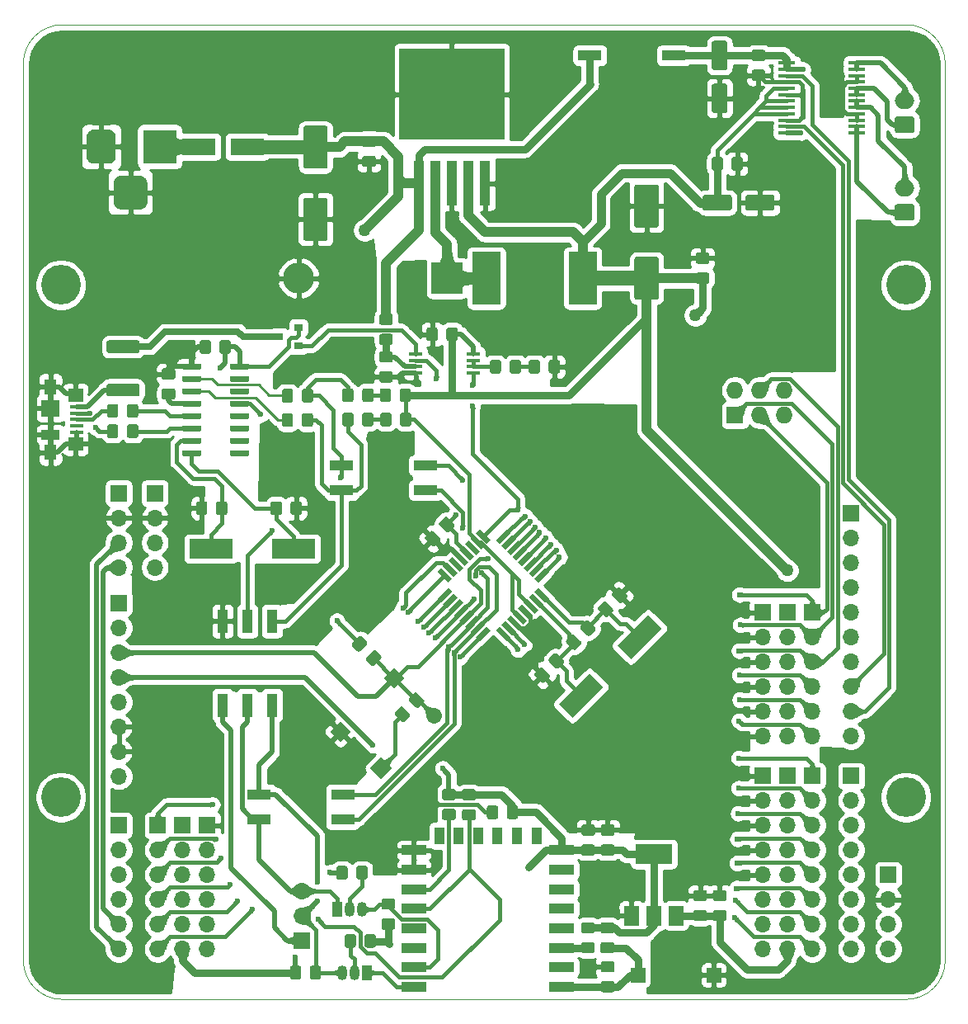
<source format=gbr>
%TF.GenerationSoftware,KiCad,Pcbnew,(5.1.5)-3*%
%TF.CreationDate,2020-03-30T01:43:13+08:00*%
%TF.ProjectId,arduino_wifi,61726475-696e-46f5-9f77-6966692e6b69,REV_1.0*%
%TF.SameCoordinates,Original*%
%TF.FileFunction,Copper,L1,Top*%
%TF.FilePolarity,Positive*%
%FSLAX46Y46*%
G04 Gerber Fmt 4.6, Leading zero omitted, Abs format (unit mm)*
G04 Created by KiCad (PCBNEW (5.1.5)-3) date 2020-03-30 01:43:13*
%MOMM*%
%LPD*%
G04 APERTURE LIST*
%TA.AperFunction,Profile*%
%ADD10C,0.050000*%
%TD*%
%TA.AperFunction,ComponentPad*%
%ADD11C,4.064000*%
%TD*%
%TA.AperFunction,ComponentPad*%
%ADD12C,0.100000*%
%TD*%
%TA.AperFunction,ComponentPad*%
%ADD13O,2.000000X1.700000*%
%TD*%
%TA.AperFunction,SMDPad,CuDef*%
%ADD14R,1.900000X1.000000*%
%TD*%
%TA.AperFunction,SMDPad,CuDef*%
%ADD15R,1.900000X1.800000*%
%TD*%
%TA.AperFunction,SMDPad,CuDef*%
%ADD16R,1.300000X1.650000*%
%TD*%
%TA.AperFunction,SMDPad,CuDef*%
%ADD17R,1.550000X1.425000*%
%TD*%
%TA.AperFunction,SMDPad,CuDef*%
%ADD18R,1.380000X0.450000*%
%TD*%
%TA.AperFunction,SMDPad,CuDef*%
%ADD19R,4.500000X2.000000*%
%TD*%
%TA.AperFunction,SMDPad,CuDef*%
%ADD20C,0.100000*%
%TD*%
%TA.AperFunction,SMDPad,CuDef*%
%ADD21R,1.750000X0.450000*%
%TD*%
%TA.AperFunction,SMDPad,CuDef*%
%ADD22R,2.500000X1.000000*%
%TD*%
%TA.AperFunction,SMDPad,CuDef*%
%ADD23R,1.000000X1.800000*%
%TD*%
%TA.AperFunction,SMDPad,CuDef*%
%ADD24R,3.800000X2.000000*%
%TD*%
%TA.AperFunction,SMDPad,CuDef*%
%ADD25R,1.500000X2.000000*%
%TD*%
%TA.AperFunction,SMDPad,CuDef*%
%ADD26R,10.800000X9.400000*%
%TD*%
%TA.AperFunction,SMDPad,CuDef*%
%ADD27R,1.100000X4.600000*%
%TD*%
%TA.AperFunction,SMDPad,CuDef*%
%ADD28R,1.450000X0.450000*%
%TD*%
%TA.AperFunction,SMDPad,CuDef*%
%ADD29R,2.440000X1.120000*%
%TD*%
%TA.AperFunction,SMDPad,CuDef*%
%ADD30R,1.500000X1.500000*%
%TD*%
%TA.AperFunction,SMDPad,CuDef*%
%ADD31R,1.120000X2.440000*%
%TD*%
%TA.AperFunction,ComponentPad*%
%ADD32O,1.050000X1.500000*%
%TD*%
%TA.AperFunction,ComponentPad*%
%ADD33R,1.050000X1.500000*%
%TD*%
%TA.AperFunction,SMDPad,CuDef*%
%ADD34R,0.900000X0.800000*%
%TD*%
%TA.AperFunction,SMDPad,CuDef*%
%ADD35R,2.900000X5.400000*%
%TD*%
%TA.AperFunction,ComponentPad*%
%ADD36R,1.700000X1.700000*%
%TD*%
%TA.AperFunction,ComponentPad*%
%ADD37O,1.700000X1.700000*%
%TD*%
%TA.AperFunction,ComponentPad*%
%ADD38R,1.727200X1.727200*%
%TD*%
%TA.AperFunction,ComponentPad*%
%ADD39O,1.727200X1.727200*%
%TD*%
%TA.AperFunction,ComponentPad*%
%ADD40R,3.500000X3.500000*%
%TD*%
%TA.AperFunction,ComponentPad*%
%ADD41C,1.600000*%
%TD*%
%TA.AperFunction,ComponentPad*%
%ADD42R,3.200000X3.200000*%
%TD*%
%TA.AperFunction,ComponentPad*%
%ADD43O,3.200000X3.200000*%
%TD*%
%TA.AperFunction,SMDPad,CuDef*%
%ADD44R,3.500000X1.800000*%
%TD*%
%TA.AperFunction,ViaPad*%
%ADD45C,1.270000*%
%TD*%
%TA.AperFunction,ViaPad*%
%ADD46C,0.600000*%
%TD*%
%TA.AperFunction,Conductor*%
%ADD47C,1.397000*%
%TD*%
%TA.AperFunction,Conductor*%
%ADD48C,1.016000*%
%TD*%
%TA.AperFunction,Conductor*%
%ADD49C,0.762000*%
%TD*%
%TA.AperFunction,Conductor*%
%ADD50C,1.524000*%
%TD*%
%TA.AperFunction,Conductor*%
%ADD51C,0.381000*%
%TD*%
%TA.AperFunction,Conductor*%
%ADD52C,0.508000*%
%TD*%
%TA.AperFunction,Conductor*%
%ADD53C,0.889000*%
%TD*%
%TA.AperFunction,Conductor*%
%ADD54C,1.270000*%
%TD*%
%TA.AperFunction,Conductor*%
%ADD55C,0.635000*%
%TD*%
%TA.AperFunction,Conductor*%
%ADD56C,0.254000*%
%TD*%
%TA.AperFunction,Conductor*%
%ADD57C,0.025400*%
%TD*%
G04 APERTURE END LIST*
D10*
X194669800Y-136000000D02*
G75*
G02X190669800Y-140000000I-4000000J0D01*
G01*
X190669800Y-40000000D02*
G75*
G02X194669800Y-44000000I0J-4000000D01*
G01*
X104000000Y-140000000D02*
G75*
G02X100000000Y-136000000I0J4000000D01*
G01*
X100000000Y-44000000D02*
G75*
G02X104000000Y-40000000I4000000J0D01*
G01*
X194669800Y-44000000D02*
X194669800Y-136000000D01*
X104000000Y-40000000D02*
X190669800Y-40000000D01*
X100000000Y-136000000D02*
X100000000Y-44000000D01*
X190669800Y-140000000D02*
X104000000Y-140000000D01*
D11*
%TO.P,P7,1*%
%TO.N,N/C*%
X190627000Y-66700400D03*
%TD*%
%TO.P,P7,1*%
%TO.N,N/C*%
X190627000Y-119253000D03*
%TD*%
%TO.P,P7,1*%
%TO.N,N/C*%
X103860600Y-119253000D03*
%TD*%
%TO.P,P7,1*%
%TO.N,N/C*%
X103860600Y-66700400D03*
%TD*%
%TA.AperFunction,ComponentPad*%
D12*
%TO.P,J5,1*%
%TO.N,/TB6612/AO1*%
G36*
X191274504Y-58401204D02*
G01*
X191298773Y-58404804D01*
X191322571Y-58410765D01*
X191345671Y-58419030D01*
X191367849Y-58429520D01*
X191388893Y-58442133D01*
X191408598Y-58456747D01*
X191426777Y-58473223D01*
X191443253Y-58491402D01*
X191457867Y-58511107D01*
X191470480Y-58532151D01*
X191480970Y-58554329D01*
X191489235Y-58577429D01*
X191495196Y-58601227D01*
X191498796Y-58625496D01*
X191500000Y-58650000D01*
X191500000Y-59850000D01*
X191498796Y-59874504D01*
X191495196Y-59898773D01*
X191489235Y-59922571D01*
X191480970Y-59945671D01*
X191470480Y-59967849D01*
X191457867Y-59988893D01*
X191443253Y-60008598D01*
X191426777Y-60026777D01*
X191408598Y-60043253D01*
X191388893Y-60057867D01*
X191367849Y-60070480D01*
X191345671Y-60080970D01*
X191322571Y-60089235D01*
X191298773Y-60095196D01*
X191274504Y-60098796D01*
X191250000Y-60100000D01*
X189750000Y-60100000D01*
X189725496Y-60098796D01*
X189701227Y-60095196D01*
X189677429Y-60089235D01*
X189654329Y-60080970D01*
X189632151Y-60070480D01*
X189611107Y-60057867D01*
X189591402Y-60043253D01*
X189573223Y-60026777D01*
X189556747Y-60008598D01*
X189542133Y-59988893D01*
X189529520Y-59967849D01*
X189519030Y-59945671D01*
X189510765Y-59922571D01*
X189504804Y-59898773D01*
X189501204Y-59874504D01*
X189500000Y-59850000D01*
X189500000Y-58650000D01*
X189501204Y-58625496D01*
X189504804Y-58601227D01*
X189510765Y-58577429D01*
X189519030Y-58554329D01*
X189529520Y-58532151D01*
X189542133Y-58511107D01*
X189556747Y-58491402D01*
X189573223Y-58473223D01*
X189591402Y-58456747D01*
X189611107Y-58442133D01*
X189632151Y-58429520D01*
X189654329Y-58419030D01*
X189677429Y-58410765D01*
X189701227Y-58404804D01*
X189725496Y-58401204D01*
X189750000Y-58400000D01*
X191250000Y-58400000D01*
X191274504Y-58401204D01*
G37*
%TD.AperFunction*%
D13*
%TO.P,J5,2*%
%TO.N,/TB6612/AO2*%
X190500000Y-56750000D03*
%TD*%
%TA.AperFunction,ComponentPad*%
D12*
%TO.P,J4,1*%
%TO.N,/TB6612/BO2*%
G36*
X191274504Y-49401204D02*
G01*
X191298773Y-49404804D01*
X191322571Y-49410765D01*
X191345671Y-49419030D01*
X191367849Y-49429520D01*
X191388893Y-49442133D01*
X191408598Y-49456747D01*
X191426777Y-49473223D01*
X191443253Y-49491402D01*
X191457867Y-49511107D01*
X191470480Y-49532151D01*
X191480970Y-49554329D01*
X191489235Y-49577429D01*
X191495196Y-49601227D01*
X191498796Y-49625496D01*
X191500000Y-49650000D01*
X191500000Y-50850000D01*
X191498796Y-50874504D01*
X191495196Y-50898773D01*
X191489235Y-50922571D01*
X191480970Y-50945671D01*
X191470480Y-50967849D01*
X191457867Y-50988893D01*
X191443253Y-51008598D01*
X191426777Y-51026777D01*
X191408598Y-51043253D01*
X191388893Y-51057867D01*
X191367849Y-51070480D01*
X191345671Y-51080970D01*
X191322571Y-51089235D01*
X191298773Y-51095196D01*
X191274504Y-51098796D01*
X191250000Y-51100000D01*
X189750000Y-51100000D01*
X189725496Y-51098796D01*
X189701227Y-51095196D01*
X189677429Y-51089235D01*
X189654329Y-51080970D01*
X189632151Y-51070480D01*
X189611107Y-51057867D01*
X189591402Y-51043253D01*
X189573223Y-51026777D01*
X189556747Y-51008598D01*
X189542133Y-50988893D01*
X189529520Y-50967849D01*
X189519030Y-50945671D01*
X189510765Y-50922571D01*
X189504804Y-50898773D01*
X189501204Y-50874504D01*
X189500000Y-50850000D01*
X189500000Y-49650000D01*
X189501204Y-49625496D01*
X189504804Y-49601227D01*
X189510765Y-49577429D01*
X189519030Y-49554329D01*
X189529520Y-49532151D01*
X189542133Y-49511107D01*
X189556747Y-49491402D01*
X189573223Y-49473223D01*
X189591402Y-49456747D01*
X189611107Y-49442133D01*
X189632151Y-49429520D01*
X189654329Y-49419030D01*
X189677429Y-49410765D01*
X189701227Y-49404804D01*
X189725496Y-49401204D01*
X189750000Y-49400000D01*
X191250000Y-49400000D01*
X191274504Y-49401204D01*
G37*
%TD.AperFunction*%
D13*
%TO.P,J4,2*%
%TO.N,/TB6612/BO1*%
X190500000Y-47750000D03*
%TD*%
D14*
%TO.P,J23,6*%
%TO.N,GND*%
X102800000Y-82050000D03*
D15*
X102800000Y-79350000D03*
D16*
X102800000Y-83875000D03*
X102800000Y-77125000D03*
D17*
X105375000Y-82987500D03*
X105375000Y-78012500D03*
D18*
%TO.P,J23,5*%
X105460000Y-81800000D03*
%TO.P,J23,4*%
%TO.N,N/C*%
X105460000Y-81150000D03*
%TO.P,J23,3*%
%TO.N,Net-(J23-Pad3)*%
X105460000Y-80500000D03*
%TO.P,J23,2*%
%TO.N,Net-(J23-Pad2)*%
X105460000Y-79850000D03*
%TO.P,J23,1*%
%TO.N,Net-(F1-Pad2)*%
X105460000Y-79200000D03*
%TD*%
D19*
%TO.P,Y2,1*%
%TO.N,Net-(C18-Pad1)*%
X119250000Y-93750000D03*
%TO.P,Y2,2*%
%TO.N,Net-(C19-Pad1)*%
X127750000Y-93750000D03*
%TD*%
%TA.AperFunction,SMDPad,CuDef*%
D20*
%TO.P,Y1,1*%
%TO.N,Net-(C16-Pad2)*%
G36*
X156385913Y-111128301D02*
G01*
X154971699Y-109714087D01*
X158153679Y-106532107D01*
X159567893Y-107946321D01*
X156385913Y-111128301D01*
G37*
%TD.AperFunction*%
%TA.AperFunction,SMDPad,CuDef*%
%TO.P,Y1,2*%
%TO.N,Net-(C17-Pad2)*%
G36*
X162396321Y-105117893D02*
G01*
X160982107Y-103703679D01*
X164164087Y-100521699D01*
X165578301Y-101935913D01*
X162396321Y-105117893D01*
G37*
%TD.AperFunction*%
%TD*%
D21*
%TO.P,U8,24*%
%TO.N,Net-(C24-Pad1)*%
X178400000Y-51075000D03*
%TO.P,U8,23*%
%TO.N,/ATmega328P-AU/PWMA*%
X178400000Y-50425000D03*
%TO.P,U8,22*%
%TO.N,GND*%
X178400000Y-49775000D03*
%TO.P,U8,21*%
%TO.N,+5V*%
X178400000Y-49125000D03*
%TO.P,U8,20*%
X178400000Y-48475000D03*
%TO.P,U8,19*%
X178400000Y-47825000D03*
%TO.P,U8,18*%
%TO.N,GND*%
X178400000Y-47175000D03*
%TO.P,U8,17*%
%TO.N,+5V*%
X178400000Y-46525000D03*
%TO.P,U8,16*%
%TO.N,GND*%
X178400000Y-45875000D03*
%TO.P,U8,15*%
%TO.N,/ATmega328P-AU/PWMB*%
X178400000Y-45225000D03*
%TO.P,U8,14*%
%TO.N,Net-(C24-Pad1)*%
X178400000Y-44575000D03*
%TO.P,U8,13*%
X178400000Y-43925000D03*
%TO.P,U8,12*%
%TO.N,/TB6612/BO1*%
X185600000Y-43925000D03*
%TO.P,U8,11*%
X185600000Y-44575000D03*
%TO.P,U8,10*%
%TO.N,GND*%
X185600000Y-45225000D03*
%TO.P,U8,9*%
X185600000Y-45875000D03*
%TO.P,U8,8*%
%TO.N,/TB6612/BO2*%
X185600000Y-46525000D03*
%TO.P,U8,7*%
X185600000Y-47175000D03*
%TO.P,U8,6*%
%TO.N,/TB6612/AO2*%
X185600000Y-47825000D03*
%TO.P,U8,5*%
X185600000Y-48475000D03*
%TO.P,U8,4*%
%TO.N,GND*%
X185600000Y-49125000D03*
%TO.P,U8,3*%
X185600000Y-49775000D03*
%TO.P,U8,2*%
%TO.N,/TB6612/AO1*%
X185600000Y-50425000D03*
%TO.P,U8,1*%
X185600000Y-51075000D03*
%TD*%
%TA.AperFunction,SMDPad,CuDef*%
D20*
%TO.P,U7,16*%
%TO.N,+5V*%
G36*
X123064703Y-74755722D02*
G01*
X123079264Y-74757882D01*
X123093543Y-74761459D01*
X123107403Y-74766418D01*
X123120710Y-74772712D01*
X123133336Y-74780280D01*
X123145159Y-74789048D01*
X123156066Y-74798934D01*
X123165952Y-74809841D01*
X123174720Y-74821664D01*
X123182288Y-74834290D01*
X123188582Y-74847597D01*
X123193541Y-74861457D01*
X123197118Y-74875736D01*
X123199278Y-74890297D01*
X123200000Y-74905000D01*
X123200000Y-75205000D01*
X123199278Y-75219703D01*
X123197118Y-75234264D01*
X123193541Y-75248543D01*
X123188582Y-75262403D01*
X123182288Y-75275710D01*
X123174720Y-75288336D01*
X123165952Y-75300159D01*
X123156066Y-75311066D01*
X123145159Y-75320952D01*
X123133336Y-75329720D01*
X123120710Y-75337288D01*
X123107403Y-75343582D01*
X123093543Y-75348541D01*
X123079264Y-75352118D01*
X123064703Y-75354278D01*
X123050000Y-75355000D01*
X121400000Y-75355000D01*
X121385297Y-75354278D01*
X121370736Y-75352118D01*
X121356457Y-75348541D01*
X121342597Y-75343582D01*
X121329290Y-75337288D01*
X121316664Y-75329720D01*
X121304841Y-75320952D01*
X121293934Y-75311066D01*
X121284048Y-75300159D01*
X121275280Y-75288336D01*
X121267712Y-75275710D01*
X121261418Y-75262403D01*
X121256459Y-75248543D01*
X121252882Y-75234264D01*
X121250722Y-75219703D01*
X121250000Y-75205000D01*
X121250000Y-74905000D01*
X121250722Y-74890297D01*
X121252882Y-74875736D01*
X121256459Y-74861457D01*
X121261418Y-74847597D01*
X121267712Y-74834290D01*
X121275280Y-74821664D01*
X121284048Y-74809841D01*
X121293934Y-74798934D01*
X121304841Y-74789048D01*
X121316664Y-74780280D01*
X121329290Y-74772712D01*
X121342597Y-74766418D01*
X121356457Y-74761459D01*
X121370736Y-74757882D01*
X121385297Y-74755722D01*
X121400000Y-74755000D01*
X123050000Y-74755000D01*
X123064703Y-74755722D01*
G37*
%TD.AperFunction*%
%TA.AperFunction,SMDPad,CuDef*%
%TO.P,U7,15*%
%TO.N,N/C*%
G36*
X123064703Y-76025722D02*
G01*
X123079264Y-76027882D01*
X123093543Y-76031459D01*
X123107403Y-76036418D01*
X123120710Y-76042712D01*
X123133336Y-76050280D01*
X123145159Y-76059048D01*
X123156066Y-76068934D01*
X123165952Y-76079841D01*
X123174720Y-76091664D01*
X123182288Y-76104290D01*
X123188582Y-76117597D01*
X123193541Y-76131457D01*
X123197118Y-76145736D01*
X123199278Y-76160297D01*
X123200000Y-76175000D01*
X123200000Y-76475000D01*
X123199278Y-76489703D01*
X123197118Y-76504264D01*
X123193541Y-76518543D01*
X123188582Y-76532403D01*
X123182288Y-76545710D01*
X123174720Y-76558336D01*
X123165952Y-76570159D01*
X123156066Y-76581066D01*
X123145159Y-76590952D01*
X123133336Y-76599720D01*
X123120710Y-76607288D01*
X123107403Y-76613582D01*
X123093543Y-76618541D01*
X123079264Y-76622118D01*
X123064703Y-76624278D01*
X123050000Y-76625000D01*
X121400000Y-76625000D01*
X121385297Y-76624278D01*
X121370736Y-76622118D01*
X121356457Y-76618541D01*
X121342597Y-76613582D01*
X121329290Y-76607288D01*
X121316664Y-76599720D01*
X121304841Y-76590952D01*
X121293934Y-76581066D01*
X121284048Y-76570159D01*
X121275280Y-76558336D01*
X121267712Y-76545710D01*
X121261418Y-76532403D01*
X121256459Y-76518543D01*
X121252882Y-76504264D01*
X121250722Y-76489703D01*
X121250000Y-76475000D01*
X121250000Y-76175000D01*
X121250722Y-76160297D01*
X121252882Y-76145736D01*
X121256459Y-76131457D01*
X121261418Y-76117597D01*
X121267712Y-76104290D01*
X121275280Y-76091664D01*
X121284048Y-76079841D01*
X121293934Y-76068934D01*
X121304841Y-76059048D01*
X121316664Y-76050280D01*
X121329290Y-76042712D01*
X121342597Y-76036418D01*
X121356457Y-76031459D01*
X121370736Y-76027882D01*
X121385297Y-76025722D01*
X121400000Y-76025000D01*
X123050000Y-76025000D01*
X123064703Y-76025722D01*
G37*
%TD.AperFunction*%
%TA.AperFunction,SMDPad,CuDef*%
%TO.P,U7,14*%
G36*
X123064703Y-77295722D02*
G01*
X123079264Y-77297882D01*
X123093543Y-77301459D01*
X123107403Y-77306418D01*
X123120710Y-77312712D01*
X123133336Y-77320280D01*
X123145159Y-77329048D01*
X123156066Y-77338934D01*
X123165952Y-77349841D01*
X123174720Y-77361664D01*
X123182288Y-77374290D01*
X123188582Y-77387597D01*
X123193541Y-77401457D01*
X123197118Y-77415736D01*
X123199278Y-77430297D01*
X123200000Y-77445000D01*
X123200000Y-77745000D01*
X123199278Y-77759703D01*
X123197118Y-77774264D01*
X123193541Y-77788543D01*
X123188582Y-77802403D01*
X123182288Y-77815710D01*
X123174720Y-77828336D01*
X123165952Y-77840159D01*
X123156066Y-77851066D01*
X123145159Y-77860952D01*
X123133336Y-77869720D01*
X123120710Y-77877288D01*
X123107403Y-77883582D01*
X123093543Y-77888541D01*
X123079264Y-77892118D01*
X123064703Y-77894278D01*
X123050000Y-77895000D01*
X121400000Y-77895000D01*
X121385297Y-77894278D01*
X121370736Y-77892118D01*
X121356457Y-77888541D01*
X121342597Y-77883582D01*
X121329290Y-77877288D01*
X121316664Y-77869720D01*
X121304841Y-77860952D01*
X121293934Y-77851066D01*
X121284048Y-77840159D01*
X121275280Y-77828336D01*
X121267712Y-77815710D01*
X121261418Y-77802403D01*
X121256459Y-77788543D01*
X121252882Y-77774264D01*
X121250722Y-77759703D01*
X121250000Y-77745000D01*
X121250000Y-77445000D01*
X121250722Y-77430297D01*
X121252882Y-77415736D01*
X121256459Y-77401457D01*
X121261418Y-77387597D01*
X121267712Y-77374290D01*
X121275280Y-77361664D01*
X121284048Y-77349841D01*
X121293934Y-77338934D01*
X121304841Y-77329048D01*
X121316664Y-77320280D01*
X121329290Y-77312712D01*
X121342597Y-77306418D01*
X121356457Y-77301459D01*
X121370736Y-77297882D01*
X121385297Y-77295722D01*
X121400000Y-77295000D01*
X123050000Y-77295000D01*
X123064703Y-77295722D01*
G37*
%TD.AperFunction*%
%TA.AperFunction,SMDPad,CuDef*%
%TO.P,U7,13*%
%TO.N,/ATmega328P-AU/DTR*%
G36*
X123064703Y-78565722D02*
G01*
X123079264Y-78567882D01*
X123093543Y-78571459D01*
X123107403Y-78576418D01*
X123120710Y-78582712D01*
X123133336Y-78590280D01*
X123145159Y-78599048D01*
X123156066Y-78608934D01*
X123165952Y-78619841D01*
X123174720Y-78631664D01*
X123182288Y-78644290D01*
X123188582Y-78657597D01*
X123193541Y-78671457D01*
X123197118Y-78685736D01*
X123199278Y-78700297D01*
X123200000Y-78715000D01*
X123200000Y-79015000D01*
X123199278Y-79029703D01*
X123197118Y-79044264D01*
X123193541Y-79058543D01*
X123188582Y-79072403D01*
X123182288Y-79085710D01*
X123174720Y-79098336D01*
X123165952Y-79110159D01*
X123156066Y-79121066D01*
X123145159Y-79130952D01*
X123133336Y-79139720D01*
X123120710Y-79147288D01*
X123107403Y-79153582D01*
X123093543Y-79158541D01*
X123079264Y-79162118D01*
X123064703Y-79164278D01*
X123050000Y-79165000D01*
X121400000Y-79165000D01*
X121385297Y-79164278D01*
X121370736Y-79162118D01*
X121356457Y-79158541D01*
X121342597Y-79153582D01*
X121329290Y-79147288D01*
X121316664Y-79139720D01*
X121304841Y-79130952D01*
X121293934Y-79121066D01*
X121284048Y-79110159D01*
X121275280Y-79098336D01*
X121267712Y-79085710D01*
X121261418Y-79072403D01*
X121256459Y-79058543D01*
X121252882Y-79044264D01*
X121250722Y-79029703D01*
X121250000Y-79015000D01*
X121250000Y-78715000D01*
X121250722Y-78700297D01*
X121252882Y-78685736D01*
X121256459Y-78671457D01*
X121261418Y-78657597D01*
X121267712Y-78644290D01*
X121275280Y-78631664D01*
X121284048Y-78619841D01*
X121293934Y-78608934D01*
X121304841Y-78599048D01*
X121316664Y-78590280D01*
X121329290Y-78582712D01*
X121342597Y-78576418D01*
X121356457Y-78571459D01*
X121370736Y-78567882D01*
X121385297Y-78565722D01*
X121400000Y-78565000D01*
X123050000Y-78565000D01*
X123064703Y-78565722D01*
G37*
%TD.AperFunction*%
%TA.AperFunction,SMDPad,CuDef*%
%TO.P,U7,12*%
%TO.N,N/C*%
G36*
X123064703Y-79835722D02*
G01*
X123079264Y-79837882D01*
X123093543Y-79841459D01*
X123107403Y-79846418D01*
X123120710Y-79852712D01*
X123133336Y-79860280D01*
X123145159Y-79869048D01*
X123156066Y-79878934D01*
X123165952Y-79889841D01*
X123174720Y-79901664D01*
X123182288Y-79914290D01*
X123188582Y-79927597D01*
X123193541Y-79941457D01*
X123197118Y-79955736D01*
X123199278Y-79970297D01*
X123200000Y-79985000D01*
X123200000Y-80285000D01*
X123199278Y-80299703D01*
X123197118Y-80314264D01*
X123193541Y-80328543D01*
X123188582Y-80342403D01*
X123182288Y-80355710D01*
X123174720Y-80368336D01*
X123165952Y-80380159D01*
X123156066Y-80391066D01*
X123145159Y-80400952D01*
X123133336Y-80409720D01*
X123120710Y-80417288D01*
X123107403Y-80423582D01*
X123093543Y-80428541D01*
X123079264Y-80432118D01*
X123064703Y-80434278D01*
X123050000Y-80435000D01*
X121400000Y-80435000D01*
X121385297Y-80434278D01*
X121370736Y-80432118D01*
X121356457Y-80428541D01*
X121342597Y-80423582D01*
X121329290Y-80417288D01*
X121316664Y-80409720D01*
X121304841Y-80400952D01*
X121293934Y-80391066D01*
X121284048Y-80380159D01*
X121275280Y-80368336D01*
X121267712Y-80355710D01*
X121261418Y-80342403D01*
X121256459Y-80328543D01*
X121252882Y-80314264D01*
X121250722Y-80299703D01*
X121250000Y-80285000D01*
X121250000Y-79985000D01*
X121250722Y-79970297D01*
X121252882Y-79955736D01*
X121256459Y-79941457D01*
X121261418Y-79927597D01*
X121267712Y-79914290D01*
X121275280Y-79901664D01*
X121284048Y-79889841D01*
X121293934Y-79878934D01*
X121304841Y-79869048D01*
X121316664Y-79860280D01*
X121329290Y-79852712D01*
X121342597Y-79846418D01*
X121356457Y-79841459D01*
X121370736Y-79837882D01*
X121385297Y-79835722D01*
X121400000Y-79835000D01*
X123050000Y-79835000D01*
X123064703Y-79835722D01*
G37*
%TD.AperFunction*%
%TA.AperFunction,SMDPad,CuDef*%
%TO.P,U7,11*%
G36*
X123064703Y-81105722D02*
G01*
X123079264Y-81107882D01*
X123093543Y-81111459D01*
X123107403Y-81116418D01*
X123120710Y-81122712D01*
X123133336Y-81130280D01*
X123145159Y-81139048D01*
X123156066Y-81148934D01*
X123165952Y-81159841D01*
X123174720Y-81171664D01*
X123182288Y-81184290D01*
X123188582Y-81197597D01*
X123193541Y-81211457D01*
X123197118Y-81225736D01*
X123199278Y-81240297D01*
X123200000Y-81255000D01*
X123200000Y-81555000D01*
X123199278Y-81569703D01*
X123197118Y-81584264D01*
X123193541Y-81598543D01*
X123188582Y-81612403D01*
X123182288Y-81625710D01*
X123174720Y-81638336D01*
X123165952Y-81650159D01*
X123156066Y-81661066D01*
X123145159Y-81670952D01*
X123133336Y-81679720D01*
X123120710Y-81687288D01*
X123107403Y-81693582D01*
X123093543Y-81698541D01*
X123079264Y-81702118D01*
X123064703Y-81704278D01*
X123050000Y-81705000D01*
X121400000Y-81705000D01*
X121385297Y-81704278D01*
X121370736Y-81702118D01*
X121356457Y-81698541D01*
X121342597Y-81693582D01*
X121329290Y-81687288D01*
X121316664Y-81679720D01*
X121304841Y-81670952D01*
X121293934Y-81661066D01*
X121284048Y-81650159D01*
X121275280Y-81638336D01*
X121267712Y-81625710D01*
X121261418Y-81612403D01*
X121256459Y-81598543D01*
X121252882Y-81584264D01*
X121250722Y-81569703D01*
X121250000Y-81555000D01*
X121250000Y-81255000D01*
X121250722Y-81240297D01*
X121252882Y-81225736D01*
X121256459Y-81211457D01*
X121261418Y-81197597D01*
X121267712Y-81184290D01*
X121275280Y-81171664D01*
X121284048Y-81159841D01*
X121293934Y-81148934D01*
X121304841Y-81139048D01*
X121316664Y-81130280D01*
X121329290Y-81122712D01*
X121342597Y-81116418D01*
X121356457Y-81111459D01*
X121370736Y-81107882D01*
X121385297Y-81105722D01*
X121400000Y-81105000D01*
X123050000Y-81105000D01*
X123064703Y-81105722D01*
G37*
%TD.AperFunction*%
%TA.AperFunction,SMDPad,CuDef*%
%TO.P,U7,10*%
G36*
X123064703Y-82375722D02*
G01*
X123079264Y-82377882D01*
X123093543Y-82381459D01*
X123107403Y-82386418D01*
X123120710Y-82392712D01*
X123133336Y-82400280D01*
X123145159Y-82409048D01*
X123156066Y-82418934D01*
X123165952Y-82429841D01*
X123174720Y-82441664D01*
X123182288Y-82454290D01*
X123188582Y-82467597D01*
X123193541Y-82481457D01*
X123197118Y-82495736D01*
X123199278Y-82510297D01*
X123200000Y-82525000D01*
X123200000Y-82825000D01*
X123199278Y-82839703D01*
X123197118Y-82854264D01*
X123193541Y-82868543D01*
X123188582Y-82882403D01*
X123182288Y-82895710D01*
X123174720Y-82908336D01*
X123165952Y-82920159D01*
X123156066Y-82931066D01*
X123145159Y-82940952D01*
X123133336Y-82949720D01*
X123120710Y-82957288D01*
X123107403Y-82963582D01*
X123093543Y-82968541D01*
X123079264Y-82972118D01*
X123064703Y-82974278D01*
X123050000Y-82975000D01*
X121400000Y-82975000D01*
X121385297Y-82974278D01*
X121370736Y-82972118D01*
X121356457Y-82968541D01*
X121342597Y-82963582D01*
X121329290Y-82957288D01*
X121316664Y-82949720D01*
X121304841Y-82940952D01*
X121293934Y-82931066D01*
X121284048Y-82920159D01*
X121275280Y-82908336D01*
X121267712Y-82895710D01*
X121261418Y-82882403D01*
X121256459Y-82868543D01*
X121252882Y-82854264D01*
X121250722Y-82839703D01*
X121250000Y-82825000D01*
X121250000Y-82525000D01*
X121250722Y-82510297D01*
X121252882Y-82495736D01*
X121256459Y-82481457D01*
X121261418Y-82467597D01*
X121267712Y-82454290D01*
X121275280Y-82441664D01*
X121284048Y-82429841D01*
X121293934Y-82418934D01*
X121304841Y-82409048D01*
X121316664Y-82400280D01*
X121329290Y-82392712D01*
X121342597Y-82386418D01*
X121356457Y-82381459D01*
X121370736Y-82377882D01*
X121385297Y-82375722D01*
X121400000Y-82375000D01*
X123050000Y-82375000D01*
X123064703Y-82375722D01*
G37*
%TD.AperFunction*%
%TA.AperFunction,SMDPad,CuDef*%
%TO.P,U7,9*%
G36*
X123064703Y-83645722D02*
G01*
X123079264Y-83647882D01*
X123093543Y-83651459D01*
X123107403Y-83656418D01*
X123120710Y-83662712D01*
X123133336Y-83670280D01*
X123145159Y-83679048D01*
X123156066Y-83688934D01*
X123165952Y-83699841D01*
X123174720Y-83711664D01*
X123182288Y-83724290D01*
X123188582Y-83737597D01*
X123193541Y-83751457D01*
X123197118Y-83765736D01*
X123199278Y-83780297D01*
X123200000Y-83795000D01*
X123200000Y-84095000D01*
X123199278Y-84109703D01*
X123197118Y-84124264D01*
X123193541Y-84138543D01*
X123188582Y-84152403D01*
X123182288Y-84165710D01*
X123174720Y-84178336D01*
X123165952Y-84190159D01*
X123156066Y-84201066D01*
X123145159Y-84210952D01*
X123133336Y-84219720D01*
X123120710Y-84227288D01*
X123107403Y-84233582D01*
X123093543Y-84238541D01*
X123079264Y-84242118D01*
X123064703Y-84244278D01*
X123050000Y-84245000D01*
X121400000Y-84245000D01*
X121385297Y-84244278D01*
X121370736Y-84242118D01*
X121356457Y-84238541D01*
X121342597Y-84233582D01*
X121329290Y-84227288D01*
X121316664Y-84219720D01*
X121304841Y-84210952D01*
X121293934Y-84201066D01*
X121284048Y-84190159D01*
X121275280Y-84178336D01*
X121267712Y-84165710D01*
X121261418Y-84152403D01*
X121256459Y-84138543D01*
X121252882Y-84124264D01*
X121250722Y-84109703D01*
X121250000Y-84095000D01*
X121250000Y-83795000D01*
X121250722Y-83780297D01*
X121252882Y-83765736D01*
X121256459Y-83751457D01*
X121261418Y-83737597D01*
X121267712Y-83724290D01*
X121275280Y-83711664D01*
X121284048Y-83699841D01*
X121293934Y-83688934D01*
X121304841Y-83679048D01*
X121316664Y-83670280D01*
X121329290Y-83662712D01*
X121342597Y-83656418D01*
X121356457Y-83651459D01*
X121370736Y-83647882D01*
X121385297Y-83645722D01*
X121400000Y-83645000D01*
X123050000Y-83645000D01*
X123064703Y-83645722D01*
G37*
%TD.AperFunction*%
%TA.AperFunction,SMDPad,CuDef*%
%TO.P,U7,8*%
%TO.N,Net-(C19-Pad1)*%
G36*
X118114703Y-83645722D02*
G01*
X118129264Y-83647882D01*
X118143543Y-83651459D01*
X118157403Y-83656418D01*
X118170710Y-83662712D01*
X118183336Y-83670280D01*
X118195159Y-83679048D01*
X118206066Y-83688934D01*
X118215952Y-83699841D01*
X118224720Y-83711664D01*
X118232288Y-83724290D01*
X118238582Y-83737597D01*
X118243541Y-83751457D01*
X118247118Y-83765736D01*
X118249278Y-83780297D01*
X118250000Y-83795000D01*
X118250000Y-84095000D01*
X118249278Y-84109703D01*
X118247118Y-84124264D01*
X118243541Y-84138543D01*
X118238582Y-84152403D01*
X118232288Y-84165710D01*
X118224720Y-84178336D01*
X118215952Y-84190159D01*
X118206066Y-84201066D01*
X118195159Y-84210952D01*
X118183336Y-84219720D01*
X118170710Y-84227288D01*
X118157403Y-84233582D01*
X118143543Y-84238541D01*
X118129264Y-84242118D01*
X118114703Y-84244278D01*
X118100000Y-84245000D01*
X116450000Y-84245000D01*
X116435297Y-84244278D01*
X116420736Y-84242118D01*
X116406457Y-84238541D01*
X116392597Y-84233582D01*
X116379290Y-84227288D01*
X116366664Y-84219720D01*
X116354841Y-84210952D01*
X116343934Y-84201066D01*
X116334048Y-84190159D01*
X116325280Y-84178336D01*
X116317712Y-84165710D01*
X116311418Y-84152403D01*
X116306459Y-84138543D01*
X116302882Y-84124264D01*
X116300722Y-84109703D01*
X116300000Y-84095000D01*
X116300000Y-83795000D01*
X116300722Y-83780297D01*
X116302882Y-83765736D01*
X116306459Y-83751457D01*
X116311418Y-83737597D01*
X116317712Y-83724290D01*
X116325280Y-83711664D01*
X116334048Y-83699841D01*
X116343934Y-83688934D01*
X116354841Y-83679048D01*
X116366664Y-83670280D01*
X116379290Y-83662712D01*
X116392597Y-83656418D01*
X116406457Y-83651459D01*
X116420736Y-83647882D01*
X116435297Y-83645722D01*
X116450000Y-83645000D01*
X118100000Y-83645000D01*
X118114703Y-83645722D01*
G37*
%TD.AperFunction*%
%TA.AperFunction,SMDPad,CuDef*%
%TO.P,U7,7*%
%TO.N,Net-(C18-Pad1)*%
G36*
X118114703Y-82375722D02*
G01*
X118129264Y-82377882D01*
X118143543Y-82381459D01*
X118157403Y-82386418D01*
X118170710Y-82392712D01*
X118183336Y-82400280D01*
X118195159Y-82409048D01*
X118206066Y-82418934D01*
X118215952Y-82429841D01*
X118224720Y-82441664D01*
X118232288Y-82454290D01*
X118238582Y-82467597D01*
X118243541Y-82481457D01*
X118247118Y-82495736D01*
X118249278Y-82510297D01*
X118250000Y-82525000D01*
X118250000Y-82825000D01*
X118249278Y-82839703D01*
X118247118Y-82854264D01*
X118243541Y-82868543D01*
X118238582Y-82882403D01*
X118232288Y-82895710D01*
X118224720Y-82908336D01*
X118215952Y-82920159D01*
X118206066Y-82931066D01*
X118195159Y-82940952D01*
X118183336Y-82949720D01*
X118170710Y-82957288D01*
X118157403Y-82963582D01*
X118143543Y-82968541D01*
X118129264Y-82972118D01*
X118114703Y-82974278D01*
X118100000Y-82975000D01*
X116450000Y-82975000D01*
X116435297Y-82974278D01*
X116420736Y-82972118D01*
X116406457Y-82968541D01*
X116392597Y-82963582D01*
X116379290Y-82957288D01*
X116366664Y-82949720D01*
X116354841Y-82940952D01*
X116343934Y-82931066D01*
X116334048Y-82920159D01*
X116325280Y-82908336D01*
X116317712Y-82895710D01*
X116311418Y-82882403D01*
X116306459Y-82868543D01*
X116302882Y-82854264D01*
X116300722Y-82839703D01*
X116300000Y-82825000D01*
X116300000Y-82525000D01*
X116300722Y-82510297D01*
X116302882Y-82495736D01*
X116306459Y-82481457D01*
X116311418Y-82467597D01*
X116317712Y-82454290D01*
X116325280Y-82441664D01*
X116334048Y-82429841D01*
X116343934Y-82418934D01*
X116354841Y-82409048D01*
X116366664Y-82400280D01*
X116379290Y-82392712D01*
X116392597Y-82386418D01*
X116406457Y-82381459D01*
X116420736Y-82377882D01*
X116435297Y-82375722D01*
X116450000Y-82375000D01*
X118100000Y-82375000D01*
X118114703Y-82375722D01*
G37*
%TD.AperFunction*%
%TA.AperFunction,SMDPad,CuDef*%
%TO.P,U7,6*%
%TO.N,Net-(R16-Pad1)*%
G36*
X118114703Y-81105722D02*
G01*
X118129264Y-81107882D01*
X118143543Y-81111459D01*
X118157403Y-81116418D01*
X118170710Y-81122712D01*
X118183336Y-81130280D01*
X118195159Y-81139048D01*
X118206066Y-81148934D01*
X118215952Y-81159841D01*
X118224720Y-81171664D01*
X118232288Y-81184290D01*
X118238582Y-81197597D01*
X118243541Y-81211457D01*
X118247118Y-81225736D01*
X118249278Y-81240297D01*
X118250000Y-81255000D01*
X118250000Y-81555000D01*
X118249278Y-81569703D01*
X118247118Y-81584264D01*
X118243541Y-81598543D01*
X118238582Y-81612403D01*
X118232288Y-81625710D01*
X118224720Y-81638336D01*
X118215952Y-81650159D01*
X118206066Y-81661066D01*
X118195159Y-81670952D01*
X118183336Y-81679720D01*
X118170710Y-81687288D01*
X118157403Y-81693582D01*
X118143543Y-81698541D01*
X118129264Y-81702118D01*
X118114703Y-81704278D01*
X118100000Y-81705000D01*
X116450000Y-81705000D01*
X116435297Y-81704278D01*
X116420736Y-81702118D01*
X116406457Y-81698541D01*
X116392597Y-81693582D01*
X116379290Y-81687288D01*
X116366664Y-81679720D01*
X116354841Y-81670952D01*
X116343934Y-81661066D01*
X116334048Y-81650159D01*
X116325280Y-81638336D01*
X116317712Y-81625710D01*
X116311418Y-81612403D01*
X116306459Y-81598543D01*
X116302882Y-81584264D01*
X116300722Y-81569703D01*
X116300000Y-81555000D01*
X116300000Y-81255000D01*
X116300722Y-81240297D01*
X116302882Y-81225736D01*
X116306459Y-81211457D01*
X116311418Y-81197597D01*
X116317712Y-81184290D01*
X116325280Y-81171664D01*
X116334048Y-81159841D01*
X116343934Y-81148934D01*
X116354841Y-81139048D01*
X116366664Y-81130280D01*
X116379290Y-81122712D01*
X116392597Y-81116418D01*
X116406457Y-81111459D01*
X116420736Y-81107882D01*
X116435297Y-81105722D01*
X116450000Y-81105000D01*
X118100000Y-81105000D01*
X118114703Y-81105722D01*
G37*
%TD.AperFunction*%
%TA.AperFunction,SMDPad,CuDef*%
%TO.P,U7,5*%
%TO.N,Net-(R15-Pad1)*%
G36*
X118114703Y-79835722D02*
G01*
X118129264Y-79837882D01*
X118143543Y-79841459D01*
X118157403Y-79846418D01*
X118170710Y-79852712D01*
X118183336Y-79860280D01*
X118195159Y-79869048D01*
X118206066Y-79878934D01*
X118215952Y-79889841D01*
X118224720Y-79901664D01*
X118232288Y-79914290D01*
X118238582Y-79927597D01*
X118243541Y-79941457D01*
X118247118Y-79955736D01*
X118249278Y-79970297D01*
X118250000Y-79985000D01*
X118250000Y-80285000D01*
X118249278Y-80299703D01*
X118247118Y-80314264D01*
X118243541Y-80328543D01*
X118238582Y-80342403D01*
X118232288Y-80355710D01*
X118224720Y-80368336D01*
X118215952Y-80380159D01*
X118206066Y-80391066D01*
X118195159Y-80400952D01*
X118183336Y-80409720D01*
X118170710Y-80417288D01*
X118157403Y-80423582D01*
X118143543Y-80428541D01*
X118129264Y-80432118D01*
X118114703Y-80434278D01*
X118100000Y-80435000D01*
X116450000Y-80435000D01*
X116435297Y-80434278D01*
X116420736Y-80432118D01*
X116406457Y-80428541D01*
X116392597Y-80423582D01*
X116379290Y-80417288D01*
X116366664Y-80409720D01*
X116354841Y-80400952D01*
X116343934Y-80391066D01*
X116334048Y-80380159D01*
X116325280Y-80368336D01*
X116317712Y-80355710D01*
X116311418Y-80342403D01*
X116306459Y-80328543D01*
X116302882Y-80314264D01*
X116300722Y-80299703D01*
X116300000Y-80285000D01*
X116300000Y-79985000D01*
X116300722Y-79970297D01*
X116302882Y-79955736D01*
X116306459Y-79941457D01*
X116311418Y-79927597D01*
X116317712Y-79914290D01*
X116325280Y-79901664D01*
X116334048Y-79889841D01*
X116343934Y-79878934D01*
X116354841Y-79869048D01*
X116366664Y-79860280D01*
X116379290Y-79852712D01*
X116392597Y-79846418D01*
X116406457Y-79841459D01*
X116420736Y-79837882D01*
X116435297Y-79835722D01*
X116450000Y-79835000D01*
X118100000Y-79835000D01*
X118114703Y-79835722D01*
G37*
%TD.AperFunction*%
%TA.AperFunction,SMDPad,CuDef*%
%TO.P,U7,4*%
%TO.N,Net-(C20-Pad1)*%
G36*
X118114703Y-78565722D02*
G01*
X118129264Y-78567882D01*
X118143543Y-78571459D01*
X118157403Y-78576418D01*
X118170710Y-78582712D01*
X118183336Y-78590280D01*
X118195159Y-78599048D01*
X118206066Y-78608934D01*
X118215952Y-78619841D01*
X118224720Y-78631664D01*
X118232288Y-78644290D01*
X118238582Y-78657597D01*
X118243541Y-78671457D01*
X118247118Y-78685736D01*
X118249278Y-78700297D01*
X118250000Y-78715000D01*
X118250000Y-79015000D01*
X118249278Y-79029703D01*
X118247118Y-79044264D01*
X118243541Y-79058543D01*
X118238582Y-79072403D01*
X118232288Y-79085710D01*
X118224720Y-79098336D01*
X118215952Y-79110159D01*
X118206066Y-79121066D01*
X118195159Y-79130952D01*
X118183336Y-79139720D01*
X118170710Y-79147288D01*
X118157403Y-79153582D01*
X118143543Y-79158541D01*
X118129264Y-79162118D01*
X118114703Y-79164278D01*
X118100000Y-79165000D01*
X116450000Y-79165000D01*
X116435297Y-79164278D01*
X116420736Y-79162118D01*
X116406457Y-79158541D01*
X116392597Y-79153582D01*
X116379290Y-79147288D01*
X116366664Y-79139720D01*
X116354841Y-79130952D01*
X116343934Y-79121066D01*
X116334048Y-79110159D01*
X116325280Y-79098336D01*
X116317712Y-79085710D01*
X116311418Y-79072403D01*
X116306459Y-79058543D01*
X116302882Y-79044264D01*
X116300722Y-79029703D01*
X116300000Y-79015000D01*
X116300000Y-78715000D01*
X116300722Y-78700297D01*
X116302882Y-78685736D01*
X116306459Y-78671457D01*
X116311418Y-78657597D01*
X116317712Y-78644290D01*
X116325280Y-78631664D01*
X116334048Y-78619841D01*
X116343934Y-78608934D01*
X116354841Y-78599048D01*
X116366664Y-78590280D01*
X116379290Y-78582712D01*
X116392597Y-78576418D01*
X116406457Y-78571459D01*
X116420736Y-78567882D01*
X116435297Y-78565722D01*
X116450000Y-78565000D01*
X118100000Y-78565000D01*
X118114703Y-78565722D01*
G37*
%TD.AperFunction*%
%TA.AperFunction,SMDPad,CuDef*%
%TO.P,U7,3*%
%TO.N,Net-(R18-Pad2)*%
G36*
X118114703Y-77295722D02*
G01*
X118129264Y-77297882D01*
X118143543Y-77301459D01*
X118157403Y-77306418D01*
X118170710Y-77312712D01*
X118183336Y-77320280D01*
X118195159Y-77329048D01*
X118206066Y-77338934D01*
X118215952Y-77349841D01*
X118224720Y-77361664D01*
X118232288Y-77374290D01*
X118238582Y-77387597D01*
X118243541Y-77401457D01*
X118247118Y-77415736D01*
X118249278Y-77430297D01*
X118250000Y-77445000D01*
X118250000Y-77745000D01*
X118249278Y-77759703D01*
X118247118Y-77774264D01*
X118243541Y-77788543D01*
X118238582Y-77802403D01*
X118232288Y-77815710D01*
X118224720Y-77828336D01*
X118215952Y-77840159D01*
X118206066Y-77851066D01*
X118195159Y-77860952D01*
X118183336Y-77869720D01*
X118170710Y-77877288D01*
X118157403Y-77883582D01*
X118143543Y-77888541D01*
X118129264Y-77892118D01*
X118114703Y-77894278D01*
X118100000Y-77895000D01*
X116450000Y-77895000D01*
X116435297Y-77894278D01*
X116420736Y-77892118D01*
X116406457Y-77888541D01*
X116392597Y-77883582D01*
X116379290Y-77877288D01*
X116366664Y-77869720D01*
X116354841Y-77860952D01*
X116343934Y-77851066D01*
X116334048Y-77840159D01*
X116325280Y-77828336D01*
X116317712Y-77815710D01*
X116311418Y-77802403D01*
X116306459Y-77788543D01*
X116302882Y-77774264D01*
X116300722Y-77759703D01*
X116300000Y-77745000D01*
X116300000Y-77445000D01*
X116300722Y-77430297D01*
X116302882Y-77415736D01*
X116306459Y-77401457D01*
X116311418Y-77387597D01*
X116317712Y-77374290D01*
X116325280Y-77361664D01*
X116334048Y-77349841D01*
X116343934Y-77338934D01*
X116354841Y-77329048D01*
X116366664Y-77320280D01*
X116379290Y-77312712D01*
X116392597Y-77306418D01*
X116406457Y-77301459D01*
X116420736Y-77297882D01*
X116435297Y-77295722D01*
X116450000Y-77295000D01*
X118100000Y-77295000D01*
X118114703Y-77295722D01*
G37*
%TD.AperFunction*%
%TA.AperFunction,SMDPad,CuDef*%
%TO.P,U7,2*%
%TO.N,Net-(R17-Pad2)*%
G36*
X118114703Y-76025722D02*
G01*
X118129264Y-76027882D01*
X118143543Y-76031459D01*
X118157403Y-76036418D01*
X118170710Y-76042712D01*
X118183336Y-76050280D01*
X118195159Y-76059048D01*
X118206066Y-76068934D01*
X118215952Y-76079841D01*
X118224720Y-76091664D01*
X118232288Y-76104290D01*
X118238582Y-76117597D01*
X118243541Y-76131457D01*
X118247118Y-76145736D01*
X118249278Y-76160297D01*
X118250000Y-76175000D01*
X118250000Y-76475000D01*
X118249278Y-76489703D01*
X118247118Y-76504264D01*
X118243541Y-76518543D01*
X118238582Y-76532403D01*
X118232288Y-76545710D01*
X118224720Y-76558336D01*
X118215952Y-76570159D01*
X118206066Y-76581066D01*
X118195159Y-76590952D01*
X118183336Y-76599720D01*
X118170710Y-76607288D01*
X118157403Y-76613582D01*
X118143543Y-76618541D01*
X118129264Y-76622118D01*
X118114703Y-76624278D01*
X118100000Y-76625000D01*
X116450000Y-76625000D01*
X116435297Y-76624278D01*
X116420736Y-76622118D01*
X116406457Y-76618541D01*
X116392597Y-76613582D01*
X116379290Y-76607288D01*
X116366664Y-76599720D01*
X116354841Y-76590952D01*
X116343934Y-76581066D01*
X116334048Y-76570159D01*
X116325280Y-76558336D01*
X116317712Y-76545710D01*
X116311418Y-76532403D01*
X116306459Y-76518543D01*
X116302882Y-76504264D01*
X116300722Y-76489703D01*
X116300000Y-76475000D01*
X116300000Y-76175000D01*
X116300722Y-76160297D01*
X116302882Y-76145736D01*
X116306459Y-76131457D01*
X116311418Y-76117597D01*
X116317712Y-76104290D01*
X116325280Y-76091664D01*
X116334048Y-76079841D01*
X116343934Y-76068934D01*
X116354841Y-76059048D01*
X116366664Y-76050280D01*
X116379290Y-76042712D01*
X116392597Y-76036418D01*
X116406457Y-76031459D01*
X116420736Y-76027882D01*
X116435297Y-76025722D01*
X116450000Y-76025000D01*
X118100000Y-76025000D01*
X118114703Y-76025722D01*
G37*
%TD.AperFunction*%
%TA.AperFunction,SMDPad,CuDef*%
%TO.P,U7,1*%
%TO.N,GND*%
G36*
X118114703Y-74755722D02*
G01*
X118129264Y-74757882D01*
X118143543Y-74761459D01*
X118157403Y-74766418D01*
X118170710Y-74772712D01*
X118183336Y-74780280D01*
X118195159Y-74789048D01*
X118206066Y-74798934D01*
X118215952Y-74809841D01*
X118224720Y-74821664D01*
X118232288Y-74834290D01*
X118238582Y-74847597D01*
X118243541Y-74861457D01*
X118247118Y-74875736D01*
X118249278Y-74890297D01*
X118250000Y-74905000D01*
X118250000Y-75205000D01*
X118249278Y-75219703D01*
X118247118Y-75234264D01*
X118243541Y-75248543D01*
X118238582Y-75262403D01*
X118232288Y-75275710D01*
X118224720Y-75288336D01*
X118215952Y-75300159D01*
X118206066Y-75311066D01*
X118195159Y-75320952D01*
X118183336Y-75329720D01*
X118170710Y-75337288D01*
X118157403Y-75343582D01*
X118143543Y-75348541D01*
X118129264Y-75352118D01*
X118114703Y-75354278D01*
X118100000Y-75355000D01*
X116450000Y-75355000D01*
X116435297Y-75354278D01*
X116420736Y-75352118D01*
X116406457Y-75348541D01*
X116392597Y-75343582D01*
X116379290Y-75337288D01*
X116366664Y-75329720D01*
X116354841Y-75320952D01*
X116343934Y-75311066D01*
X116334048Y-75300159D01*
X116325280Y-75288336D01*
X116317712Y-75275710D01*
X116311418Y-75262403D01*
X116306459Y-75248543D01*
X116302882Y-75234264D01*
X116300722Y-75219703D01*
X116300000Y-75205000D01*
X116300000Y-74905000D01*
X116300722Y-74890297D01*
X116302882Y-74875736D01*
X116306459Y-74861457D01*
X116311418Y-74847597D01*
X116317712Y-74834290D01*
X116325280Y-74821664D01*
X116334048Y-74809841D01*
X116343934Y-74798934D01*
X116354841Y-74789048D01*
X116366664Y-74780280D01*
X116379290Y-74772712D01*
X116392597Y-74766418D01*
X116406457Y-74761459D01*
X116420736Y-74757882D01*
X116435297Y-74755722D01*
X116450000Y-74755000D01*
X118100000Y-74755000D01*
X118114703Y-74755722D01*
G37*
%TD.AperFunction*%
%TD*%
%TA.AperFunction,SMDPad,CuDef*%
%TO.P,U6,32*%
%TO.N,/ATmega328P-AU/PD2*%
G36*
X147595926Y-101724963D02*
G01*
X147984835Y-102113872D01*
X146853464Y-103245243D01*
X146464555Y-102856334D01*
X147595926Y-101724963D01*
G37*
%TD.AperFunction*%
%TA.AperFunction,SMDPad,CuDef*%
%TO.P,U6,31*%
%TO.N,/ATmega328P-AU/MTX*%
G36*
X147030241Y-101159277D02*
G01*
X147419150Y-101548186D01*
X146287779Y-102679557D01*
X145898870Y-102290648D01*
X147030241Y-101159277D01*
G37*
%TD.AperFunction*%
%TA.AperFunction,SMDPad,CuDef*%
%TO.P,U6,30*%
%TO.N,/ATmega328P-AU/MRX*%
G36*
X146464555Y-100593592D02*
G01*
X146853464Y-100982501D01*
X145722093Y-102113872D01*
X145333184Y-101724963D01*
X146464555Y-100593592D01*
G37*
%TD.AperFunction*%
%TA.AperFunction,SMDPad,CuDef*%
%TO.P,U6,29*%
%TO.N,/ATmega328P-AU/MCU_RESET*%
G36*
X145898870Y-100027907D02*
G01*
X146287779Y-100416816D01*
X145156408Y-101548187D01*
X144767499Y-101159278D01*
X145898870Y-100027907D01*
G37*
%TD.AperFunction*%
%TA.AperFunction,SMDPad,CuDef*%
%TO.P,U6,28*%
%TO.N,/ATmega328P-AU/SCL*%
G36*
X145333184Y-99462221D02*
G01*
X145722093Y-99851130D01*
X144590722Y-100982501D01*
X144201813Y-100593592D01*
X145333184Y-99462221D01*
G37*
%TD.AperFunction*%
%TA.AperFunction,SMDPad,CuDef*%
%TO.P,U6,27*%
%TO.N,/ATmega328P-AU/SDA*%
G36*
X144767499Y-98896536D02*
G01*
X145156408Y-99285445D01*
X144025037Y-100416816D01*
X143636128Y-100027907D01*
X144767499Y-98896536D01*
G37*
%TD.AperFunction*%
%TA.AperFunction,SMDPad,CuDef*%
%TO.P,U6,26*%
%TO.N,/ATmega328P-AU/PC3*%
G36*
X144201814Y-98330850D02*
G01*
X144590723Y-98719759D01*
X143459352Y-99851130D01*
X143070443Y-99462221D01*
X144201814Y-98330850D01*
G37*
%TD.AperFunction*%
%TA.AperFunction,SMDPad,CuDef*%
%TO.P,U6,25*%
%TO.N,/ATmega328P-AU/PC2*%
G36*
X143636128Y-97765165D02*
G01*
X144025037Y-98154074D01*
X142893666Y-99285445D01*
X142504757Y-98896536D01*
X143636128Y-97765165D01*
G37*
%TD.AperFunction*%
%TA.AperFunction,SMDPad,CuDef*%
%TO.P,U6,24*%
%TO.N,/ATmega328P-AU/PC1*%
G36*
X144025037Y-96845926D02*
G01*
X143636128Y-97234835D01*
X142504757Y-96103464D01*
X142893666Y-95714555D01*
X144025037Y-96845926D01*
G37*
%TD.AperFunction*%
%TA.AperFunction,SMDPad,CuDef*%
%TO.P,U6,23*%
%TO.N,/ATmega328P-AU/PC0*%
G36*
X144590723Y-96280241D02*
G01*
X144201814Y-96669150D01*
X143070443Y-95537779D01*
X143459352Y-95148870D01*
X144590723Y-96280241D01*
G37*
%TD.AperFunction*%
%TA.AperFunction,SMDPad,CuDef*%
%TO.P,U6,22*%
%TO.N,N/C*%
G36*
X145156408Y-95714555D02*
G01*
X144767499Y-96103464D01*
X143636128Y-94972093D01*
X144025037Y-94583184D01*
X145156408Y-95714555D01*
G37*
%TD.AperFunction*%
%TA.AperFunction,SMDPad,CuDef*%
%TO.P,U6,21*%
%TO.N,GND*%
G36*
X145722093Y-95148870D02*
G01*
X145333184Y-95537779D01*
X144201813Y-94406408D01*
X144590722Y-94017499D01*
X145722093Y-95148870D01*
G37*
%TD.AperFunction*%
%TA.AperFunction,SMDPad,CuDef*%
%TO.P,U6,20*%
%TO.N,/ATmega328P-AU/AREF*%
G36*
X146287779Y-94583184D02*
G01*
X145898870Y-94972093D01*
X144767499Y-93840722D01*
X145156408Y-93451813D01*
X146287779Y-94583184D01*
G37*
%TD.AperFunction*%
%TA.AperFunction,SMDPad,CuDef*%
%TO.P,U6,19*%
%TO.N,N/C*%
G36*
X146853464Y-94017499D02*
G01*
X146464555Y-94406408D01*
X145333184Y-93275037D01*
X145722093Y-92886128D01*
X146853464Y-94017499D01*
G37*
%TD.AperFunction*%
%TA.AperFunction,SMDPad,CuDef*%
%TO.P,U6,18*%
%TO.N,+5V*%
G36*
X147419150Y-93451814D02*
G01*
X147030241Y-93840723D01*
X145898870Y-92709352D01*
X146287779Y-92320443D01*
X147419150Y-93451814D01*
G37*
%TD.AperFunction*%
%TA.AperFunction,SMDPad,CuDef*%
%TO.P,U6,17*%
%TO.N,/SCK*%
G36*
X147984835Y-92886128D02*
G01*
X147595926Y-93275037D01*
X146464555Y-92143666D01*
X146853464Y-91754757D01*
X147984835Y-92886128D01*
G37*
%TD.AperFunction*%
%TA.AperFunction,SMDPad,CuDef*%
%TO.P,U6,16*%
%TO.N,/ATmega328P-AU/MISO*%
G36*
X149646536Y-91754757D02*
G01*
X150035445Y-92143666D01*
X148904074Y-93275037D01*
X148515165Y-92886128D01*
X149646536Y-91754757D01*
G37*
%TD.AperFunction*%
%TA.AperFunction,SMDPad,CuDef*%
%TO.P,U6,15*%
%TO.N,/ATmega328P-AU/MOSI*%
G36*
X150212221Y-92320443D02*
G01*
X150601130Y-92709352D01*
X149469759Y-93840723D01*
X149080850Y-93451814D01*
X150212221Y-92320443D01*
G37*
%TD.AperFunction*%
%TA.AperFunction,SMDPad,CuDef*%
%TO.P,U6,14*%
%TO.N,/ATmega328P-AU/PWMA*%
G36*
X150777907Y-92886128D02*
G01*
X151166816Y-93275037D01*
X150035445Y-94406408D01*
X149646536Y-94017499D01*
X150777907Y-92886128D01*
G37*
%TD.AperFunction*%
%TA.AperFunction,SMDPad,CuDef*%
%TO.P,U6,13*%
%TO.N,/ATmega328P-AU/PWMB*%
G36*
X151343592Y-93451813D02*
G01*
X151732501Y-93840722D01*
X150601130Y-94972093D01*
X150212221Y-94583184D01*
X151343592Y-93451813D01*
G37*
%TD.AperFunction*%
%TA.AperFunction,SMDPad,CuDef*%
%TO.P,U6,12*%
%TO.N,/ATmega328P-AU/PB0*%
G36*
X151909278Y-94017499D02*
G01*
X152298187Y-94406408D01*
X151166816Y-95537779D01*
X150777907Y-95148870D01*
X151909278Y-94017499D01*
G37*
%TD.AperFunction*%
%TA.AperFunction,SMDPad,CuDef*%
%TO.P,U6,11*%
%TO.N,/ATmega328P-AU/PD7*%
G36*
X152474963Y-94583184D02*
G01*
X152863872Y-94972093D01*
X151732501Y-96103464D01*
X151343592Y-95714555D01*
X152474963Y-94583184D01*
G37*
%TD.AperFunction*%
%TA.AperFunction,SMDPad,CuDef*%
%TO.P,U6,10*%
%TO.N,/ATmega328P-AU/PD6*%
G36*
X153040648Y-95148870D02*
G01*
X153429557Y-95537779D01*
X152298186Y-96669150D01*
X151909277Y-96280241D01*
X153040648Y-95148870D01*
G37*
%TD.AperFunction*%
%TA.AperFunction,SMDPad,CuDef*%
%TO.P,U6,9*%
%TO.N,/ATmega328P-AU/PD5*%
G36*
X153606334Y-95714555D02*
G01*
X153995243Y-96103464D01*
X152863872Y-97234835D01*
X152474963Y-96845926D01*
X153606334Y-95714555D01*
G37*
%TD.AperFunction*%
%TA.AperFunction,SMDPad,CuDef*%
%TO.P,U6,8*%
%TO.N,Net-(C17-Pad2)*%
G36*
X153995243Y-98896536D02*
G01*
X153606334Y-99285445D01*
X152474963Y-98154074D01*
X152863872Y-97765165D01*
X153995243Y-98896536D01*
G37*
%TD.AperFunction*%
%TA.AperFunction,SMDPad,CuDef*%
%TO.P,U6,7*%
%TO.N,Net-(C16-Pad2)*%
G36*
X153429557Y-99462221D02*
G01*
X153040648Y-99851130D01*
X151909277Y-98719759D01*
X152298186Y-98330850D01*
X153429557Y-99462221D01*
G37*
%TD.AperFunction*%
%TA.AperFunction,SMDPad,CuDef*%
%TO.P,U6,6*%
%TO.N,+5V*%
G36*
X152863872Y-100027907D02*
G01*
X152474963Y-100416816D01*
X151343592Y-99285445D01*
X151732501Y-98896536D01*
X152863872Y-100027907D01*
G37*
%TD.AperFunction*%
%TA.AperFunction,SMDPad,CuDef*%
%TO.P,U6,5*%
%TO.N,GND*%
G36*
X152298187Y-100593592D02*
G01*
X151909278Y-100982501D01*
X150777907Y-99851130D01*
X151166816Y-99462221D01*
X152298187Y-100593592D01*
G37*
%TD.AperFunction*%
%TA.AperFunction,SMDPad,CuDef*%
%TO.P,U6,4*%
%TO.N,+5V*%
G36*
X151732501Y-101159278D02*
G01*
X151343592Y-101548187D01*
X150212221Y-100416816D01*
X150601130Y-100027907D01*
X151732501Y-101159278D01*
G37*
%TD.AperFunction*%
%TA.AperFunction,SMDPad,CuDef*%
%TO.P,U6,3*%
%TO.N,GND*%
G36*
X151166816Y-101724963D02*
G01*
X150777907Y-102113872D01*
X149646536Y-100982501D01*
X150035445Y-100593592D01*
X151166816Y-101724963D01*
G37*
%TD.AperFunction*%
%TA.AperFunction,SMDPad,CuDef*%
%TO.P,U6,2*%
%TO.N,/ATmega328P-AU/PD4*%
G36*
X150601130Y-102290648D02*
G01*
X150212221Y-102679557D01*
X149080850Y-101548186D01*
X149469759Y-101159277D01*
X150601130Y-102290648D01*
G37*
%TD.AperFunction*%
%TA.AperFunction,SMDPad,CuDef*%
%TO.P,U6,1*%
%TO.N,/ATmega328P-AU/PD3*%
G36*
X150035445Y-102856334D02*
G01*
X149646536Y-103245243D01*
X148515165Y-102113872D01*
X148904074Y-101724963D01*
X150035445Y-102856334D01*
G37*
%TD.AperFunction*%
%TD*%
D22*
%TO.P,U5,22*%
%TO.N,Net-(Q2-Pad1)*%
X140100000Y-138700000D03*
%TO.P,U5,21*%
%TO.N,Net-(Q3-Pad3)*%
X140100000Y-136700000D03*
%TO.P,U5,20*%
%TO.N,N/C*%
X140100000Y-134700000D03*
%TO.P,U5,19*%
X140100000Y-132700000D03*
%TO.P,U5,18*%
%TO.N,/ESP/GPIO0*%
X140100000Y-130700000D03*
%TO.P,U5,17*%
%TO.N,Net-(R9-Pad2)*%
X140100000Y-128700000D03*
%TO.P,U5,16*%
%TO.N,GND*%
X140100000Y-126700000D03*
%TO.P,U5,15*%
X140100000Y-124700000D03*
D23*
%TO.P,U5,14*%
%TO.N,N/C*%
X142700000Y-123200000D03*
%TO.P,U5,13*%
X144700000Y-123200000D03*
%TO.P,U5,12*%
X146700000Y-123200000D03*
%TO.P,U5,11*%
X148700000Y-123200000D03*
%TO.P,U5,10*%
X150700000Y-123200000D03*
%TO.P,U5,9*%
X152700000Y-123200000D03*
D22*
%TO.P,U5,8*%
%TO.N,+3V3*%
X155300000Y-124700000D03*
%TO.P,U5,7*%
%TO.N,N/C*%
X155300000Y-126700000D03*
%TO.P,U5,6*%
X155300000Y-128700000D03*
%TO.P,U5,5*%
X155300000Y-130700000D03*
%TO.P,U5,4*%
X155300000Y-132700000D03*
%TO.P,U5,3*%
%TO.N,Net-(R6-Pad1)*%
X155300000Y-134700000D03*
%TO.P,U5,2*%
%TO.N,N/C*%
X155300000Y-136700000D03*
%TO.P,U5,1*%
%TO.N,Net-(C8-Pad2)*%
X155300000Y-138700000D03*
%TD*%
D24*
%TO.P,U4,2*%
%TO.N,+3V3*%
X164750000Y-125100000D03*
D25*
X164750000Y-131400000D03*
%TO.P,U4,3*%
%TO.N,+5V*%
X167050000Y-131400000D03*
%TO.P,U4,1*%
%TO.N,GND*%
X162450000Y-131400000D03*
%TD*%
D26*
%TO.P,U2,3*%
%TO.N,GND*%
X144000000Y-47125000D03*
D27*
%TO.P,U2,5*%
X147400000Y-56275000D03*
%TO.P,U2,4*%
%TO.N,+5V*%
X145700000Y-56275000D03*
%TO.P,U2,3*%
%TO.N,GND*%
X144000000Y-56275000D03*
%TO.P,U2,2*%
%TO.N,Net-(D2-Pad1)*%
X142300000Y-56275000D03*
%TO.P,U2,1*%
%TO.N,VDC*%
X140600000Y-56275000D03*
%TD*%
D28*
%TO.P,U1,1*%
%TO.N,Net-(Q1-Pad1)*%
X140300000Y-73775000D03*
%TO.P,U1,2*%
%TO.N,+3V3*%
X140300000Y-74425000D03*
%TO.P,U1,3*%
%TO.N,Net-(R1-Pad2)*%
X140300000Y-75075000D03*
%TO.P,U1,4*%
%TO.N,GND*%
X140300000Y-75725000D03*
%TO.P,U1,5*%
%TO.N,/SCK*%
X146200000Y-75725000D03*
%TO.P,U1,6*%
%TO.N,Net-(R3-Pad1)*%
X146200000Y-75075000D03*
%TO.P,U1,7*%
X146200000Y-74425000D03*
%TO.P,U1,8*%
%TO.N,+5V*%
X146200000Y-73775000D03*
%TD*%
D29*
%TO.P,SW6,2*%
%TO.N,VDC*%
X158175000Y-43150000D03*
%TO.P,SW6,1*%
%TO.N,Net-(C24-Pad1)*%
X166785000Y-43150000D03*
%TD*%
%TA.AperFunction,SMDPad,CuDef*%
D20*
%TO.P,SW5,1*%
%TO.N,/ATmega328P-AU/MCU_RESET*%
G36*
X138087716Y-105961624D02*
G01*
X139148376Y-107022284D01*
X138087716Y-108082944D01*
X137027056Y-107022284D01*
X138087716Y-105961624D01*
G37*
%TD.AperFunction*%
%TA.AperFunction,SMDPad,CuDef*%
%TO.P,SW5,2*%
%TO.N,GND*%
G36*
X132572284Y-111477056D02*
G01*
X133632944Y-112537716D01*
X132572284Y-113598376D01*
X131511624Y-112537716D01*
X132572284Y-111477056D01*
G37*
%TD.AperFunction*%
%TD*%
D30*
%TO.P,SW4,1*%
%TO.N,GND*%
X170900000Y-137500000D03*
%TO.P,SW4,2*%
%TO.N,Net-(C8-Pad2)*%
X163100000Y-137500000D03*
%TD*%
D29*
%TO.P,SW3,1*%
%TO.N,/ATmega328P-AU/MTX*%
X132805000Y-121520000D03*
%TO.P,SW3,3*%
%TO.N,/ESP/ESP_TX*%
X124195000Y-118980000D03*
%TO.P,SW3,2*%
%TO.N,/ATmega328P-AU/MRX*%
X132805000Y-118980000D03*
%TO.P,SW3,4*%
%TO.N,/ESP/ESP_RX*%
X124195000Y-121520000D03*
%TD*%
D31*
%TO.P,SW2,1*%
%TO.N,/CH340G/RXD*%
X125540000Y-101195000D03*
%TO.P,SW2,4*%
%TO.N,/ESP/GPIO0*%
X120460000Y-109805000D03*
%TO.P,SW2,2*%
%TO.N,/CH340G/TXD*%
X123000000Y-101195000D03*
%TO.P,SW2,5*%
%TO.N,/ESP/ESP_RX*%
X123000000Y-109805000D03*
%TO.P,SW2,3*%
%TO.N,GND*%
X120460000Y-101195000D03*
%TO.P,SW2,6*%
%TO.N,/ESP/ESP_TX*%
X125540000Y-109805000D03*
%TD*%
D29*
%TO.P,SW1,1*%
%TO.N,/CH340G/TXD*%
X132695000Y-85230000D03*
%TO.P,SW1,3*%
%TO.N,/ATmega328P-AU/MTX*%
X141305000Y-87770000D03*
%TO.P,SW1,2*%
%TO.N,/CH340G/RXD*%
X132695000Y-87770000D03*
%TO.P,SW1,4*%
%TO.N,/ATmega328P-AU/MRX*%
X141305000Y-85230000D03*
%TD*%
%TA.AperFunction,SMDPad,CuDef*%
D20*
%TO.P,R20,1*%
%TO.N,+5V*%
G36*
X139624505Y-79801204D02*
G01*
X139648773Y-79804804D01*
X139672572Y-79810765D01*
X139695671Y-79819030D01*
X139717850Y-79829520D01*
X139738893Y-79842132D01*
X139758599Y-79856747D01*
X139776777Y-79873223D01*
X139793253Y-79891401D01*
X139807868Y-79911107D01*
X139820480Y-79932150D01*
X139830970Y-79954329D01*
X139839235Y-79977428D01*
X139845196Y-80001227D01*
X139848796Y-80025495D01*
X139850000Y-80049999D01*
X139850000Y-80950001D01*
X139848796Y-80974505D01*
X139845196Y-80998773D01*
X139839235Y-81022572D01*
X139830970Y-81045671D01*
X139820480Y-81067850D01*
X139807868Y-81088893D01*
X139793253Y-81108599D01*
X139776777Y-81126777D01*
X139758599Y-81143253D01*
X139738893Y-81157868D01*
X139717850Y-81170480D01*
X139695671Y-81180970D01*
X139672572Y-81189235D01*
X139648773Y-81195196D01*
X139624505Y-81198796D01*
X139600001Y-81200000D01*
X138949999Y-81200000D01*
X138925495Y-81198796D01*
X138901227Y-81195196D01*
X138877428Y-81189235D01*
X138854329Y-81180970D01*
X138832150Y-81170480D01*
X138811107Y-81157868D01*
X138791401Y-81143253D01*
X138773223Y-81126777D01*
X138756747Y-81108599D01*
X138742132Y-81088893D01*
X138729520Y-81067850D01*
X138719030Y-81045671D01*
X138710765Y-81022572D01*
X138704804Y-80998773D01*
X138701204Y-80974505D01*
X138700000Y-80950001D01*
X138700000Y-80049999D01*
X138701204Y-80025495D01*
X138704804Y-80001227D01*
X138710765Y-79977428D01*
X138719030Y-79954329D01*
X138729520Y-79932150D01*
X138742132Y-79911107D01*
X138756747Y-79891401D01*
X138773223Y-79873223D01*
X138791401Y-79856747D01*
X138811107Y-79842132D01*
X138832150Y-79829520D01*
X138854329Y-79819030D01*
X138877428Y-79810765D01*
X138901227Y-79804804D01*
X138925495Y-79801204D01*
X138949999Y-79800000D01*
X139600001Y-79800000D01*
X139624505Y-79801204D01*
G37*
%TD.AperFunction*%
%TA.AperFunction,SMDPad,CuDef*%
%TO.P,R20,2*%
%TO.N,Net-(D7-Pad2)*%
G36*
X137574505Y-79801204D02*
G01*
X137598773Y-79804804D01*
X137622572Y-79810765D01*
X137645671Y-79819030D01*
X137667850Y-79829520D01*
X137688893Y-79842132D01*
X137708599Y-79856747D01*
X137726777Y-79873223D01*
X137743253Y-79891401D01*
X137757868Y-79911107D01*
X137770480Y-79932150D01*
X137780970Y-79954329D01*
X137789235Y-79977428D01*
X137795196Y-80001227D01*
X137798796Y-80025495D01*
X137800000Y-80049999D01*
X137800000Y-80950001D01*
X137798796Y-80974505D01*
X137795196Y-80998773D01*
X137789235Y-81022572D01*
X137780970Y-81045671D01*
X137770480Y-81067850D01*
X137757868Y-81088893D01*
X137743253Y-81108599D01*
X137726777Y-81126777D01*
X137708599Y-81143253D01*
X137688893Y-81157868D01*
X137667850Y-81170480D01*
X137645671Y-81180970D01*
X137622572Y-81189235D01*
X137598773Y-81195196D01*
X137574505Y-81198796D01*
X137550001Y-81200000D01*
X136899999Y-81200000D01*
X136875495Y-81198796D01*
X136851227Y-81195196D01*
X136827428Y-81189235D01*
X136804329Y-81180970D01*
X136782150Y-81170480D01*
X136761107Y-81157868D01*
X136741401Y-81143253D01*
X136723223Y-81126777D01*
X136706747Y-81108599D01*
X136692132Y-81088893D01*
X136679520Y-81067850D01*
X136669030Y-81045671D01*
X136660765Y-81022572D01*
X136654804Y-80998773D01*
X136651204Y-80974505D01*
X136650000Y-80950001D01*
X136650000Y-80049999D01*
X136651204Y-80025495D01*
X136654804Y-80001227D01*
X136660765Y-79977428D01*
X136669030Y-79954329D01*
X136679520Y-79932150D01*
X136692132Y-79911107D01*
X136706747Y-79891401D01*
X136723223Y-79873223D01*
X136741401Y-79856747D01*
X136761107Y-79842132D01*
X136782150Y-79829520D01*
X136804329Y-79819030D01*
X136827428Y-79810765D01*
X136851227Y-79804804D01*
X136875495Y-79801204D01*
X136899999Y-79800000D01*
X137550001Y-79800000D01*
X137574505Y-79801204D01*
G37*
%TD.AperFunction*%
%TD*%
%TA.AperFunction,SMDPad,CuDef*%
%TO.P,R19,1*%
%TO.N,+5V*%
G36*
X139574505Y-77301204D02*
G01*
X139598773Y-77304804D01*
X139622572Y-77310765D01*
X139645671Y-77319030D01*
X139667850Y-77329520D01*
X139688893Y-77342132D01*
X139708599Y-77356747D01*
X139726777Y-77373223D01*
X139743253Y-77391401D01*
X139757868Y-77411107D01*
X139770480Y-77432150D01*
X139780970Y-77454329D01*
X139789235Y-77477428D01*
X139795196Y-77501227D01*
X139798796Y-77525495D01*
X139800000Y-77549999D01*
X139800000Y-78450001D01*
X139798796Y-78474505D01*
X139795196Y-78498773D01*
X139789235Y-78522572D01*
X139780970Y-78545671D01*
X139770480Y-78567850D01*
X139757868Y-78588893D01*
X139743253Y-78608599D01*
X139726777Y-78626777D01*
X139708599Y-78643253D01*
X139688893Y-78657868D01*
X139667850Y-78670480D01*
X139645671Y-78680970D01*
X139622572Y-78689235D01*
X139598773Y-78695196D01*
X139574505Y-78698796D01*
X139550001Y-78700000D01*
X138899999Y-78700000D01*
X138875495Y-78698796D01*
X138851227Y-78695196D01*
X138827428Y-78689235D01*
X138804329Y-78680970D01*
X138782150Y-78670480D01*
X138761107Y-78657868D01*
X138741401Y-78643253D01*
X138723223Y-78626777D01*
X138706747Y-78608599D01*
X138692132Y-78588893D01*
X138679520Y-78567850D01*
X138669030Y-78545671D01*
X138660765Y-78522572D01*
X138654804Y-78498773D01*
X138651204Y-78474505D01*
X138650000Y-78450001D01*
X138650000Y-77549999D01*
X138651204Y-77525495D01*
X138654804Y-77501227D01*
X138660765Y-77477428D01*
X138669030Y-77454329D01*
X138679520Y-77432150D01*
X138692132Y-77411107D01*
X138706747Y-77391401D01*
X138723223Y-77373223D01*
X138741401Y-77356747D01*
X138761107Y-77342132D01*
X138782150Y-77329520D01*
X138804329Y-77319030D01*
X138827428Y-77310765D01*
X138851227Y-77304804D01*
X138875495Y-77301204D01*
X138899999Y-77300000D01*
X139550001Y-77300000D01*
X139574505Y-77301204D01*
G37*
%TD.AperFunction*%
%TA.AperFunction,SMDPad,CuDef*%
%TO.P,R19,2*%
%TO.N,Net-(D6-Pad2)*%
G36*
X137524505Y-77301204D02*
G01*
X137548773Y-77304804D01*
X137572572Y-77310765D01*
X137595671Y-77319030D01*
X137617850Y-77329520D01*
X137638893Y-77342132D01*
X137658599Y-77356747D01*
X137676777Y-77373223D01*
X137693253Y-77391401D01*
X137707868Y-77411107D01*
X137720480Y-77432150D01*
X137730970Y-77454329D01*
X137739235Y-77477428D01*
X137745196Y-77501227D01*
X137748796Y-77525495D01*
X137750000Y-77549999D01*
X137750000Y-78450001D01*
X137748796Y-78474505D01*
X137745196Y-78498773D01*
X137739235Y-78522572D01*
X137730970Y-78545671D01*
X137720480Y-78567850D01*
X137707868Y-78588893D01*
X137693253Y-78608599D01*
X137676777Y-78626777D01*
X137658599Y-78643253D01*
X137638893Y-78657868D01*
X137617850Y-78670480D01*
X137595671Y-78680970D01*
X137572572Y-78689235D01*
X137548773Y-78695196D01*
X137524505Y-78698796D01*
X137500001Y-78700000D01*
X136849999Y-78700000D01*
X136825495Y-78698796D01*
X136801227Y-78695196D01*
X136777428Y-78689235D01*
X136754329Y-78680970D01*
X136732150Y-78670480D01*
X136711107Y-78657868D01*
X136691401Y-78643253D01*
X136673223Y-78626777D01*
X136656747Y-78608599D01*
X136642132Y-78588893D01*
X136629520Y-78567850D01*
X136619030Y-78545671D01*
X136610765Y-78522572D01*
X136604804Y-78498773D01*
X136601204Y-78474505D01*
X136600000Y-78450001D01*
X136600000Y-77549999D01*
X136601204Y-77525495D01*
X136604804Y-77501227D01*
X136610765Y-77477428D01*
X136619030Y-77454329D01*
X136629520Y-77432150D01*
X136642132Y-77411107D01*
X136656747Y-77391401D01*
X136673223Y-77373223D01*
X136691401Y-77356747D01*
X136711107Y-77342132D01*
X136732150Y-77329520D01*
X136754329Y-77319030D01*
X136777428Y-77310765D01*
X136801227Y-77304804D01*
X136825495Y-77301204D01*
X136849999Y-77300000D01*
X137500001Y-77300000D01*
X137524505Y-77301204D01*
G37*
%TD.AperFunction*%
%TD*%
%TA.AperFunction,SMDPad,CuDef*%
%TO.P,R18,1*%
%TO.N,/CH340G/RXD*%
G36*
X129524505Y-79851204D02*
G01*
X129548773Y-79854804D01*
X129572572Y-79860765D01*
X129595671Y-79869030D01*
X129617850Y-79879520D01*
X129638893Y-79892132D01*
X129658599Y-79906747D01*
X129676777Y-79923223D01*
X129693253Y-79941401D01*
X129707868Y-79961107D01*
X129720480Y-79982150D01*
X129730970Y-80004329D01*
X129739235Y-80027428D01*
X129745196Y-80051227D01*
X129748796Y-80075495D01*
X129750000Y-80099999D01*
X129750000Y-81000001D01*
X129748796Y-81024505D01*
X129745196Y-81048773D01*
X129739235Y-81072572D01*
X129730970Y-81095671D01*
X129720480Y-81117850D01*
X129707868Y-81138893D01*
X129693253Y-81158599D01*
X129676777Y-81176777D01*
X129658599Y-81193253D01*
X129638893Y-81207868D01*
X129617850Y-81220480D01*
X129595671Y-81230970D01*
X129572572Y-81239235D01*
X129548773Y-81245196D01*
X129524505Y-81248796D01*
X129500001Y-81250000D01*
X128849999Y-81250000D01*
X128825495Y-81248796D01*
X128801227Y-81245196D01*
X128777428Y-81239235D01*
X128754329Y-81230970D01*
X128732150Y-81220480D01*
X128711107Y-81207868D01*
X128691401Y-81193253D01*
X128673223Y-81176777D01*
X128656747Y-81158599D01*
X128642132Y-81138893D01*
X128629520Y-81117850D01*
X128619030Y-81095671D01*
X128610765Y-81072572D01*
X128604804Y-81048773D01*
X128601204Y-81024505D01*
X128600000Y-81000001D01*
X128600000Y-80099999D01*
X128601204Y-80075495D01*
X128604804Y-80051227D01*
X128610765Y-80027428D01*
X128619030Y-80004329D01*
X128629520Y-79982150D01*
X128642132Y-79961107D01*
X128656747Y-79941401D01*
X128673223Y-79923223D01*
X128691401Y-79906747D01*
X128711107Y-79892132D01*
X128732150Y-79879520D01*
X128754329Y-79869030D01*
X128777428Y-79860765D01*
X128801227Y-79854804D01*
X128825495Y-79851204D01*
X128849999Y-79850000D01*
X129500001Y-79850000D01*
X129524505Y-79851204D01*
G37*
%TD.AperFunction*%
%TA.AperFunction,SMDPad,CuDef*%
%TO.P,R18,2*%
%TO.N,Net-(R18-Pad2)*%
G36*
X127474505Y-79851204D02*
G01*
X127498773Y-79854804D01*
X127522572Y-79860765D01*
X127545671Y-79869030D01*
X127567850Y-79879520D01*
X127588893Y-79892132D01*
X127608599Y-79906747D01*
X127626777Y-79923223D01*
X127643253Y-79941401D01*
X127657868Y-79961107D01*
X127670480Y-79982150D01*
X127680970Y-80004329D01*
X127689235Y-80027428D01*
X127695196Y-80051227D01*
X127698796Y-80075495D01*
X127700000Y-80099999D01*
X127700000Y-81000001D01*
X127698796Y-81024505D01*
X127695196Y-81048773D01*
X127689235Y-81072572D01*
X127680970Y-81095671D01*
X127670480Y-81117850D01*
X127657868Y-81138893D01*
X127643253Y-81158599D01*
X127626777Y-81176777D01*
X127608599Y-81193253D01*
X127588893Y-81207868D01*
X127567850Y-81220480D01*
X127545671Y-81230970D01*
X127522572Y-81239235D01*
X127498773Y-81245196D01*
X127474505Y-81248796D01*
X127450001Y-81250000D01*
X126799999Y-81250000D01*
X126775495Y-81248796D01*
X126751227Y-81245196D01*
X126727428Y-81239235D01*
X126704329Y-81230970D01*
X126682150Y-81220480D01*
X126661107Y-81207868D01*
X126641401Y-81193253D01*
X126623223Y-81176777D01*
X126606747Y-81158599D01*
X126592132Y-81138893D01*
X126579520Y-81117850D01*
X126569030Y-81095671D01*
X126560765Y-81072572D01*
X126554804Y-81048773D01*
X126551204Y-81024505D01*
X126550000Y-81000001D01*
X126550000Y-80099999D01*
X126551204Y-80075495D01*
X126554804Y-80051227D01*
X126560765Y-80027428D01*
X126569030Y-80004329D01*
X126579520Y-79982150D01*
X126592132Y-79961107D01*
X126606747Y-79941401D01*
X126623223Y-79923223D01*
X126641401Y-79906747D01*
X126661107Y-79892132D01*
X126682150Y-79879520D01*
X126704329Y-79869030D01*
X126727428Y-79860765D01*
X126751227Y-79854804D01*
X126775495Y-79851204D01*
X126799999Y-79850000D01*
X127450001Y-79850000D01*
X127474505Y-79851204D01*
G37*
%TD.AperFunction*%
%TD*%
%TA.AperFunction,SMDPad,CuDef*%
%TO.P,R17,1*%
%TO.N,/CH340G/TXD*%
G36*
X129524505Y-77351204D02*
G01*
X129548773Y-77354804D01*
X129572572Y-77360765D01*
X129595671Y-77369030D01*
X129617850Y-77379520D01*
X129638893Y-77392132D01*
X129658599Y-77406747D01*
X129676777Y-77423223D01*
X129693253Y-77441401D01*
X129707868Y-77461107D01*
X129720480Y-77482150D01*
X129730970Y-77504329D01*
X129739235Y-77527428D01*
X129745196Y-77551227D01*
X129748796Y-77575495D01*
X129750000Y-77599999D01*
X129750000Y-78500001D01*
X129748796Y-78524505D01*
X129745196Y-78548773D01*
X129739235Y-78572572D01*
X129730970Y-78595671D01*
X129720480Y-78617850D01*
X129707868Y-78638893D01*
X129693253Y-78658599D01*
X129676777Y-78676777D01*
X129658599Y-78693253D01*
X129638893Y-78707868D01*
X129617850Y-78720480D01*
X129595671Y-78730970D01*
X129572572Y-78739235D01*
X129548773Y-78745196D01*
X129524505Y-78748796D01*
X129500001Y-78750000D01*
X128849999Y-78750000D01*
X128825495Y-78748796D01*
X128801227Y-78745196D01*
X128777428Y-78739235D01*
X128754329Y-78730970D01*
X128732150Y-78720480D01*
X128711107Y-78707868D01*
X128691401Y-78693253D01*
X128673223Y-78676777D01*
X128656747Y-78658599D01*
X128642132Y-78638893D01*
X128629520Y-78617850D01*
X128619030Y-78595671D01*
X128610765Y-78572572D01*
X128604804Y-78548773D01*
X128601204Y-78524505D01*
X128600000Y-78500001D01*
X128600000Y-77599999D01*
X128601204Y-77575495D01*
X128604804Y-77551227D01*
X128610765Y-77527428D01*
X128619030Y-77504329D01*
X128629520Y-77482150D01*
X128642132Y-77461107D01*
X128656747Y-77441401D01*
X128673223Y-77423223D01*
X128691401Y-77406747D01*
X128711107Y-77392132D01*
X128732150Y-77379520D01*
X128754329Y-77369030D01*
X128777428Y-77360765D01*
X128801227Y-77354804D01*
X128825495Y-77351204D01*
X128849999Y-77350000D01*
X129500001Y-77350000D01*
X129524505Y-77351204D01*
G37*
%TD.AperFunction*%
%TA.AperFunction,SMDPad,CuDef*%
%TO.P,R17,2*%
%TO.N,Net-(R17-Pad2)*%
G36*
X127474505Y-77351204D02*
G01*
X127498773Y-77354804D01*
X127522572Y-77360765D01*
X127545671Y-77369030D01*
X127567850Y-77379520D01*
X127588893Y-77392132D01*
X127608599Y-77406747D01*
X127626777Y-77423223D01*
X127643253Y-77441401D01*
X127657868Y-77461107D01*
X127670480Y-77482150D01*
X127680970Y-77504329D01*
X127689235Y-77527428D01*
X127695196Y-77551227D01*
X127698796Y-77575495D01*
X127700000Y-77599999D01*
X127700000Y-78500001D01*
X127698796Y-78524505D01*
X127695196Y-78548773D01*
X127689235Y-78572572D01*
X127680970Y-78595671D01*
X127670480Y-78617850D01*
X127657868Y-78638893D01*
X127643253Y-78658599D01*
X127626777Y-78676777D01*
X127608599Y-78693253D01*
X127588893Y-78707868D01*
X127567850Y-78720480D01*
X127545671Y-78730970D01*
X127522572Y-78739235D01*
X127498773Y-78745196D01*
X127474505Y-78748796D01*
X127450001Y-78750000D01*
X126799999Y-78750000D01*
X126775495Y-78748796D01*
X126751227Y-78745196D01*
X126727428Y-78739235D01*
X126704329Y-78730970D01*
X126682150Y-78720480D01*
X126661107Y-78707868D01*
X126641401Y-78693253D01*
X126623223Y-78676777D01*
X126606747Y-78658599D01*
X126592132Y-78638893D01*
X126579520Y-78617850D01*
X126569030Y-78595671D01*
X126560765Y-78572572D01*
X126554804Y-78548773D01*
X126551204Y-78524505D01*
X126550000Y-78500001D01*
X126550000Y-77599999D01*
X126551204Y-77575495D01*
X126554804Y-77551227D01*
X126560765Y-77527428D01*
X126569030Y-77504329D01*
X126579520Y-77482150D01*
X126592132Y-77461107D01*
X126606747Y-77441401D01*
X126623223Y-77423223D01*
X126641401Y-77406747D01*
X126661107Y-77392132D01*
X126682150Y-77379520D01*
X126704329Y-77369030D01*
X126727428Y-77360765D01*
X126751227Y-77354804D01*
X126775495Y-77351204D01*
X126799999Y-77350000D01*
X127450001Y-77350000D01*
X127474505Y-77351204D01*
G37*
%TD.AperFunction*%
%TD*%
%TA.AperFunction,SMDPad,CuDef*%
%TO.P,R16,2*%
%TO.N,Net-(J23-Pad2)*%
G36*
X109524505Y-81001204D02*
G01*
X109548773Y-81004804D01*
X109572572Y-81010765D01*
X109595671Y-81019030D01*
X109617850Y-81029520D01*
X109638893Y-81042132D01*
X109658599Y-81056747D01*
X109676777Y-81073223D01*
X109693253Y-81091401D01*
X109707868Y-81111107D01*
X109720480Y-81132150D01*
X109730970Y-81154329D01*
X109739235Y-81177428D01*
X109745196Y-81201227D01*
X109748796Y-81225495D01*
X109750000Y-81249999D01*
X109750000Y-82150001D01*
X109748796Y-82174505D01*
X109745196Y-82198773D01*
X109739235Y-82222572D01*
X109730970Y-82245671D01*
X109720480Y-82267850D01*
X109707868Y-82288893D01*
X109693253Y-82308599D01*
X109676777Y-82326777D01*
X109658599Y-82343253D01*
X109638893Y-82357868D01*
X109617850Y-82370480D01*
X109595671Y-82380970D01*
X109572572Y-82389235D01*
X109548773Y-82395196D01*
X109524505Y-82398796D01*
X109500001Y-82400000D01*
X108849999Y-82400000D01*
X108825495Y-82398796D01*
X108801227Y-82395196D01*
X108777428Y-82389235D01*
X108754329Y-82380970D01*
X108732150Y-82370480D01*
X108711107Y-82357868D01*
X108691401Y-82343253D01*
X108673223Y-82326777D01*
X108656747Y-82308599D01*
X108642132Y-82288893D01*
X108629520Y-82267850D01*
X108619030Y-82245671D01*
X108610765Y-82222572D01*
X108604804Y-82198773D01*
X108601204Y-82174505D01*
X108600000Y-82150001D01*
X108600000Y-81249999D01*
X108601204Y-81225495D01*
X108604804Y-81201227D01*
X108610765Y-81177428D01*
X108619030Y-81154329D01*
X108629520Y-81132150D01*
X108642132Y-81111107D01*
X108656747Y-81091401D01*
X108673223Y-81073223D01*
X108691401Y-81056747D01*
X108711107Y-81042132D01*
X108732150Y-81029520D01*
X108754329Y-81019030D01*
X108777428Y-81010765D01*
X108801227Y-81004804D01*
X108825495Y-81001204D01*
X108849999Y-81000000D01*
X109500001Y-81000000D01*
X109524505Y-81001204D01*
G37*
%TD.AperFunction*%
%TA.AperFunction,SMDPad,CuDef*%
%TO.P,R16,1*%
%TO.N,Net-(R16-Pad1)*%
G36*
X111574505Y-81001204D02*
G01*
X111598773Y-81004804D01*
X111622572Y-81010765D01*
X111645671Y-81019030D01*
X111667850Y-81029520D01*
X111688893Y-81042132D01*
X111708599Y-81056747D01*
X111726777Y-81073223D01*
X111743253Y-81091401D01*
X111757868Y-81111107D01*
X111770480Y-81132150D01*
X111780970Y-81154329D01*
X111789235Y-81177428D01*
X111795196Y-81201227D01*
X111798796Y-81225495D01*
X111800000Y-81249999D01*
X111800000Y-82150001D01*
X111798796Y-82174505D01*
X111795196Y-82198773D01*
X111789235Y-82222572D01*
X111780970Y-82245671D01*
X111770480Y-82267850D01*
X111757868Y-82288893D01*
X111743253Y-82308599D01*
X111726777Y-82326777D01*
X111708599Y-82343253D01*
X111688893Y-82357868D01*
X111667850Y-82370480D01*
X111645671Y-82380970D01*
X111622572Y-82389235D01*
X111598773Y-82395196D01*
X111574505Y-82398796D01*
X111550001Y-82400000D01*
X110899999Y-82400000D01*
X110875495Y-82398796D01*
X110851227Y-82395196D01*
X110827428Y-82389235D01*
X110804329Y-82380970D01*
X110782150Y-82370480D01*
X110761107Y-82357868D01*
X110741401Y-82343253D01*
X110723223Y-82326777D01*
X110706747Y-82308599D01*
X110692132Y-82288893D01*
X110679520Y-82267850D01*
X110669030Y-82245671D01*
X110660765Y-82222572D01*
X110654804Y-82198773D01*
X110651204Y-82174505D01*
X110650000Y-82150001D01*
X110650000Y-81249999D01*
X110651204Y-81225495D01*
X110654804Y-81201227D01*
X110660765Y-81177428D01*
X110669030Y-81154329D01*
X110679520Y-81132150D01*
X110692132Y-81111107D01*
X110706747Y-81091401D01*
X110723223Y-81073223D01*
X110741401Y-81056747D01*
X110761107Y-81042132D01*
X110782150Y-81029520D01*
X110804329Y-81019030D01*
X110827428Y-81010765D01*
X110851227Y-81004804D01*
X110875495Y-81001204D01*
X110899999Y-81000000D01*
X111550001Y-81000000D01*
X111574505Y-81001204D01*
G37*
%TD.AperFunction*%
%TD*%
%TA.AperFunction,SMDPad,CuDef*%
%TO.P,R15,2*%
%TO.N,Net-(J23-Pad3)*%
G36*
X109524505Y-78901204D02*
G01*
X109548773Y-78904804D01*
X109572572Y-78910765D01*
X109595671Y-78919030D01*
X109617850Y-78929520D01*
X109638893Y-78942132D01*
X109658599Y-78956747D01*
X109676777Y-78973223D01*
X109693253Y-78991401D01*
X109707868Y-79011107D01*
X109720480Y-79032150D01*
X109730970Y-79054329D01*
X109739235Y-79077428D01*
X109745196Y-79101227D01*
X109748796Y-79125495D01*
X109750000Y-79149999D01*
X109750000Y-80050001D01*
X109748796Y-80074505D01*
X109745196Y-80098773D01*
X109739235Y-80122572D01*
X109730970Y-80145671D01*
X109720480Y-80167850D01*
X109707868Y-80188893D01*
X109693253Y-80208599D01*
X109676777Y-80226777D01*
X109658599Y-80243253D01*
X109638893Y-80257868D01*
X109617850Y-80270480D01*
X109595671Y-80280970D01*
X109572572Y-80289235D01*
X109548773Y-80295196D01*
X109524505Y-80298796D01*
X109500001Y-80300000D01*
X108849999Y-80300000D01*
X108825495Y-80298796D01*
X108801227Y-80295196D01*
X108777428Y-80289235D01*
X108754329Y-80280970D01*
X108732150Y-80270480D01*
X108711107Y-80257868D01*
X108691401Y-80243253D01*
X108673223Y-80226777D01*
X108656747Y-80208599D01*
X108642132Y-80188893D01*
X108629520Y-80167850D01*
X108619030Y-80145671D01*
X108610765Y-80122572D01*
X108604804Y-80098773D01*
X108601204Y-80074505D01*
X108600000Y-80050001D01*
X108600000Y-79149999D01*
X108601204Y-79125495D01*
X108604804Y-79101227D01*
X108610765Y-79077428D01*
X108619030Y-79054329D01*
X108629520Y-79032150D01*
X108642132Y-79011107D01*
X108656747Y-78991401D01*
X108673223Y-78973223D01*
X108691401Y-78956747D01*
X108711107Y-78942132D01*
X108732150Y-78929520D01*
X108754329Y-78919030D01*
X108777428Y-78910765D01*
X108801227Y-78904804D01*
X108825495Y-78901204D01*
X108849999Y-78900000D01*
X109500001Y-78900000D01*
X109524505Y-78901204D01*
G37*
%TD.AperFunction*%
%TA.AperFunction,SMDPad,CuDef*%
%TO.P,R15,1*%
%TO.N,Net-(R15-Pad1)*%
G36*
X111574505Y-78901204D02*
G01*
X111598773Y-78904804D01*
X111622572Y-78910765D01*
X111645671Y-78919030D01*
X111667850Y-78929520D01*
X111688893Y-78942132D01*
X111708599Y-78956747D01*
X111726777Y-78973223D01*
X111743253Y-78991401D01*
X111757868Y-79011107D01*
X111770480Y-79032150D01*
X111780970Y-79054329D01*
X111789235Y-79077428D01*
X111795196Y-79101227D01*
X111798796Y-79125495D01*
X111800000Y-79149999D01*
X111800000Y-80050001D01*
X111798796Y-80074505D01*
X111795196Y-80098773D01*
X111789235Y-80122572D01*
X111780970Y-80145671D01*
X111770480Y-80167850D01*
X111757868Y-80188893D01*
X111743253Y-80208599D01*
X111726777Y-80226777D01*
X111708599Y-80243253D01*
X111688893Y-80257868D01*
X111667850Y-80270480D01*
X111645671Y-80280970D01*
X111622572Y-80289235D01*
X111598773Y-80295196D01*
X111574505Y-80298796D01*
X111550001Y-80300000D01*
X110899999Y-80300000D01*
X110875495Y-80298796D01*
X110851227Y-80295196D01*
X110827428Y-80289235D01*
X110804329Y-80280970D01*
X110782150Y-80270480D01*
X110761107Y-80257868D01*
X110741401Y-80243253D01*
X110723223Y-80226777D01*
X110706747Y-80208599D01*
X110692132Y-80188893D01*
X110679520Y-80167850D01*
X110669030Y-80145671D01*
X110660765Y-80122572D01*
X110654804Y-80098773D01*
X110651204Y-80074505D01*
X110650000Y-80050001D01*
X110650000Y-79149999D01*
X110651204Y-79125495D01*
X110654804Y-79101227D01*
X110660765Y-79077428D01*
X110669030Y-79054329D01*
X110679520Y-79032150D01*
X110692132Y-79011107D01*
X110706747Y-78991401D01*
X110723223Y-78973223D01*
X110741401Y-78956747D01*
X110761107Y-78942132D01*
X110782150Y-78929520D01*
X110804329Y-78919030D01*
X110827428Y-78910765D01*
X110851227Y-78904804D01*
X110875495Y-78901204D01*
X110899999Y-78900000D01*
X111550001Y-78900000D01*
X111574505Y-78901204D01*
G37*
%TD.AperFunction*%
%TD*%
%TA.AperFunction,SMDPad,CuDef*%
%TO.P,R14,1*%
%TO.N,Net-(C17-Pad2)*%
G36*
X157910900Y-101103412D02*
G01*
X157935168Y-101107012D01*
X157958967Y-101112973D01*
X157982066Y-101121238D01*
X158004245Y-101131728D01*
X158025288Y-101144340D01*
X158044994Y-101158955D01*
X158063172Y-101175431D01*
X158699569Y-101811828D01*
X158716045Y-101830006D01*
X158730660Y-101849712D01*
X158743272Y-101870755D01*
X158753762Y-101892934D01*
X158762027Y-101916033D01*
X158767988Y-101939832D01*
X158771588Y-101964100D01*
X158772792Y-101988604D01*
X158771588Y-102013108D01*
X158767988Y-102037376D01*
X158762027Y-102061175D01*
X158753762Y-102084274D01*
X158743272Y-102106453D01*
X158730660Y-102127496D01*
X158716045Y-102147202D01*
X158699569Y-102165380D01*
X158239948Y-102625001D01*
X158221770Y-102641477D01*
X158202064Y-102656092D01*
X158181021Y-102668704D01*
X158158842Y-102679194D01*
X158135743Y-102687459D01*
X158111944Y-102693420D01*
X158087676Y-102697020D01*
X158063172Y-102698224D01*
X158038668Y-102697020D01*
X158014400Y-102693420D01*
X157990601Y-102687459D01*
X157967502Y-102679194D01*
X157945323Y-102668704D01*
X157924280Y-102656092D01*
X157904574Y-102641477D01*
X157886396Y-102625001D01*
X157249999Y-101988604D01*
X157233523Y-101970426D01*
X157218908Y-101950720D01*
X157206296Y-101929677D01*
X157195806Y-101907498D01*
X157187541Y-101884399D01*
X157181580Y-101860600D01*
X157177980Y-101836332D01*
X157176776Y-101811828D01*
X157177980Y-101787324D01*
X157181580Y-101763056D01*
X157187541Y-101739257D01*
X157195806Y-101716158D01*
X157206296Y-101693979D01*
X157218908Y-101672936D01*
X157233523Y-101653230D01*
X157249999Y-101635052D01*
X157709620Y-101175431D01*
X157727798Y-101158955D01*
X157747504Y-101144340D01*
X157768547Y-101131728D01*
X157790726Y-101121238D01*
X157813825Y-101112973D01*
X157837624Y-101107012D01*
X157861892Y-101103412D01*
X157886396Y-101102208D01*
X157910900Y-101103412D01*
G37*
%TD.AperFunction*%
%TA.AperFunction,SMDPad,CuDef*%
%TO.P,R14,2*%
%TO.N,Net-(C16-Pad2)*%
G36*
X156461332Y-102552980D02*
G01*
X156485600Y-102556580D01*
X156509399Y-102562541D01*
X156532498Y-102570806D01*
X156554677Y-102581296D01*
X156575720Y-102593908D01*
X156595426Y-102608523D01*
X156613604Y-102624999D01*
X157250001Y-103261396D01*
X157266477Y-103279574D01*
X157281092Y-103299280D01*
X157293704Y-103320323D01*
X157304194Y-103342502D01*
X157312459Y-103365601D01*
X157318420Y-103389400D01*
X157322020Y-103413668D01*
X157323224Y-103438172D01*
X157322020Y-103462676D01*
X157318420Y-103486944D01*
X157312459Y-103510743D01*
X157304194Y-103533842D01*
X157293704Y-103556021D01*
X157281092Y-103577064D01*
X157266477Y-103596770D01*
X157250001Y-103614948D01*
X156790380Y-104074569D01*
X156772202Y-104091045D01*
X156752496Y-104105660D01*
X156731453Y-104118272D01*
X156709274Y-104128762D01*
X156686175Y-104137027D01*
X156662376Y-104142988D01*
X156638108Y-104146588D01*
X156613604Y-104147792D01*
X156589100Y-104146588D01*
X156564832Y-104142988D01*
X156541033Y-104137027D01*
X156517934Y-104128762D01*
X156495755Y-104118272D01*
X156474712Y-104105660D01*
X156455006Y-104091045D01*
X156436828Y-104074569D01*
X155800431Y-103438172D01*
X155783955Y-103419994D01*
X155769340Y-103400288D01*
X155756728Y-103379245D01*
X155746238Y-103357066D01*
X155737973Y-103333967D01*
X155732012Y-103310168D01*
X155728412Y-103285900D01*
X155727208Y-103261396D01*
X155728412Y-103236892D01*
X155732012Y-103212624D01*
X155737973Y-103188825D01*
X155746238Y-103165726D01*
X155756728Y-103143547D01*
X155769340Y-103122504D01*
X155783955Y-103102798D01*
X155800431Y-103084620D01*
X156260052Y-102624999D01*
X156278230Y-102608523D01*
X156297936Y-102593908D01*
X156318979Y-102581296D01*
X156341158Y-102570806D01*
X156364257Y-102562541D01*
X156388056Y-102556580D01*
X156412324Y-102552980D01*
X156436828Y-102551776D01*
X156461332Y-102552980D01*
G37*
%TD.AperFunction*%
%TD*%
%TA.AperFunction,SMDPad,CuDef*%
%TO.P,R13,1*%
%TO.N,/ATmega328P-AU/MCU_RESET*%
G36*
X140311116Y-108503196D02*
G01*
X140335384Y-108506796D01*
X140359183Y-108512757D01*
X140382282Y-108521022D01*
X140404461Y-108531512D01*
X140425504Y-108544124D01*
X140445210Y-108558739D01*
X140463388Y-108575215D01*
X141099785Y-109211612D01*
X141116261Y-109229790D01*
X141130876Y-109249496D01*
X141143488Y-109270539D01*
X141153978Y-109292718D01*
X141162243Y-109315817D01*
X141168204Y-109339616D01*
X141171804Y-109363884D01*
X141173008Y-109388388D01*
X141171804Y-109412892D01*
X141168204Y-109437160D01*
X141162243Y-109460959D01*
X141153978Y-109484058D01*
X141143488Y-109506237D01*
X141130876Y-109527280D01*
X141116261Y-109546986D01*
X141099785Y-109565164D01*
X140640164Y-110024785D01*
X140621986Y-110041261D01*
X140602280Y-110055876D01*
X140581237Y-110068488D01*
X140559058Y-110078978D01*
X140535959Y-110087243D01*
X140512160Y-110093204D01*
X140487892Y-110096804D01*
X140463388Y-110098008D01*
X140438884Y-110096804D01*
X140414616Y-110093204D01*
X140390817Y-110087243D01*
X140367718Y-110078978D01*
X140345539Y-110068488D01*
X140324496Y-110055876D01*
X140304790Y-110041261D01*
X140286612Y-110024785D01*
X139650215Y-109388388D01*
X139633739Y-109370210D01*
X139619124Y-109350504D01*
X139606512Y-109329461D01*
X139596022Y-109307282D01*
X139587757Y-109284183D01*
X139581796Y-109260384D01*
X139578196Y-109236116D01*
X139576992Y-109211612D01*
X139578196Y-109187108D01*
X139581796Y-109162840D01*
X139587757Y-109139041D01*
X139596022Y-109115942D01*
X139606512Y-109093763D01*
X139619124Y-109072720D01*
X139633739Y-109053014D01*
X139650215Y-109034836D01*
X140109836Y-108575215D01*
X140128014Y-108558739D01*
X140147720Y-108544124D01*
X140168763Y-108531512D01*
X140190942Y-108521022D01*
X140214041Y-108512757D01*
X140237840Y-108506796D01*
X140262108Y-108503196D01*
X140286612Y-108501992D01*
X140311116Y-108503196D01*
G37*
%TD.AperFunction*%
%TA.AperFunction,SMDPad,CuDef*%
%TO.P,R13,2*%
%TO.N,+5V*%
G36*
X138861548Y-109952764D02*
G01*
X138885816Y-109956364D01*
X138909615Y-109962325D01*
X138932714Y-109970590D01*
X138954893Y-109981080D01*
X138975936Y-109993692D01*
X138995642Y-110008307D01*
X139013820Y-110024783D01*
X139650217Y-110661180D01*
X139666693Y-110679358D01*
X139681308Y-110699064D01*
X139693920Y-110720107D01*
X139704410Y-110742286D01*
X139712675Y-110765385D01*
X139718636Y-110789184D01*
X139722236Y-110813452D01*
X139723440Y-110837956D01*
X139722236Y-110862460D01*
X139718636Y-110886728D01*
X139712675Y-110910527D01*
X139704410Y-110933626D01*
X139693920Y-110955805D01*
X139681308Y-110976848D01*
X139666693Y-110996554D01*
X139650217Y-111014732D01*
X139190596Y-111474353D01*
X139172418Y-111490829D01*
X139152712Y-111505444D01*
X139131669Y-111518056D01*
X139109490Y-111528546D01*
X139086391Y-111536811D01*
X139062592Y-111542772D01*
X139038324Y-111546372D01*
X139013820Y-111547576D01*
X138989316Y-111546372D01*
X138965048Y-111542772D01*
X138941249Y-111536811D01*
X138918150Y-111528546D01*
X138895971Y-111518056D01*
X138874928Y-111505444D01*
X138855222Y-111490829D01*
X138837044Y-111474353D01*
X138200647Y-110837956D01*
X138184171Y-110819778D01*
X138169556Y-110800072D01*
X138156944Y-110779029D01*
X138146454Y-110756850D01*
X138138189Y-110733751D01*
X138132228Y-110709952D01*
X138128628Y-110685684D01*
X138127424Y-110661180D01*
X138128628Y-110636676D01*
X138132228Y-110612408D01*
X138138189Y-110588609D01*
X138146454Y-110565510D01*
X138156944Y-110543331D01*
X138169556Y-110522288D01*
X138184171Y-110502582D01*
X138200647Y-110484404D01*
X138660268Y-110024783D01*
X138678446Y-110008307D01*
X138698152Y-109993692D01*
X138719195Y-109981080D01*
X138741374Y-109970590D01*
X138764473Y-109962325D01*
X138788272Y-109956364D01*
X138812540Y-109952764D01*
X138837044Y-109951560D01*
X138861548Y-109952764D01*
G37*
%TD.AperFunction*%
%TD*%
%TA.AperFunction,SMDPad,CuDef*%
%TO.P,R12,1*%
%TO.N,+5V*%
G36*
X128299505Y-136551204D02*
G01*
X128323773Y-136554804D01*
X128347572Y-136560765D01*
X128370671Y-136569030D01*
X128392850Y-136579520D01*
X128413893Y-136592132D01*
X128433599Y-136606747D01*
X128451777Y-136623223D01*
X128468253Y-136641401D01*
X128482868Y-136661107D01*
X128495480Y-136682150D01*
X128505970Y-136704329D01*
X128514235Y-136727428D01*
X128520196Y-136751227D01*
X128523796Y-136775495D01*
X128525000Y-136799999D01*
X128525000Y-137700001D01*
X128523796Y-137724505D01*
X128520196Y-137748773D01*
X128514235Y-137772572D01*
X128505970Y-137795671D01*
X128495480Y-137817850D01*
X128482868Y-137838893D01*
X128468253Y-137858599D01*
X128451777Y-137876777D01*
X128433599Y-137893253D01*
X128413893Y-137907868D01*
X128392850Y-137920480D01*
X128370671Y-137930970D01*
X128347572Y-137939235D01*
X128323773Y-137945196D01*
X128299505Y-137948796D01*
X128275001Y-137950000D01*
X127624999Y-137950000D01*
X127600495Y-137948796D01*
X127576227Y-137945196D01*
X127552428Y-137939235D01*
X127529329Y-137930970D01*
X127507150Y-137920480D01*
X127486107Y-137907868D01*
X127466401Y-137893253D01*
X127448223Y-137876777D01*
X127431747Y-137858599D01*
X127417132Y-137838893D01*
X127404520Y-137817850D01*
X127394030Y-137795671D01*
X127385765Y-137772572D01*
X127379804Y-137748773D01*
X127376204Y-137724505D01*
X127375000Y-137700001D01*
X127375000Y-136799999D01*
X127376204Y-136775495D01*
X127379804Y-136751227D01*
X127385765Y-136727428D01*
X127394030Y-136704329D01*
X127404520Y-136682150D01*
X127417132Y-136661107D01*
X127431747Y-136641401D01*
X127448223Y-136623223D01*
X127466401Y-136606747D01*
X127486107Y-136592132D01*
X127507150Y-136579520D01*
X127529329Y-136569030D01*
X127552428Y-136560765D01*
X127576227Y-136554804D01*
X127600495Y-136551204D01*
X127624999Y-136550000D01*
X128275001Y-136550000D01*
X128299505Y-136551204D01*
G37*
%TD.AperFunction*%
%TA.AperFunction,SMDPad,CuDef*%
%TO.P,R12,2*%
%TO.N,/ESP/ESP_TX*%
G36*
X130349505Y-136551204D02*
G01*
X130373773Y-136554804D01*
X130397572Y-136560765D01*
X130420671Y-136569030D01*
X130442850Y-136579520D01*
X130463893Y-136592132D01*
X130483599Y-136606747D01*
X130501777Y-136623223D01*
X130518253Y-136641401D01*
X130532868Y-136661107D01*
X130545480Y-136682150D01*
X130555970Y-136704329D01*
X130564235Y-136727428D01*
X130570196Y-136751227D01*
X130573796Y-136775495D01*
X130575000Y-136799999D01*
X130575000Y-137700001D01*
X130573796Y-137724505D01*
X130570196Y-137748773D01*
X130564235Y-137772572D01*
X130555970Y-137795671D01*
X130545480Y-137817850D01*
X130532868Y-137838893D01*
X130518253Y-137858599D01*
X130501777Y-137876777D01*
X130483599Y-137893253D01*
X130463893Y-137907868D01*
X130442850Y-137920480D01*
X130420671Y-137930970D01*
X130397572Y-137939235D01*
X130373773Y-137945196D01*
X130349505Y-137948796D01*
X130325001Y-137950000D01*
X129674999Y-137950000D01*
X129650495Y-137948796D01*
X129626227Y-137945196D01*
X129602428Y-137939235D01*
X129579329Y-137930970D01*
X129557150Y-137920480D01*
X129536107Y-137907868D01*
X129516401Y-137893253D01*
X129498223Y-137876777D01*
X129481747Y-137858599D01*
X129467132Y-137838893D01*
X129454520Y-137817850D01*
X129444030Y-137795671D01*
X129435765Y-137772572D01*
X129429804Y-137748773D01*
X129426204Y-137724505D01*
X129425000Y-137700001D01*
X129425000Y-136799999D01*
X129426204Y-136775495D01*
X129429804Y-136751227D01*
X129435765Y-136727428D01*
X129444030Y-136704329D01*
X129454520Y-136682150D01*
X129467132Y-136661107D01*
X129481747Y-136641401D01*
X129498223Y-136623223D01*
X129516401Y-136606747D01*
X129536107Y-136592132D01*
X129557150Y-136579520D01*
X129579329Y-136569030D01*
X129602428Y-136560765D01*
X129626227Y-136554804D01*
X129650495Y-136551204D01*
X129674999Y-136550000D01*
X130325001Y-136550000D01*
X130349505Y-136551204D01*
G37*
%TD.AperFunction*%
%TD*%
%TA.AperFunction,SMDPad,CuDef*%
%TO.P,R11,1*%
%TO.N,Net-(Q3-Pad2)*%
G36*
X135124505Y-126301204D02*
G01*
X135148773Y-126304804D01*
X135172572Y-126310765D01*
X135195671Y-126319030D01*
X135217850Y-126329520D01*
X135238893Y-126342132D01*
X135258599Y-126356747D01*
X135276777Y-126373223D01*
X135293253Y-126391401D01*
X135307868Y-126411107D01*
X135320480Y-126432150D01*
X135330970Y-126454329D01*
X135339235Y-126477428D01*
X135345196Y-126501227D01*
X135348796Y-126525495D01*
X135350000Y-126549999D01*
X135350000Y-127450001D01*
X135348796Y-127474505D01*
X135345196Y-127498773D01*
X135339235Y-127522572D01*
X135330970Y-127545671D01*
X135320480Y-127567850D01*
X135307868Y-127588893D01*
X135293253Y-127608599D01*
X135276777Y-127626777D01*
X135258599Y-127643253D01*
X135238893Y-127657868D01*
X135217850Y-127670480D01*
X135195671Y-127680970D01*
X135172572Y-127689235D01*
X135148773Y-127695196D01*
X135124505Y-127698796D01*
X135100001Y-127700000D01*
X134449999Y-127700000D01*
X134425495Y-127698796D01*
X134401227Y-127695196D01*
X134377428Y-127689235D01*
X134354329Y-127680970D01*
X134332150Y-127670480D01*
X134311107Y-127657868D01*
X134291401Y-127643253D01*
X134273223Y-127626777D01*
X134256747Y-127608599D01*
X134242132Y-127588893D01*
X134229520Y-127567850D01*
X134219030Y-127545671D01*
X134210765Y-127522572D01*
X134204804Y-127498773D01*
X134201204Y-127474505D01*
X134200000Y-127450001D01*
X134200000Y-126549999D01*
X134201204Y-126525495D01*
X134204804Y-126501227D01*
X134210765Y-126477428D01*
X134219030Y-126454329D01*
X134229520Y-126432150D01*
X134242132Y-126411107D01*
X134256747Y-126391401D01*
X134273223Y-126373223D01*
X134291401Y-126356747D01*
X134311107Y-126342132D01*
X134332150Y-126329520D01*
X134354329Y-126319030D01*
X134377428Y-126310765D01*
X134401227Y-126304804D01*
X134425495Y-126301204D01*
X134449999Y-126300000D01*
X135100001Y-126300000D01*
X135124505Y-126301204D01*
G37*
%TD.AperFunction*%
%TA.AperFunction,SMDPad,CuDef*%
%TO.P,R11,2*%
%TO.N,+5V*%
G36*
X133074505Y-126301204D02*
G01*
X133098773Y-126304804D01*
X133122572Y-126310765D01*
X133145671Y-126319030D01*
X133167850Y-126329520D01*
X133188893Y-126342132D01*
X133208599Y-126356747D01*
X133226777Y-126373223D01*
X133243253Y-126391401D01*
X133257868Y-126411107D01*
X133270480Y-126432150D01*
X133280970Y-126454329D01*
X133289235Y-126477428D01*
X133295196Y-126501227D01*
X133298796Y-126525495D01*
X133300000Y-126549999D01*
X133300000Y-127450001D01*
X133298796Y-127474505D01*
X133295196Y-127498773D01*
X133289235Y-127522572D01*
X133280970Y-127545671D01*
X133270480Y-127567850D01*
X133257868Y-127588893D01*
X133243253Y-127608599D01*
X133226777Y-127626777D01*
X133208599Y-127643253D01*
X133188893Y-127657868D01*
X133167850Y-127670480D01*
X133145671Y-127680970D01*
X133122572Y-127689235D01*
X133098773Y-127695196D01*
X133074505Y-127698796D01*
X133050001Y-127700000D01*
X132399999Y-127700000D01*
X132375495Y-127698796D01*
X132351227Y-127695196D01*
X132327428Y-127689235D01*
X132304329Y-127680970D01*
X132282150Y-127670480D01*
X132261107Y-127657868D01*
X132241401Y-127643253D01*
X132223223Y-127626777D01*
X132206747Y-127608599D01*
X132192132Y-127588893D01*
X132179520Y-127567850D01*
X132169030Y-127545671D01*
X132160765Y-127522572D01*
X132154804Y-127498773D01*
X132151204Y-127474505D01*
X132150000Y-127450001D01*
X132150000Y-126549999D01*
X132151204Y-126525495D01*
X132154804Y-126501227D01*
X132160765Y-126477428D01*
X132169030Y-126454329D01*
X132179520Y-126432150D01*
X132192132Y-126411107D01*
X132206747Y-126391401D01*
X132223223Y-126373223D01*
X132241401Y-126356747D01*
X132261107Y-126342132D01*
X132282150Y-126329520D01*
X132304329Y-126319030D01*
X132327428Y-126310765D01*
X132351227Y-126304804D01*
X132375495Y-126301204D01*
X132399999Y-126300000D01*
X133050001Y-126300000D01*
X133074505Y-126301204D01*
G37*
%TD.AperFunction*%
%TD*%
%TA.AperFunction,SMDPad,CuDef*%
%TO.P,R10,1*%
%TO.N,Net-(Q2-Pad2)*%
G36*
X133924505Y-133301204D02*
G01*
X133948773Y-133304804D01*
X133972572Y-133310765D01*
X133995671Y-133319030D01*
X134017850Y-133329520D01*
X134038893Y-133342132D01*
X134058599Y-133356747D01*
X134076777Y-133373223D01*
X134093253Y-133391401D01*
X134107868Y-133411107D01*
X134120480Y-133432150D01*
X134130970Y-133454329D01*
X134139235Y-133477428D01*
X134145196Y-133501227D01*
X134148796Y-133525495D01*
X134150000Y-133549999D01*
X134150000Y-134450001D01*
X134148796Y-134474505D01*
X134145196Y-134498773D01*
X134139235Y-134522572D01*
X134130970Y-134545671D01*
X134120480Y-134567850D01*
X134107868Y-134588893D01*
X134093253Y-134608599D01*
X134076777Y-134626777D01*
X134058599Y-134643253D01*
X134038893Y-134657868D01*
X134017850Y-134670480D01*
X133995671Y-134680970D01*
X133972572Y-134689235D01*
X133948773Y-134695196D01*
X133924505Y-134698796D01*
X133900001Y-134700000D01*
X133249999Y-134700000D01*
X133225495Y-134698796D01*
X133201227Y-134695196D01*
X133177428Y-134689235D01*
X133154329Y-134680970D01*
X133132150Y-134670480D01*
X133111107Y-134657868D01*
X133091401Y-134643253D01*
X133073223Y-134626777D01*
X133056747Y-134608599D01*
X133042132Y-134588893D01*
X133029520Y-134567850D01*
X133019030Y-134545671D01*
X133010765Y-134522572D01*
X133004804Y-134498773D01*
X133001204Y-134474505D01*
X133000000Y-134450001D01*
X133000000Y-133549999D01*
X133001204Y-133525495D01*
X133004804Y-133501227D01*
X133010765Y-133477428D01*
X133019030Y-133454329D01*
X133029520Y-133432150D01*
X133042132Y-133411107D01*
X133056747Y-133391401D01*
X133073223Y-133373223D01*
X133091401Y-133356747D01*
X133111107Y-133342132D01*
X133132150Y-133329520D01*
X133154329Y-133319030D01*
X133177428Y-133310765D01*
X133201227Y-133304804D01*
X133225495Y-133301204D01*
X133249999Y-133300000D01*
X133900001Y-133300000D01*
X133924505Y-133301204D01*
G37*
%TD.AperFunction*%
%TA.AperFunction,SMDPad,CuDef*%
%TO.P,R10,2*%
%TO.N,+3V3*%
G36*
X135974505Y-133301204D02*
G01*
X135998773Y-133304804D01*
X136022572Y-133310765D01*
X136045671Y-133319030D01*
X136067850Y-133329520D01*
X136088893Y-133342132D01*
X136108599Y-133356747D01*
X136126777Y-133373223D01*
X136143253Y-133391401D01*
X136157868Y-133411107D01*
X136170480Y-133432150D01*
X136180970Y-133454329D01*
X136189235Y-133477428D01*
X136195196Y-133501227D01*
X136198796Y-133525495D01*
X136200000Y-133549999D01*
X136200000Y-134450001D01*
X136198796Y-134474505D01*
X136195196Y-134498773D01*
X136189235Y-134522572D01*
X136180970Y-134545671D01*
X136170480Y-134567850D01*
X136157868Y-134588893D01*
X136143253Y-134608599D01*
X136126777Y-134626777D01*
X136108599Y-134643253D01*
X136088893Y-134657868D01*
X136067850Y-134670480D01*
X136045671Y-134680970D01*
X136022572Y-134689235D01*
X135998773Y-134695196D01*
X135974505Y-134698796D01*
X135950001Y-134700000D01*
X135299999Y-134700000D01*
X135275495Y-134698796D01*
X135251227Y-134695196D01*
X135227428Y-134689235D01*
X135204329Y-134680970D01*
X135182150Y-134670480D01*
X135161107Y-134657868D01*
X135141401Y-134643253D01*
X135123223Y-134626777D01*
X135106747Y-134608599D01*
X135092132Y-134588893D01*
X135079520Y-134567850D01*
X135069030Y-134545671D01*
X135060765Y-134522572D01*
X135054804Y-134498773D01*
X135051204Y-134474505D01*
X135050000Y-134450001D01*
X135050000Y-133549999D01*
X135051204Y-133525495D01*
X135054804Y-133501227D01*
X135060765Y-133477428D01*
X135069030Y-133454329D01*
X135079520Y-133432150D01*
X135092132Y-133411107D01*
X135106747Y-133391401D01*
X135123223Y-133373223D01*
X135141401Y-133356747D01*
X135161107Y-133342132D01*
X135182150Y-133329520D01*
X135204329Y-133319030D01*
X135227428Y-133310765D01*
X135251227Y-133304804D01*
X135275495Y-133301204D01*
X135299999Y-133300000D01*
X135950001Y-133300000D01*
X135974505Y-133301204D01*
G37*
%TD.AperFunction*%
%TD*%
%TA.AperFunction,SMDPad,CuDef*%
%TO.P,R9,1*%
%TO.N,+3V3*%
G36*
X144174505Y-118401204D02*
G01*
X144198773Y-118404804D01*
X144222572Y-118410765D01*
X144245671Y-118419030D01*
X144267850Y-118429520D01*
X144288893Y-118442132D01*
X144308599Y-118456747D01*
X144326777Y-118473223D01*
X144343253Y-118491401D01*
X144357868Y-118511107D01*
X144370480Y-118532150D01*
X144380970Y-118554329D01*
X144389235Y-118577428D01*
X144395196Y-118601227D01*
X144398796Y-118625495D01*
X144400000Y-118649999D01*
X144400000Y-119300001D01*
X144398796Y-119324505D01*
X144395196Y-119348773D01*
X144389235Y-119372572D01*
X144380970Y-119395671D01*
X144370480Y-119417850D01*
X144357868Y-119438893D01*
X144343253Y-119458599D01*
X144326777Y-119476777D01*
X144308599Y-119493253D01*
X144288893Y-119507868D01*
X144267850Y-119520480D01*
X144245671Y-119530970D01*
X144222572Y-119539235D01*
X144198773Y-119545196D01*
X144174505Y-119548796D01*
X144150001Y-119550000D01*
X143249999Y-119550000D01*
X143225495Y-119548796D01*
X143201227Y-119545196D01*
X143177428Y-119539235D01*
X143154329Y-119530970D01*
X143132150Y-119520480D01*
X143111107Y-119507868D01*
X143091401Y-119493253D01*
X143073223Y-119476777D01*
X143056747Y-119458599D01*
X143042132Y-119438893D01*
X143029520Y-119417850D01*
X143019030Y-119395671D01*
X143010765Y-119372572D01*
X143004804Y-119348773D01*
X143001204Y-119324505D01*
X143000000Y-119300001D01*
X143000000Y-118649999D01*
X143001204Y-118625495D01*
X143004804Y-118601227D01*
X143010765Y-118577428D01*
X143019030Y-118554329D01*
X143029520Y-118532150D01*
X143042132Y-118511107D01*
X143056747Y-118491401D01*
X143073223Y-118473223D01*
X143091401Y-118456747D01*
X143111107Y-118442132D01*
X143132150Y-118429520D01*
X143154329Y-118419030D01*
X143177428Y-118410765D01*
X143201227Y-118404804D01*
X143225495Y-118401204D01*
X143249999Y-118400000D01*
X144150001Y-118400000D01*
X144174505Y-118401204D01*
G37*
%TD.AperFunction*%
%TA.AperFunction,SMDPad,CuDef*%
%TO.P,R9,2*%
%TO.N,Net-(R9-Pad2)*%
G36*
X144174505Y-120451204D02*
G01*
X144198773Y-120454804D01*
X144222572Y-120460765D01*
X144245671Y-120469030D01*
X144267850Y-120479520D01*
X144288893Y-120492132D01*
X144308599Y-120506747D01*
X144326777Y-120523223D01*
X144343253Y-120541401D01*
X144357868Y-120561107D01*
X144370480Y-120582150D01*
X144380970Y-120604329D01*
X144389235Y-120627428D01*
X144395196Y-120651227D01*
X144398796Y-120675495D01*
X144400000Y-120699999D01*
X144400000Y-121350001D01*
X144398796Y-121374505D01*
X144395196Y-121398773D01*
X144389235Y-121422572D01*
X144380970Y-121445671D01*
X144370480Y-121467850D01*
X144357868Y-121488893D01*
X144343253Y-121508599D01*
X144326777Y-121526777D01*
X144308599Y-121543253D01*
X144288893Y-121557868D01*
X144267850Y-121570480D01*
X144245671Y-121580970D01*
X144222572Y-121589235D01*
X144198773Y-121595196D01*
X144174505Y-121598796D01*
X144150001Y-121600000D01*
X143249999Y-121600000D01*
X143225495Y-121598796D01*
X143201227Y-121595196D01*
X143177428Y-121589235D01*
X143154329Y-121580970D01*
X143132150Y-121570480D01*
X143111107Y-121557868D01*
X143091401Y-121543253D01*
X143073223Y-121526777D01*
X143056747Y-121508599D01*
X143042132Y-121488893D01*
X143029520Y-121467850D01*
X143019030Y-121445671D01*
X143010765Y-121422572D01*
X143004804Y-121398773D01*
X143001204Y-121374505D01*
X143000000Y-121350001D01*
X143000000Y-120699999D01*
X143001204Y-120675495D01*
X143004804Y-120651227D01*
X143010765Y-120627428D01*
X143019030Y-120604329D01*
X143029520Y-120582150D01*
X143042132Y-120561107D01*
X143056747Y-120541401D01*
X143073223Y-120523223D01*
X143091401Y-120506747D01*
X143111107Y-120492132D01*
X143132150Y-120479520D01*
X143154329Y-120469030D01*
X143177428Y-120460765D01*
X143201227Y-120454804D01*
X143225495Y-120451204D01*
X143249999Y-120450000D01*
X144150001Y-120450000D01*
X144174505Y-120451204D01*
G37*
%TD.AperFunction*%
%TD*%
%TA.AperFunction,SMDPad,CuDef*%
%TO.P,R8,1*%
%TO.N,+3V3*%
G36*
X137949505Y-131701204D02*
G01*
X137973773Y-131704804D01*
X137997572Y-131710765D01*
X138020671Y-131719030D01*
X138042850Y-131729520D01*
X138063893Y-131742132D01*
X138083599Y-131756747D01*
X138101777Y-131773223D01*
X138118253Y-131791401D01*
X138132868Y-131811107D01*
X138145480Y-131832150D01*
X138155970Y-131854329D01*
X138164235Y-131877428D01*
X138170196Y-131901227D01*
X138173796Y-131925495D01*
X138175000Y-131949999D01*
X138175000Y-132600001D01*
X138173796Y-132624505D01*
X138170196Y-132648773D01*
X138164235Y-132672572D01*
X138155970Y-132695671D01*
X138145480Y-132717850D01*
X138132868Y-132738893D01*
X138118253Y-132758599D01*
X138101777Y-132776777D01*
X138083599Y-132793253D01*
X138063893Y-132807868D01*
X138042850Y-132820480D01*
X138020671Y-132830970D01*
X137997572Y-132839235D01*
X137973773Y-132845196D01*
X137949505Y-132848796D01*
X137925001Y-132850000D01*
X137024999Y-132850000D01*
X137000495Y-132848796D01*
X136976227Y-132845196D01*
X136952428Y-132839235D01*
X136929329Y-132830970D01*
X136907150Y-132820480D01*
X136886107Y-132807868D01*
X136866401Y-132793253D01*
X136848223Y-132776777D01*
X136831747Y-132758599D01*
X136817132Y-132738893D01*
X136804520Y-132717850D01*
X136794030Y-132695671D01*
X136785765Y-132672572D01*
X136779804Y-132648773D01*
X136776204Y-132624505D01*
X136775000Y-132600001D01*
X136775000Y-131949999D01*
X136776204Y-131925495D01*
X136779804Y-131901227D01*
X136785765Y-131877428D01*
X136794030Y-131854329D01*
X136804520Y-131832150D01*
X136817132Y-131811107D01*
X136831747Y-131791401D01*
X136848223Y-131773223D01*
X136866401Y-131756747D01*
X136886107Y-131742132D01*
X136907150Y-131729520D01*
X136929329Y-131719030D01*
X136952428Y-131710765D01*
X136976227Y-131704804D01*
X137000495Y-131701204D01*
X137024999Y-131700000D01*
X137925001Y-131700000D01*
X137949505Y-131701204D01*
G37*
%TD.AperFunction*%
%TA.AperFunction,SMDPad,CuDef*%
%TO.P,R8,2*%
%TO.N,Net-(Q3-Pad3)*%
G36*
X137949505Y-129651204D02*
G01*
X137973773Y-129654804D01*
X137997572Y-129660765D01*
X138020671Y-129669030D01*
X138042850Y-129679520D01*
X138063893Y-129692132D01*
X138083599Y-129706747D01*
X138101777Y-129723223D01*
X138118253Y-129741401D01*
X138132868Y-129761107D01*
X138145480Y-129782150D01*
X138155970Y-129804329D01*
X138164235Y-129827428D01*
X138170196Y-129851227D01*
X138173796Y-129875495D01*
X138175000Y-129899999D01*
X138175000Y-130550001D01*
X138173796Y-130574505D01*
X138170196Y-130598773D01*
X138164235Y-130622572D01*
X138155970Y-130645671D01*
X138145480Y-130667850D01*
X138132868Y-130688893D01*
X138118253Y-130708599D01*
X138101777Y-130726777D01*
X138083599Y-130743253D01*
X138063893Y-130757868D01*
X138042850Y-130770480D01*
X138020671Y-130780970D01*
X137997572Y-130789235D01*
X137973773Y-130795196D01*
X137949505Y-130798796D01*
X137925001Y-130800000D01*
X137024999Y-130800000D01*
X137000495Y-130798796D01*
X136976227Y-130795196D01*
X136952428Y-130789235D01*
X136929329Y-130780970D01*
X136907150Y-130770480D01*
X136886107Y-130757868D01*
X136866401Y-130743253D01*
X136848223Y-130726777D01*
X136831747Y-130708599D01*
X136817132Y-130688893D01*
X136804520Y-130667850D01*
X136794030Y-130645671D01*
X136785765Y-130622572D01*
X136779804Y-130598773D01*
X136776204Y-130574505D01*
X136775000Y-130550001D01*
X136775000Y-129899999D01*
X136776204Y-129875495D01*
X136779804Y-129851227D01*
X136785765Y-129827428D01*
X136794030Y-129804329D01*
X136804520Y-129782150D01*
X136817132Y-129761107D01*
X136831747Y-129741401D01*
X136848223Y-129723223D01*
X136866401Y-129706747D01*
X136886107Y-129692132D01*
X136907150Y-129679520D01*
X136929329Y-129669030D01*
X136952428Y-129660765D01*
X136976227Y-129654804D01*
X137000495Y-129651204D01*
X137024999Y-129650000D01*
X137925001Y-129650000D01*
X137949505Y-129651204D01*
G37*
%TD.AperFunction*%
%TD*%
%TA.AperFunction,SMDPad,CuDef*%
%TO.P,R7,1*%
%TO.N,+3V3*%
G36*
X146224505Y-118426204D02*
G01*
X146248773Y-118429804D01*
X146272572Y-118435765D01*
X146295671Y-118444030D01*
X146317850Y-118454520D01*
X146338893Y-118467132D01*
X146358599Y-118481747D01*
X146376777Y-118498223D01*
X146393253Y-118516401D01*
X146407868Y-118536107D01*
X146420480Y-118557150D01*
X146430970Y-118579329D01*
X146439235Y-118602428D01*
X146445196Y-118626227D01*
X146448796Y-118650495D01*
X146450000Y-118674999D01*
X146450000Y-119325001D01*
X146448796Y-119349505D01*
X146445196Y-119373773D01*
X146439235Y-119397572D01*
X146430970Y-119420671D01*
X146420480Y-119442850D01*
X146407868Y-119463893D01*
X146393253Y-119483599D01*
X146376777Y-119501777D01*
X146358599Y-119518253D01*
X146338893Y-119532868D01*
X146317850Y-119545480D01*
X146295671Y-119555970D01*
X146272572Y-119564235D01*
X146248773Y-119570196D01*
X146224505Y-119573796D01*
X146200001Y-119575000D01*
X145299999Y-119575000D01*
X145275495Y-119573796D01*
X145251227Y-119570196D01*
X145227428Y-119564235D01*
X145204329Y-119555970D01*
X145182150Y-119545480D01*
X145161107Y-119532868D01*
X145141401Y-119518253D01*
X145123223Y-119501777D01*
X145106747Y-119483599D01*
X145092132Y-119463893D01*
X145079520Y-119442850D01*
X145069030Y-119420671D01*
X145060765Y-119397572D01*
X145054804Y-119373773D01*
X145051204Y-119349505D01*
X145050000Y-119325001D01*
X145050000Y-118674999D01*
X145051204Y-118650495D01*
X145054804Y-118626227D01*
X145060765Y-118602428D01*
X145069030Y-118579329D01*
X145079520Y-118557150D01*
X145092132Y-118536107D01*
X145106747Y-118516401D01*
X145123223Y-118498223D01*
X145141401Y-118481747D01*
X145161107Y-118467132D01*
X145182150Y-118454520D01*
X145204329Y-118444030D01*
X145227428Y-118435765D01*
X145251227Y-118429804D01*
X145275495Y-118426204D01*
X145299999Y-118425000D01*
X146200001Y-118425000D01*
X146224505Y-118426204D01*
G37*
%TD.AperFunction*%
%TA.AperFunction,SMDPad,CuDef*%
%TO.P,R7,2*%
%TO.N,/ESP/GPIO0*%
G36*
X146224505Y-120476204D02*
G01*
X146248773Y-120479804D01*
X146272572Y-120485765D01*
X146295671Y-120494030D01*
X146317850Y-120504520D01*
X146338893Y-120517132D01*
X146358599Y-120531747D01*
X146376777Y-120548223D01*
X146393253Y-120566401D01*
X146407868Y-120586107D01*
X146420480Y-120607150D01*
X146430970Y-120629329D01*
X146439235Y-120652428D01*
X146445196Y-120676227D01*
X146448796Y-120700495D01*
X146450000Y-120724999D01*
X146450000Y-121375001D01*
X146448796Y-121399505D01*
X146445196Y-121423773D01*
X146439235Y-121447572D01*
X146430970Y-121470671D01*
X146420480Y-121492850D01*
X146407868Y-121513893D01*
X146393253Y-121533599D01*
X146376777Y-121551777D01*
X146358599Y-121568253D01*
X146338893Y-121582868D01*
X146317850Y-121595480D01*
X146295671Y-121605970D01*
X146272572Y-121614235D01*
X146248773Y-121620196D01*
X146224505Y-121623796D01*
X146200001Y-121625000D01*
X145299999Y-121625000D01*
X145275495Y-121623796D01*
X145251227Y-121620196D01*
X145227428Y-121614235D01*
X145204329Y-121605970D01*
X145182150Y-121595480D01*
X145161107Y-121582868D01*
X145141401Y-121568253D01*
X145123223Y-121551777D01*
X145106747Y-121533599D01*
X145092132Y-121513893D01*
X145079520Y-121492850D01*
X145069030Y-121470671D01*
X145060765Y-121447572D01*
X145054804Y-121423773D01*
X145051204Y-121399505D01*
X145050000Y-121375001D01*
X145050000Y-120724999D01*
X145051204Y-120700495D01*
X145054804Y-120676227D01*
X145060765Y-120652428D01*
X145069030Y-120629329D01*
X145079520Y-120607150D01*
X145092132Y-120586107D01*
X145106747Y-120566401D01*
X145123223Y-120548223D01*
X145141401Y-120531747D01*
X145161107Y-120517132D01*
X145182150Y-120504520D01*
X145204329Y-120494030D01*
X145227428Y-120485765D01*
X145251227Y-120479804D01*
X145275495Y-120476204D01*
X145299999Y-120475000D01*
X146200001Y-120475000D01*
X146224505Y-120476204D01*
G37*
%TD.AperFunction*%
%TD*%
%TA.AperFunction,SMDPad,CuDef*%
%TO.P,R6,1*%
%TO.N,Net-(R6-Pad1)*%
G36*
X158449505Y-134126204D02*
G01*
X158473773Y-134129804D01*
X158497572Y-134135765D01*
X158520671Y-134144030D01*
X158542850Y-134154520D01*
X158563893Y-134167132D01*
X158583599Y-134181747D01*
X158601777Y-134198223D01*
X158618253Y-134216401D01*
X158632868Y-134236107D01*
X158645480Y-134257150D01*
X158655970Y-134279329D01*
X158664235Y-134302428D01*
X158670196Y-134326227D01*
X158673796Y-134350495D01*
X158675000Y-134374999D01*
X158675000Y-135025001D01*
X158673796Y-135049505D01*
X158670196Y-135073773D01*
X158664235Y-135097572D01*
X158655970Y-135120671D01*
X158645480Y-135142850D01*
X158632868Y-135163893D01*
X158618253Y-135183599D01*
X158601777Y-135201777D01*
X158583599Y-135218253D01*
X158563893Y-135232868D01*
X158542850Y-135245480D01*
X158520671Y-135255970D01*
X158497572Y-135264235D01*
X158473773Y-135270196D01*
X158449505Y-135273796D01*
X158425001Y-135275000D01*
X157524999Y-135275000D01*
X157500495Y-135273796D01*
X157476227Y-135270196D01*
X157452428Y-135264235D01*
X157429329Y-135255970D01*
X157407150Y-135245480D01*
X157386107Y-135232868D01*
X157366401Y-135218253D01*
X157348223Y-135201777D01*
X157331747Y-135183599D01*
X157317132Y-135163893D01*
X157304520Y-135142850D01*
X157294030Y-135120671D01*
X157285765Y-135097572D01*
X157279804Y-135073773D01*
X157276204Y-135049505D01*
X157275000Y-135025001D01*
X157275000Y-134374999D01*
X157276204Y-134350495D01*
X157279804Y-134326227D01*
X157285765Y-134302428D01*
X157294030Y-134279329D01*
X157304520Y-134257150D01*
X157317132Y-134236107D01*
X157331747Y-134216401D01*
X157348223Y-134198223D01*
X157366401Y-134181747D01*
X157386107Y-134167132D01*
X157407150Y-134154520D01*
X157429329Y-134144030D01*
X157452428Y-134135765D01*
X157476227Y-134129804D01*
X157500495Y-134126204D01*
X157524999Y-134125000D01*
X158425001Y-134125000D01*
X158449505Y-134126204D01*
G37*
%TD.AperFunction*%
%TA.AperFunction,SMDPad,CuDef*%
%TO.P,R6,2*%
%TO.N,+3V3*%
G36*
X158449505Y-132076204D02*
G01*
X158473773Y-132079804D01*
X158497572Y-132085765D01*
X158520671Y-132094030D01*
X158542850Y-132104520D01*
X158563893Y-132117132D01*
X158583599Y-132131747D01*
X158601777Y-132148223D01*
X158618253Y-132166401D01*
X158632868Y-132186107D01*
X158645480Y-132207150D01*
X158655970Y-132229329D01*
X158664235Y-132252428D01*
X158670196Y-132276227D01*
X158673796Y-132300495D01*
X158675000Y-132324999D01*
X158675000Y-132975001D01*
X158673796Y-132999505D01*
X158670196Y-133023773D01*
X158664235Y-133047572D01*
X158655970Y-133070671D01*
X158645480Y-133092850D01*
X158632868Y-133113893D01*
X158618253Y-133133599D01*
X158601777Y-133151777D01*
X158583599Y-133168253D01*
X158563893Y-133182868D01*
X158542850Y-133195480D01*
X158520671Y-133205970D01*
X158497572Y-133214235D01*
X158473773Y-133220196D01*
X158449505Y-133223796D01*
X158425001Y-133225000D01*
X157524999Y-133225000D01*
X157500495Y-133223796D01*
X157476227Y-133220196D01*
X157452428Y-133214235D01*
X157429329Y-133205970D01*
X157407150Y-133195480D01*
X157386107Y-133182868D01*
X157366401Y-133168253D01*
X157348223Y-133151777D01*
X157331747Y-133133599D01*
X157317132Y-133113893D01*
X157304520Y-133092850D01*
X157294030Y-133070671D01*
X157285765Y-133047572D01*
X157279804Y-133023773D01*
X157276204Y-132999505D01*
X157275000Y-132975001D01*
X157275000Y-132324999D01*
X157276204Y-132300495D01*
X157279804Y-132276227D01*
X157285765Y-132252428D01*
X157294030Y-132229329D01*
X157304520Y-132207150D01*
X157317132Y-132186107D01*
X157331747Y-132166401D01*
X157348223Y-132148223D01*
X157366401Y-132131747D01*
X157386107Y-132117132D01*
X157407150Y-132104520D01*
X157429329Y-132094030D01*
X157452428Y-132085765D01*
X157476227Y-132079804D01*
X157500495Y-132076204D01*
X157524999Y-132075000D01*
X158425001Y-132075000D01*
X158449505Y-132076204D01*
G37*
%TD.AperFunction*%
%TD*%
%TA.AperFunction,SMDPad,CuDef*%
%TO.P,R5,1*%
%TO.N,+3V3*%
G36*
X160449505Y-132076204D02*
G01*
X160473773Y-132079804D01*
X160497572Y-132085765D01*
X160520671Y-132094030D01*
X160542850Y-132104520D01*
X160563893Y-132117132D01*
X160583599Y-132131747D01*
X160601777Y-132148223D01*
X160618253Y-132166401D01*
X160632868Y-132186107D01*
X160645480Y-132207150D01*
X160655970Y-132229329D01*
X160664235Y-132252428D01*
X160670196Y-132276227D01*
X160673796Y-132300495D01*
X160675000Y-132324999D01*
X160675000Y-132975001D01*
X160673796Y-132999505D01*
X160670196Y-133023773D01*
X160664235Y-133047572D01*
X160655970Y-133070671D01*
X160645480Y-133092850D01*
X160632868Y-133113893D01*
X160618253Y-133133599D01*
X160601777Y-133151777D01*
X160583599Y-133168253D01*
X160563893Y-133182868D01*
X160542850Y-133195480D01*
X160520671Y-133205970D01*
X160497572Y-133214235D01*
X160473773Y-133220196D01*
X160449505Y-133223796D01*
X160425001Y-133225000D01*
X159524999Y-133225000D01*
X159500495Y-133223796D01*
X159476227Y-133220196D01*
X159452428Y-133214235D01*
X159429329Y-133205970D01*
X159407150Y-133195480D01*
X159386107Y-133182868D01*
X159366401Y-133168253D01*
X159348223Y-133151777D01*
X159331747Y-133133599D01*
X159317132Y-133113893D01*
X159304520Y-133092850D01*
X159294030Y-133070671D01*
X159285765Y-133047572D01*
X159279804Y-133023773D01*
X159276204Y-132999505D01*
X159275000Y-132975001D01*
X159275000Y-132324999D01*
X159276204Y-132300495D01*
X159279804Y-132276227D01*
X159285765Y-132252428D01*
X159294030Y-132229329D01*
X159304520Y-132207150D01*
X159317132Y-132186107D01*
X159331747Y-132166401D01*
X159348223Y-132148223D01*
X159366401Y-132131747D01*
X159386107Y-132117132D01*
X159407150Y-132104520D01*
X159429329Y-132094030D01*
X159452428Y-132085765D01*
X159476227Y-132079804D01*
X159500495Y-132076204D01*
X159524999Y-132075000D01*
X160425001Y-132075000D01*
X160449505Y-132076204D01*
G37*
%TD.AperFunction*%
%TA.AperFunction,SMDPad,CuDef*%
%TO.P,R5,2*%
%TO.N,Net-(C8-Pad2)*%
G36*
X160449505Y-134126204D02*
G01*
X160473773Y-134129804D01*
X160497572Y-134135765D01*
X160520671Y-134144030D01*
X160542850Y-134154520D01*
X160563893Y-134167132D01*
X160583599Y-134181747D01*
X160601777Y-134198223D01*
X160618253Y-134216401D01*
X160632868Y-134236107D01*
X160645480Y-134257150D01*
X160655970Y-134279329D01*
X160664235Y-134302428D01*
X160670196Y-134326227D01*
X160673796Y-134350495D01*
X160675000Y-134374999D01*
X160675000Y-135025001D01*
X160673796Y-135049505D01*
X160670196Y-135073773D01*
X160664235Y-135097572D01*
X160655970Y-135120671D01*
X160645480Y-135142850D01*
X160632868Y-135163893D01*
X160618253Y-135183599D01*
X160601777Y-135201777D01*
X160583599Y-135218253D01*
X160563893Y-135232868D01*
X160542850Y-135245480D01*
X160520671Y-135255970D01*
X160497572Y-135264235D01*
X160473773Y-135270196D01*
X160449505Y-135273796D01*
X160425001Y-135275000D01*
X159524999Y-135275000D01*
X159500495Y-135273796D01*
X159476227Y-135270196D01*
X159452428Y-135264235D01*
X159429329Y-135255970D01*
X159407150Y-135245480D01*
X159386107Y-135232868D01*
X159366401Y-135218253D01*
X159348223Y-135201777D01*
X159331747Y-135183599D01*
X159317132Y-135163893D01*
X159304520Y-135142850D01*
X159294030Y-135120671D01*
X159285765Y-135097572D01*
X159279804Y-135073773D01*
X159276204Y-135049505D01*
X159275000Y-135025001D01*
X159275000Y-134374999D01*
X159276204Y-134350495D01*
X159279804Y-134326227D01*
X159285765Y-134302428D01*
X159294030Y-134279329D01*
X159304520Y-134257150D01*
X159317132Y-134236107D01*
X159331747Y-134216401D01*
X159348223Y-134198223D01*
X159366401Y-134181747D01*
X159386107Y-134167132D01*
X159407150Y-134154520D01*
X159429329Y-134144030D01*
X159452428Y-134135765D01*
X159476227Y-134129804D01*
X159500495Y-134126204D01*
X159524999Y-134125000D01*
X160425001Y-134125000D01*
X160449505Y-134126204D01*
G37*
%TD.AperFunction*%
%TD*%
%TA.AperFunction,SMDPad,CuDef*%
%TO.P,R3,1*%
%TO.N,Net-(R3-Pad1)*%
G36*
X148824505Y-74376204D02*
G01*
X148848773Y-74379804D01*
X148872572Y-74385765D01*
X148895671Y-74394030D01*
X148917850Y-74404520D01*
X148938893Y-74417132D01*
X148958599Y-74431747D01*
X148976777Y-74448223D01*
X148993253Y-74466401D01*
X149007868Y-74486107D01*
X149020480Y-74507150D01*
X149030970Y-74529329D01*
X149039235Y-74552428D01*
X149045196Y-74576227D01*
X149048796Y-74600495D01*
X149050000Y-74624999D01*
X149050000Y-75525001D01*
X149048796Y-75549505D01*
X149045196Y-75573773D01*
X149039235Y-75597572D01*
X149030970Y-75620671D01*
X149020480Y-75642850D01*
X149007868Y-75663893D01*
X148993253Y-75683599D01*
X148976777Y-75701777D01*
X148958599Y-75718253D01*
X148938893Y-75732868D01*
X148917850Y-75745480D01*
X148895671Y-75755970D01*
X148872572Y-75764235D01*
X148848773Y-75770196D01*
X148824505Y-75773796D01*
X148800001Y-75775000D01*
X148149999Y-75775000D01*
X148125495Y-75773796D01*
X148101227Y-75770196D01*
X148077428Y-75764235D01*
X148054329Y-75755970D01*
X148032150Y-75745480D01*
X148011107Y-75732868D01*
X147991401Y-75718253D01*
X147973223Y-75701777D01*
X147956747Y-75683599D01*
X147942132Y-75663893D01*
X147929520Y-75642850D01*
X147919030Y-75620671D01*
X147910765Y-75597572D01*
X147904804Y-75573773D01*
X147901204Y-75549505D01*
X147900000Y-75525001D01*
X147900000Y-74624999D01*
X147901204Y-74600495D01*
X147904804Y-74576227D01*
X147910765Y-74552428D01*
X147919030Y-74529329D01*
X147929520Y-74507150D01*
X147942132Y-74486107D01*
X147956747Y-74466401D01*
X147973223Y-74448223D01*
X147991401Y-74431747D01*
X148011107Y-74417132D01*
X148032150Y-74404520D01*
X148054329Y-74394030D01*
X148077428Y-74385765D01*
X148101227Y-74379804D01*
X148125495Y-74376204D01*
X148149999Y-74375000D01*
X148800001Y-74375000D01*
X148824505Y-74376204D01*
G37*
%TD.AperFunction*%
%TA.AperFunction,SMDPad,CuDef*%
%TO.P,R3,2*%
%TO.N,Net-(D3-Pad2)*%
G36*
X150874505Y-74376204D02*
G01*
X150898773Y-74379804D01*
X150922572Y-74385765D01*
X150945671Y-74394030D01*
X150967850Y-74404520D01*
X150988893Y-74417132D01*
X151008599Y-74431747D01*
X151026777Y-74448223D01*
X151043253Y-74466401D01*
X151057868Y-74486107D01*
X151070480Y-74507150D01*
X151080970Y-74529329D01*
X151089235Y-74552428D01*
X151095196Y-74576227D01*
X151098796Y-74600495D01*
X151100000Y-74624999D01*
X151100000Y-75525001D01*
X151098796Y-75549505D01*
X151095196Y-75573773D01*
X151089235Y-75597572D01*
X151080970Y-75620671D01*
X151070480Y-75642850D01*
X151057868Y-75663893D01*
X151043253Y-75683599D01*
X151026777Y-75701777D01*
X151008599Y-75718253D01*
X150988893Y-75732868D01*
X150967850Y-75745480D01*
X150945671Y-75755970D01*
X150922572Y-75764235D01*
X150898773Y-75770196D01*
X150874505Y-75773796D01*
X150850001Y-75775000D01*
X150199999Y-75775000D01*
X150175495Y-75773796D01*
X150151227Y-75770196D01*
X150127428Y-75764235D01*
X150104329Y-75755970D01*
X150082150Y-75745480D01*
X150061107Y-75732868D01*
X150041401Y-75718253D01*
X150023223Y-75701777D01*
X150006747Y-75683599D01*
X149992132Y-75663893D01*
X149979520Y-75642850D01*
X149969030Y-75620671D01*
X149960765Y-75597572D01*
X149954804Y-75573773D01*
X149951204Y-75549505D01*
X149950000Y-75525001D01*
X149950000Y-74624999D01*
X149951204Y-74600495D01*
X149954804Y-74576227D01*
X149960765Y-74552428D01*
X149969030Y-74529329D01*
X149979520Y-74507150D01*
X149992132Y-74486107D01*
X150006747Y-74466401D01*
X150023223Y-74448223D01*
X150041401Y-74431747D01*
X150061107Y-74417132D01*
X150082150Y-74404520D01*
X150104329Y-74394030D01*
X150127428Y-74385765D01*
X150151227Y-74379804D01*
X150175495Y-74376204D01*
X150199999Y-74375000D01*
X150850001Y-74375000D01*
X150874505Y-74376204D01*
G37*
%TD.AperFunction*%
%TD*%
%TA.AperFunction,SMDPad,CuDef*%
%TO.P,R2,1*%
%TO.N,Net-(R1-Pad2)*%
G36*
X137724505Y-73501204D02*
G01*
X137748773Y-73504804D01*
X137772572Y-73510765D01*
X137795671Y-73519030D01*
X137817850Y-73529520D01*
X137838893Y-73542132D01*
X137858599Y-73556747D01*
X137876777Y-73573223D01*
X137893253Y-73591401D01*
X137907868Y-73611107D01*
X137920480Y-73632150D01*
X137930970Y-73654329D01*
X137939235Y-73677428D01*
X137945196Y-73701227D01*
X137948796Y-73725495D01*
X137950000Y-73749999D01*
X137950000Y-74400001D01*
X137948796Y-74424505D01*
X137945196Y-74448773D01*
X137939235Y-74472572D01*
X137930970Y-74495671D01*
X137920480Y-74517850D01*
X137907868Y-74538893D01*
X137893253Y-74558599D01*
X137876777Y-74576777D01*
X137858599Y-74593253D01*
X137838893Y-74607868D01*
X137817850Y-74620480D01*
X137795671Y-74630970D01*
X137772572Y-74639235D01*
X137748773Y-74645196D01*
X137724505Y-74648796D01*
X137700001Y-74650000D01*
X136799999Y-74650000D01*
X136775495Y-74648796D01*
X136751227Y-74645196D01*
X136727428Y-74639235D01*
X136704329Y-74630970D01*
X136682150Y-74620480D01*
X136661107Y-74607868D01*
X136641401Y-74593253D01*
X136623223Y-74576777D01*
X136606747Y-74558599D01*
X136592132Y-74538893D01*
X136579520Y-74517850D01*
X136569030Y-74495671D01*
X136560765Y-74472572D01*
X136554804Y-74448773D01*
X136551204Y-74424505D01*
X136550000Y-74400001D01*
X136550000Y-73749999D01*
X136551204Y-73725495D01*
X136554804Y-73701227D01*
X136560765Y-73677428D01*
X136569030Y-73654329D01*
X136579520Y-73632150D01*
X136592132Y-73611107D01*
X136606747Y-73591401D01*
X136623223Y-73573223D01*
X136641401Y-73556747D01*
X136661107Y-73542132D01*
X136682150Y-73529520D01*
X136704329Y-73519030D01*
X136727428Y-73510765D01*
X136751227Y-73504804D01*
X136775495Y-73501204D01*
X136799999Y-73500000D01*
X137700001Y-73500000D01*
X137724505Y-73501204D01*
G37*
%TD.AperFunction*%
%TA.AperFunction,SMDPad,CuDef*%
%TO.P,R2,2*%
%TO.N,GND*%
G36*
X137724505Y-75551204D02*
G01*
X137748773Y-75554804D01*
X137772572Y-75560765D01*
X137795671Y-75569030D01*
X137817850Y-75579520D01*
X137838893Y-75592132D01*
X137858599Y-75606747D01*
X137876777Y-75623223D01*
X137893253Y-75641401D01*
X137907868Y-75661107D01*
X137920480Y-75682150D01*
X137930970Y-75704329D01*
X137939235Y-75727428D01*
X137945196Y-75751227D01*
X137948796Y-75775495D01*
X137950000Y-75799999D01*
X137950000Y-76450001D01*
X137948796Y-76474505D01*
X137945196Y-76498773D01*
X137939235Y-76522572D01*
X137930970Y-76545671D01*
X137920480Y-76567850D01*
X137907868Y-76588893D01*
X137893253Y-76608599D01*
X137876777Y-76626777D01*
X137858599Y-76643253D01*
X137838893Y-76657868D01*
X137817850Y-76670480D01*
X137795671Y-76680970D01*
X137772572Y-76689235D01*
X137748773Y-76695196D01*
X137724505Y-76698796D01*
X137700001Y-76700000D01*
X136799999Y-76700000D01*
X136775495Y-76698796D01*
X136751227Y-76695196D01*
X136727428Y-76689235D01*
X136704329Y-76680970D01*
X136682150Y-76670480D01*
X136661107Y-76657868D01*
X136641401Y-76643253D01*
X136623223Y-76626777D01*
X136606747Y-76608599D01*
X136592132Y-76588893D01*
X136579520Y-76567850D01*
X136569030Y-76545671D01*
X136560765Y-76522572D01*
X136554804Y-76498773D01*
X136551204Y-76474505D01*
X136550000Y-76450001D01*
X136550000Y-75799999D01*
X136551204Y-75775495D01*
X136554804Y-75751227D01*
X136560765Y-75727428D01*
X136569030Y-75704329D01*
X136579520Y-75682150D01*
X136592132Y-75661107D01*
X136606747Y-75641401D01*
X136623223Y-75623223D01*
X136641401Y-75606747D01*
X136661107Y-75592132D01*
X136682150Y-75579520D01*
X136704329Y-75569030D01*
X136727428Y-75560765D01*
X136751227Y-75554804D01*
X136775495Y-75551204D01*
X136799999Y-75550000D01*
X137700001Y-75550000D01*
X137724505Y-75551204D01*
G37*
%TD.AperFunction*%
%TD*%
%TA.AperFunction,SMDPad,CuDef*%
%TO.P,R1,1*%
%TO.N,VDC*%
G36*
X137724505Y-69651204D02*
G01*
X137748773Y-69654804D01*
X137772572Y-69660765D01*
X137795671Y-69669030D01*
X137817850Y-69679520D01*
X137838893Y-69692132D01*
X137858599Y-69706747D01*
X137876777Y-69723223D01*
X137893253Y-69741401D01*
X137907868Y-69761107D01*
X137920480Y-69782150D01*
X137930970Y-69804329D01*
X137939235Y-69827428D01*
X137945196Y-69851227D01*
X137948796Y-69875495D01*
X137950000Y-69899999D01*
X137950000Y-70550001D01*
X137948796Y-70574505D01*
X137945196Y-70598773D01*
X137939235Y-70622572D01*
X137930970Y-70645671D01*
X137920480Y-70667850D01*
X137907868Y-70688893D01*
X137893253Y-70708599D01*
X137876777Y-70726777D01*
X137858599Y-70743253D01*
X137838893Y-70757868D01*
X137817850Y-70770480D01*
X137795671Y-70780970D01*
X137772572Y-70789235D01*
X137748773Y-70795196D01*
X137724505Y-70798796D01*
X137700001Y-70800000D01*
X136799999Y-70800000D01*
X136775495Y-70798796D01*
X136751227Y-70795196D01*
X136727428Y-70789235D01*
X136704329Y-70780970D01*
X136682150Y-70770480D01*
X136661107Y-70757868D01*
X136641401Y-70743253D01*
X136623223Y-70726777D01*
X136606747Y-70708599D01*
X136592132Y-70688893D01*
X136579520Y-70667850D01*
X136569030Y-70645671D01*
X136560765Y-70622572D01*
X136554804Y-70598773D01*
X136551204Y-70574505D01*
X136550000Y-70550001D01*
X136550000Y-69899999D01*
X136551204Y-69875495D01*
X136554804Y-69851227D01*
X136560765Y-69827428D01*
X136569030Y-69804329D01*
X136579520Y-69782150D01*
X136592132Y-69761107D01*
X136606747Y-69741401D01*
X136623223Y-69723223D01*
X136641401Y-69706747D01*
X136661107Y-69692132D01*
X136682150Y-69679520D01*
X136704329Y-69669030D01*
X136727428Y-69660765D01*
X136751227Y-69654804D01*
X136775495Y-69651204D01*
X136799999Y-69650000D01*
X137700001Y-69650000D01*
X137724505Y-69651204D01*
G37*
%TD.AperFunction*%
%TA.AperFunction,SMDPad,CuDef*%
%TO.P,R1,2*%
%TO.N,Net-(R1-Pad2)*%
G36*
X137724505Y-71701204D02*
G01*
X137748773Y-71704804D01*
X137772572Y-71710765D01*
X137795671Y-71719030D01*
X137817850Y-71729520D01*
X137838893Y-71742132D01*
X137858599Y-71756747D01*
X137876777Y-71773223D01*
X137893253Y-71791401D01*
X137907868Y-71811107D01*
X137920480Y-71832150D01*
X137930970Y-71854329D01*
X137939235Y-71877428D01*
X137945196Y-71901227D01*
X137948796Y-71925495D01*
X137950000Y-71949999D01*
X137950000Y-72600001D01*
X137948796Y-72624505D01*
X137945196Y-72648773D01*
X137939235Y-72672572D01*
X137930970Y-72695671D01*
X137920480Y-72717850D01*
X137907868Y-72738893D01*
X137893253Y-72758599D01*
X137876777Y-72776777D01*
X137858599Y-72793253D01*
X137838893Y-72807868D01*
X137817850Y-72820480D01*
X137795671Y-72830970D01*
X137772572Y-72839235D01*
X137748773Y-72845196D01*
X137724505Y-72848796D01*
X137700001Y-72850000D01*
X136799999Y-72850000D01*
X136775495Y-72848796D01*
X136751227Y-72845196D01*
X136727428Y-72839235D01*
X136704329Y-72830970D01*
X136682150Y-72820480D01*
X136661107Y-72807868D01*
X136641401Y-72793253D01*
X136623223Y-72776777D01*
X136606747Y-72758599D01*
X136592132Y-72738893D01*
X136579520Y-72717850D01*
X136569030Y-72695671D01*
X136560765Y-72672572D01*
X136554804Y-72648773D01*
X136551204Y-72624505D01*
X136550000Y-72600001D01*
X136550000Y-71949999D01*
X136551204Y-71925495D01*
X136554804Y-71901227D01*
X136560765Y-71877428D01*
X136569030Y-71854329D01*
X136579520Y-71832150D01*
X136592132Y-71811107D01*
X136606747Y-71791401D01*
X136623223Y-71773223D01*
X136641401Y-71756747D01*
X136661107Y-71742132D01*
X136682150Y-71729520D01*
X136704329Y-71719030D01*
X136727428Y-71710765D01*
X136751227Y-71704804D01*
X136775495Y-71701204D01*
X136799999Y-71700000D01*
X137700001Y-71700000D01*
X137724505Y-71701204D01*
G37*
%TD.AperFunction*%
%TD*%
D32*
%TO.P,Q3,2*%
%TO.N,Net-(Q3-Pad2)*%
X133520000Y-130750000D03*
%TO.P,Q3,3*%
%TO.N,Net-(Q3-Pad3)*%
X134790000Y-130750000D03*
D33*
%TO.P,Q3,1*%
%TO.N,/ESP/ESP_RX*%
X132250000Y-130750000D03*
%TD*%
D32*
%TO.P,Q2,2*%
%TO.N,Net-(Q2-Pad2)*%
X133980000Y-137250000D03*
%TO.P,Q2,3*%
%TO.N,/ESP/ESP_TX*%
X132710000Y-137250000D03*
D33*
%TO.P,Q2,1*%
%TO.N,Net-(Q2-Pad1)*%
X135250000Y-137250000D03*
%TD*%
D34*
%TO.P,Q1,1*%
%TO.N,Net-(Q1-Pad1)*%
X128250000Y-72950000D03*
%TO.P,Q1,2*%
%TO.N,+5V*%
X128250000Y-71050000D03*
%TO.P,Q1,3*%
%TO.N,VBUS*%
X126250000Y-72000000D03*
%TD*%
D35*
%TO.P,L1,1*%
%TO.N,Net-(D2-Pad1)*%
X147550000Y-66000000D03*
%TO.P,L1,2*%
%TO.N,+5V*%
X157450000Y-66000000D03*
%TD*%
D36*
%TO.P,J22,1*%
%TO.N,/ATmega328P-AU/PC0*%
X109800000Y-122140000D03*
D37*
%TO.P,J22,2*%
%TO.N,/ATmega328P-AU/PC1*%
X109800000Y-124680000D03*
%TO.P,J22,3*%
%TO.N,/ATmega328P-AU/PC2*%
X109800000Y-127220000D03*
%TO.P,J22,4*%
%TO.N,/ATmega328P-AU/PC3*%
X109800000Y-129760000D03*
%TO.P,J22,5*%
%TO.N,/ATmega328P-AU/SDA*%
X109800000Y-132300000D03*
%TO.P,J22,6*%
%TO.N,/ATmega328P-AU/SCL*%
X109800000Y-134840000D03*
%TD*%
D36*
%TO.P,J21,1*%
%TO.N,/ATmega328P-AU/PD7*%
X181000000Y-117060000D03*
D37*
%TO.P,J21,2*%
%TO.N,/ATmega328P-AU/PD6*%
X181000000Y-119600000D03*
%TO.P,J21,3*%
%TO.N,/ATmega328P-AU/PD5*%
X181000000Y-122140000D03*
%TO.P,J21,4*%
%TO.N,/ATmega328P-AU/PD4*%
X181000000Y-124680000D03*
%TO.P,J21,5*%
%TO.N,/ATmega328P-AU/PD3*%
X181000000Y-127220000D03*
%TO.P,J21,6*%
%TO.N,/ATmega328P-AU/PD2*%
X181000000Y-129760000D03*
%TO.P,J21,7*%
%TO.N,/ATmega328P-AU/MTX*%
X181000000Y-132300000D03*
%TO.P,J21,8*%
%TO.N,/ATmega328P-AU/MRX*%
X181000000Y-134840000D03*
%TD*%
D36*
%TO.P,J20,1*%
%TO.N,+5V*%
X113500000Y-88050000D03*
D37*
%TO.P,J20,2*%
%TO.N,GND*%
X113500000Y-90590000D03*
%TO.P,J20,3*%
%TO.N,/ATmega328P-AU/SCL*%
X113500000Y-93130000D03*
%TO.P,J20,4*%
%TO.N,/ATmega328P-AU/SDA*%
X113500000Y-95670000D03*
%TD*%
%TO.P,J19,8*%
%TO.N,VDC*%
X109800000Y-117120000D03*
%TO.P,J19,7*%
%TO.N,GND*%
X109800000Y-114580000D03*
%TO.P,J19,6*%
X109800000Y-112040000D03*
%TO.P,J19,5*%
%TO.N,+5V*%
X109800000Y-109500000D03*
%TO.P,J19,4*%
%TO.N,+3V3*%
X109800000Y-106960000D03*
%TO.P,J19,3*%
%TO.N,/ATmega328P-AU/MCU_RESET*%
X109800000Y-104420000D03*
%TO.P,J19,2*%
%TO.N,+5V*%
X109800000Y-101880000D03*
D36*
%TO.P,J19,1*%
%TO.N,N/C*%
X109800000Y-99340000D03*
%TD*%
%TO.P,J18,1*%
%TO.N,GND*%
X118880000Y-122140000D03*
D37*
%TO.P,J18,2*%
X118880000Y-124680000D03*
%TO.P,J18,3*%
X118880000Y-127220000D03*
%TO.P,J18,4*%
X118880000Y-129760000D03*
%TO.P,J18,5*%
X118880000Y-132300000D03*
%TO.P,J18,6*%
X118880000Y-134840000D03*
%TD*%
D36*
%TO.P,J17,1*%
%TO.N,+5V*%
X188800000Y-127210000D03*
D37*
%TO.P,J17,2*%
%TO.N,GND*%
X188800000Y-129750000D03*
%TO.P,J17,3*%
%TO.N,/ATmega328P-AU/MTX*%
X188800000Y-132290000D03*
%TO.P,J17,4*%
%TO.N,/ATmega328P-AU/MRX*%
X188800000Y-134830000D03*
%TD*%
D36*
%TO.P,J16,1*%
%TO.N,+5V*%
X178460000Y-100300000D03*
D37*
%TO.P,J16,2*%
X178460000Y-102840000D03*
%TO.P,J16,3*%
X178460000Y-105380000D03*
%TO.P,J16,4*%
X178460000Y-107920000D03*
%TO.P,J16,5*%
X178460000Y-110460000D03*
%TO.P,J16,6*%
X178460000Y-113000000D03*
%TD*%
D36*
%TO.P,J15,1*%
%TO.N,/SCK*%
X181000000Y-100300000D03*
D37*
%TO.P,J15,2*%
%TO.N,/ATmega328P-AU/MISO*%
X181000000Y-102840000D03*
%TO.P,J15,3*%
%TO.N,/ATmega328P-AU/MOSI*%
X181000000Y-105380000D03*
%TO.P,J15,4*%
%TO.N,/ATmega328P-AU/PWMA*%
X181000000Y-107920000D03*
%TO.P,J15,5*%
%TO.N,/ATmega328P-AU/PWMB*%
X181000000Y-110460000D03*
%TO.P,J15,6*%
%TO.N,/ATmega328P-AU/PB0*%
X181000000Y-113000000D03*
%TD*%
D36*
%TO.P,J14,1*%
%TO.N,GND*%
X175920000Y-100300000D03*
D37*
%TO.P,J14,2*%
X175920000Y-102840000D03*
%TO.P,J14,3*%
X175920000Y-105380000D03*
%TO.P,J14,4*%
X175920000Y-107920000D03*
%TO.P,J14,5*%
X175920000Y-110460000D03*
%TO.P,J14,6*%
X175920000Y-113000000D03*
%TD*%
D36*
%TO.P,J13,1*%
%TO.N,+5V*%
X109800000Y-88050000D03*
D37*
%TO.P,J13,2*%
%TO.N,GND*%
X109800000Y-90590000D03*
%TO.P,J13,3*%
%TO.N,/ATmega328P-AU/SCL*%
X109800000Y-93130000D03*
%TO.P,J13,4*%
%TO.N,/ATmega328P-AU/SDA*%
X109800000Y-95670000D03*
%TD*%
D36*
%TO.P,J12,1*%
%TO.N,/ATmega328P-AU/PD7*%
X185000000Y-117060000D03*
D37*
%TO.P,J12,2*%
%TO.N,/ATmega328P-AU/PD6*%
X185000000Y-119600000D03*
%TO.P,J12,3*%
%TO.N,/ATmega328P-AU/PD5*%
X185000000Y-122140000D03*
%TO.P,J12,4*%
%TO.N,/ATmega328P-AU/PD4*%
X185000000Y-124680000D03*
%TO.P,J12,5*%
%TO.N,/ATmega328P-AU/PD3*%
X185000000Y-127220000D03*
%TO.P,J12,6*%
%TO.N,/ATmega328P-AU/PD2*%
X185000000Y-129760000D03*
%TO.P,J12,7*%
%TO.N,/ATmega328P-AU/MTX*%
X185000000Y-132300000D03*
%TO.P,J12,8*%
%TO.N,/ATmega328P-AU/MRX*%
X185000000Y-134840000D03*
%TD*%
D36*
%TO.P,J11,1*%
%TO.N,+5V*%
X116340000Y-122140000D03*
D37*
%TO.P,J11,2*%
X116340000Y-124680000D03*
%TO.P,J11,3*%
X116340000Y-127220000D03*
%TO.P,J11,4*%
X116340000Y-129760000D03*
%TO.P,J11,5*%
X116340000Y-132300000D03*
%TO.P,J11,6*%
X116340000Y-134840000D03*
%TD*%
D36*
%TO.P,J10,1*%
%TO.N,GND*%
X175920000Y-117060000D03*
D37*
%TO.P,J10,2*%
X175920000Y-119600000D03*
%TO.P,J10,3*%
X175920000Y-122140000D03*
%TO.P,J10,4*%
X175920000Y-124680000D03*
%TO.P,J10,5*%
X175920000Y-127220000D03*
%TO.P,J10,6*%
X175920000Y-129760000D03*
%TO.P,J10,7*%
X175920000Y-132300000D03*
%TO.P,J10,8*%
X175920000Y-134840000D03*
%TD*%
D36*
%TO.P,J9,1*%
%TO.N,/ATmega328P-AU/SCL*%
X185000000Y-90140000D03*
D37*
%TO.P,J9,2*%
%TO.N,/ATmega328P-AU/SDA*%
X185000000Y-92680000D03*
%TO.P,J9,3*%
%TO.N,/ATmega328P-AU/AREF*%
X185000000Y-95220000D03*
%TO.P,J9,4*%
%TO.N,GND*%
X185000000Y-97760000D03*
%TO.P,J9,5*%
%TO.N,/SCK*%
X185000000Y-100300000D03*
%TO.P,J9,6*%
%TO.N,/ATmega328P-AU/MISO*%
X185000000Y-102840000D03*
%TO.P,J9,7*%
%TO.N,/ATmega328P-AU/MOSI*%
X185000000Y-105380000D03*
%TO.P,J9,8*%
%TO.N,/ATmega328P-AU/PWMA*%
X185000000Y-107920000D03*
%TO.P,J9,9*%
%TO.N,/ATmega328P-AU/PWMB*%
X185000000Y-110460000D03*
%TO.P,J9,10*%
%TO.N,/ATmega328P-AU/PB0*%
X185000000Y-113000000D03*
%TD*%
D36*
%TO.P,J8,1*%
%TO.N,/ATmega328P-AU/PC0*%
X113800000Y-122140000D03*
D37*
%TO.P,J8,2*%
%TO.N,/ATmega328P-AU/PC1*%
X113800000Y-124680000D03*
%TO.P,J8,3*%
%TO.N,/ATmega328P-AU/PC2*%
X113800000Y-127220000D03*
%TO.P,J8,4*%
%TO.N,/ATmega328P-AU/PC3*%
X113800000Y-129760000D03*
%TO.P,J8,5*%
%TO.N,/ATmega328P-AU/SDA*%
X113800000Y-132300000D03*
%TO.P,J8,6*%
%TO.N,/ATmega328P-AU/SCL*%
X113800000Y-134840000D03*
%TD*%
D36*
%TO.P,J7,1*%
%TO.N,+5V*%
X178460000Y-117060000D03*
D37*
%TO.P,J7,2*%
X178460000Y-119600000D03*
%TO.P,J7,3*%
X178460000Y-122140000D03*
%TO.P,J7,4*%
X178460000Y-124680000D03*
%TO.P,J7,5*%
X178460000Y-127220000D03*
%TO.P,J7,6*%
X178460000Y-129760000D03*
%TO.P,J7,7*%
X178460000Y-132300000D03*
%TO.P,J7,8*%
X178460000Y-134840000D03*
%TD*%
D36*
%TO.P,J6,1*%
%TO.N,/ESP/GPIO0*%
X128575000Y-133950000D03*
D37*
%TO.P,J6,2*%
%TO.N,/ESP/ESP_TX*%
X128575000Y-131410000D03*
%TO.P,J6,3*%
%TO.N,/ESP/ESP_RX*%
X128575000Y-128870000D03*
%TD*%
D38*
%TO.P,J2,1*%
%TO.N,/ATmega328P-AU/MISO*%
X173075000Y-80050000D03*
D39*
%TO.P,J2,2*%
%TO.N,+5V*%
X173075000Y-77510000D03*
%TO.P,J2,3*%
%TO.N,/SCK*%
X175615000Y-80050000D03*
%TO.P,J2,4*%
%TO.N,/ATmega328P-AU/MOSI*%
X175615000Y-77510000D03*
%TO.P,J2,5*%
%TO.N,/ATmega328P-AU/MCU_RESET*%
X178155000Y-80050000D03*
%TO.P,J2,6*%
%TO.N,GND*%
X178155000Y-77510000D03*
%TD*%
D40*
%TO.P,J1,1*%
%TO.N,Net-(D1-Pad2)*%
X114000000Y-52500000D03*
%TA.AperFunction,ComponentPad*%
D12*
%TO.P,J1,2*%
%TO.N,GND*%
G36*
X108823513Y-50753611D02*
G01*
X108896318Y-50764411D01*
X108967714Y-50782295D01*
X109037013Y-50807090D01*
X109103548Y-50838559D01*
X109166678Y-50876398D01*
X109225795Y-50920242D01*
X109280330Y-50969670D01*
X109329758Y-51024205D01*
X109373602Y-51083322D01*
X109411441Y-51146452D01*
X109442910Y-51212987D01*
X109467705Y-51282286D01*
X109485589Y-51353682D01*
X109496389Y-51426487D01*
X109500000Y-51500000D01*
X109500000Y-53500000D01*
X109496389Y-53573513D01*
X109485589Y-53646318D01*
X109467705Y-53717714D01*
X109442910Y-53787013D01*
X109411441Y-53853548D01*
X109373602Y-53916678D01*
X109329758Y-53975795D01*
X109280330Y-54030330D01*
X109225795Y-54079758D01*
X109166678Y-54123602D01*
X109103548Y-54161441D01*
X109037013Y-54192910D01*
X108967714Y-54217705D01*
X108896318Y-54235589D01*
X108823513Y-54246389D01*
X108750000Y-54250000D01*
X107250000Y-54250000D01*
X107176487Y-54246389D01*
X107103682Y-54235589D01*
X107032286Y-54217705D01*
X106962987Y-54192910D01*
X106896452Y-54161441D01*
X106833322Y-54123602D01*
X106774205Y-54079758D01*
X106719670Y-54030330D01*
X106670242Y-53975795D01*
X106626398Y-53916678D01*
X106588559Y-53853548D01*
X106557090Y-53787013D01*
X106532295Y-53717714D01*
X106514411Y-53646318D01*
X106503611Y-53573513D01*
X106500000Y-53500000D01*
X106500000Y-51500000D01*
X106503611Y-51426487D01*
X106514411Y-51353682D01*
X106532295Y-51282286D01*
X106557090Y-51212987D01*
X106588559Y-51146452D01*
X106626398Y-51083322D01*
X106670242Y-51024205D01*
X106719670Y-50969670D01*
X106774205Y-50920242D01*
X106833322Y-50876398D01*
X106896452Y-50838559D01*
X106962987Y-50807090D01*
X107032286Y-50782295D01*
X107103682Y-50764411D01*
X107176487Y-50753611D01*
X107250000Y-50750000D01*
X108750000Y-50750000D01*
X108823513Y-50753611D01*
G37*
%TD.AperFunction*%
%TA.AperFunction,ComponentPad*%
%TO.P,J1,3*%
G36*
X111960765Y-55454213D02*
G01*
X112045704Y-55466813D01*
X112128999Y-55487677D01*
X112209848Y-55516605D01*
X112287472Y-55553319D01*
X112361124Y-55597464D01*
X112430094Y-55648616D01*
X112493718Y-55706282D01*
X112551384Y-55769906D01*
X112602536Y-55838876D01*
X112646681Y-55912528D01*
X112683395Y-55990152D01*
X112712323Y-56071001D01*
X112733187Y-56154296D01*
X112745787Y-56239235D01*
X112750000Y-56325000D01*
X112750000Y-58075000D01*
X112745787Y-58160765D01*
X112733187Y-58245704D01*
X112712323Y-58328999D01*
X112683395Y-58409848D01*
X112646681Y-58487472D01*
X112602536Y-58561124D01*
X112551384Y-58630094D01*
X112493718Y-58693718D01*
X112430094Y-58751384D01*
X112361124Y-58802536D01*
X112287472Y-58846681D01*
X112209848Y-58883395D01*
X112128999Y-58912323D01*
X112045704Y-58933187D01*
X111960765Y-58945787D01*
X111875000Y-58950000D01*
X110125000Y-58950000D01*
X110039235Y-58945787D01*
X109954296Y-58933187D01*
X109871001Y-58912323D01*
X109790152Y-58883395D01*
X109712528Y-58846681D01*
X109638876Y-58802536D01*
X109569906Y-58751384D01*
X109506282Y-58693718D01*
X109448616Y-58630094D01*
X109397464Y-58561124D01*
X109353319Y-58487472D01*
X109316605Y-58409848D01*
X109287677Y-58328999D01*
X109266813Y-58245704D01*
X109254213Y-58160765D01*
X109250000Y-58075000D01*
X109250000Y-56325000D01*
X109254213Y-56239235D01*
X109266813Y-56154296D01*
X109287677Y-56071001D01*
X109316605Y-55990152D01*
X109353319Y-55912528D01*
X109397464Y-55838876D01*
X109448616Y-55769906D01*
X109506282Y-55706282D01*
X109569906Y-55648616D01*
X109638876Y-55597464D01*
X109712528Y-55553319D01*
X109790152Y-55516605D01*
X109871001Y-55487677D01*
X109954296Y-55466813D01*
X110039235Y-55454213D01*
X110125000Y-55450000D01*
X111875000Y-55450000D01*
X111960765Y-55454213D01*
G37*
%TD.AperFunction*%
%TD*%
%TA.AperFunction,SMDPad,CuDef*%
D20*
%TO.P,F1,1*%
%TO.N,VBUS*%
G36*
X111724504Y-72376204D02*
G01*
X111748773Y-72379804D01*
X111772571Y-72385765D01*
X111795671Y-72394030D01*
X111817849Y-72404520D01*
X111838893Y-72417133D01*
X111858598Y-72431747D01*
X111876777Y-72448223D01*
X111893253Y-72466402D01*
X111907867Y-72486107D01*
X111920480Y-72507151D01*
X111930970Y-72529329D01*
X111939235Y-72552429D01*
X111945196Y-72576227D01*
X111948796Y-72600496D01*
X111950000Y-72625000D01*
X111950000Y-73425000D01*
X111948796Y-73449504D01*
X111945196Y-73473773D01*
X111939235Y-73497571D01*
X111930970Y-73520671D01*
X111920480Y-73542849D01*
X111907867Y-73563893D01*
X111893253Y-73583598D01*
X111876777Y-73601777D01*
X111858598Y-73618253D01*
X111838893Y-73632867D01*
X111817849Y-73645480D01*
X111795671Y-73655970D01*
X111772571Y-73664235D01*
X111748773Y-73670196D01*
X111724504Y-73673796D01*
X111700000Y-73675000D01*
X108800000Y-73675000D01*
X108775496Y-73673796D01*
X108751227Y-73670196D01*
X108727429Y-73664235D01*
X108704329Y-73655970D01*
X108682151Y-73645480D01*
X108661107Y-73632867D01*
X108641402Y-73618253D01*
X108623223Y-73601777D01*
X108606747Y-73583598D01*
X108592133Y-73563893D01*
X108579520Y-73542849D01*
X108569030Y-73520671D01*
X108560765Y-73497571D01*
X108554804Y-73473773D01*
X108551204Y-73449504D01*
X108550000Y-73425000D01*
X108550000Y-72625000D01*
X108551204Y-72600496D01*
X108554804Y-72576227D01*
X108560765Y-72552429D01*
X108569030Y-72529329D01*
X108579520Y-72507151D01*
X108592133Y-72486107D01*
X108606747Y-72466402D01*
X108623223Y-72448223D01*
X108641402Y-72431747D01*
X108661107Y-72417133D01*
X108682151Y-72404520D01*
X108704329Y-72394030D01*
X108727429Y-72385765D01*
X108751227Y-72379804D01*
X108775496Y-72376204D01*
X108800000Y-72375000D01*
X111700000Y-72375000D01*
X111724504Y-72376204D01*
G37*
%TD.AperFunction*%
%TA.AperFunction,SMDPad,CuDef*%
%TO.P,F1,2*%
%TO.N,Net-(F1-Pad2)*%
G36*
X111724504Y-76826204D02*
G01*
X111748773Y-76829804D01*
X111772571Y-76835765D01*
X111795671Y-76844030D01*
X111817849Y-76854520D01*
X111838893Y-76867133D01*
X111858598Y-76881747D01*
X111876777Y-76898223D01*
X111893253Y-76916402D01*
X111907867Y-76936107D01*
X111920480Y-76957151D01*
X111930970Y-76979329D01*
X111939235Y-77002429D01*
X111945196Y-77026227D01*
X111948796Y-77050496D01*
X111950000Y-77075000D01*
X111950000Y-77875000D01*
X111948796Y-77899504D01*
X111945196Y-77923773D01*
X111939235Y-77947571D01*
X111930970Y-77970671D01*
X111920480Y-77992849D01*
X111907867Y-78013893D01*
X111893253Y-78033598D01*
X111876777Y-78051777D01*
X111858598Y-78068253D01*
X111838893Y-78082867D01*
X111817849Y-78095480D01*
X111795671Y-78105970D01*
X111772571Y-78114235D01*
X111748773Y-78120196D01*
X111724504Y-78123796D01*
X111700000Y-78125000D01*
X108800000Y-78125000D01*
X108775496Y-78123796D01*
X108751227Y-78120196D01*
X108727429Y-78114235D01*
X108704329Y-78105970D01*
X108682151Y-78095480D01*
X108661107Y-78082867D01*
X108641402Y-78068253D01*
X108623223Y-78051777D01*
X108606747Y-78033598D01*
X108592133Y-78013893D01*
X108579520Y-77992849D01*
X108569030Y-77970671D01*
X108560765Y-77947571D01*
X108554804Y-77923773D01*
X108551204Y-77899504D01*
X108550000Y-77875000D01*
X108550000Y-77075000D01*
X108551204Y-77050496D01*
X108554804Y-77026227D01*
X108560765Y-77002429D01*
X108569030Y-76979329D01*
X108579520Y-76957151D01*
X108592133Y-76936107D01*
X108606747Y-76916402D01*
X108623223Y-76898223D01*
X108641402Y-76881747D01*
X108661107Y-76867133D01*
X108682151Y-76854520D01*
X108704329Y-76844030D01*
X108727429Y-76835765D01*
X108751227Y-76829804D01*
X108775496Y-76826204D01*
X108800000Y-76825000D01*
X111700000Y-76825000D01*
X111724504Y-76826204D01*
G37*
%TD.AperFunction*%
%TD*%
%TA.AperFunction,SMDPad,CuDef*%
%TO.P,D7,1*%
%TO.N,/CH340G/RXD*%
G36*
X133674505Y-79806204D02*
G01*
X133698773Y-79809804D01*
X133722572Y-79815765D01*
X133745671Y-79824030D01*
X133767850Y-79834520D01*
X133788893Y-79847132D01*
X133808599Y-79861747D01*
X133826777Y-79878223D01*
X133843253Y-79896401D01*
X133857868Y-79916107D01*
X133870480Y-79937150D01*
X133880970Y-79959329D01*
X133889235Y-79982428D01*
X133895196Y-80006227D01*
X133898796Y-80030495D01*
X133900000Y-80054999D01*
X133900000Y-80955001D01*
X133898796Y-80979505D01*
X133895196Y-81003773D01*
X133889235Y-81027572D01*
X133880970Y-81050671D01*
X133870480Y-81072850D01*
X133857868Y-81093893D01*
X133843253Y-81113599D01*
X133826777Y-81131777D01*
X133808599Y-81148253D01*
X133788893Y-81162868D01*
X133767850Y-81175480D01*
X133745671Y-81185970D01*
X133722572Y-81194235D01*
X133698773Y-81200196D01*
X133674505Y-81203796D01*
X133650001Y-81205000D01*
X132999999Y-81205000D01*
X132975495Y-81203796D01*
X132951227Y-81200196D01*
X132927428Y-81194235D01*
X132904329Y-81185970D01*
X132882150Y-81175480D01*
X132861107Y-81162868D01*
X132841401Y-81148253D01*
X132823223Y-81131777D01*
X132806747Y-81113599D01*
X132792132Y-81093893D01*
X132779520Y-81072850D01*
X132769030Y-81050671D01*
X132760765Y-81027572D01*
X132754804Y-81003773D01*
X132751204Y-80979505D01*
X132750000Y-80955001D01*
X132750000Y-80054999D01*
X132751204Y-80030495D01*
X132754804Y-80006227D01*
X132760765Y-79982428D01*
X132769030Y-79959329D01*
X132779520Y-79937150D01*
X132792132Y-79916107D01*
X132806747Y-79896401D01*
X132823223Y-79878223D01*
X132841401Y-79861747D01*
X132861107Y-79847132D01*
X132882150Y-79834520D01*
X132904329Y-79824030D01*
X132927428Y-79815765D01*
X132951227Y-79809804D01*
X132975495Y-79806204D01*
X132999999Y-79805000D01*
X133650001Y-79805000D01*
X133674505Y-79806204D01*
G37*
%TD.AperFunction*%
%TA.AperFunction,SMDPad,CuDef*%
%TO.P,D7,2*%
%TO.N,Net-(D7-Pad2)*%
G36*
X135724505Y-79806204D02*
G01*
X135748773Y-79809804D01*
X135772572Y-79815765D01*
X135795671Y-79824030D01*
X135817850Y-79834520D01*
X135838893Y-79847132D01*
X135858599Y-79861747D01*
X135876777Y-79878223D01*
X135893253Y-79896401D01*
X135907868Y-79916107D01*
X135920480Y-79937150D01*
X135930970Y-79959329D01*
X135939235Y-79982428D01*
X135945196Y-80006227D01*
X135948796Y-80030495D01*
X135950000Y-80054999D01*
X135950000Y-80955001D01*
X135948796Y-80979505D01*
X135945196Y-81003773D01*
X135939235Y-81027572D01*
X135930970Y-81050671D01*
X135920480Y-81072850D01*
X135907868Y-81093893D01*
X135893253Y-81113599D01*
X135876777Y-81131777D01*
X135858599Y-81148253D01*
X135838893Y-81162868D01*
X135817850Y-81175480D01*
X135795671Y-81185970D01*
X135772572Y-81194235D01*
X135748773Y-81200196D01*
X135724505Y-81203796D01*
X135700001Y-81205000D01*
X135049999Y-81205000D01*
X135025495Y-81203796D01*
X135001227Y-81200196D01*
X134977428Y-81194235D01*
X134954329Y-81185970D01*
X134932150Y-81175480D01*
X134911107Y-81162868D01*
X134891401Y-81148253D01*
X134873223Y-81131777D01*
X134856747Y-81113599D01*
X134842132Y-81093893D01*
X134829520Y-81072850D01*
X134819030Y-81050671D01*
X134810765Y-81027572D01*
X134804804Y-81003773D01*
X134801204Y-80979505D01*
X134800000Y-80955001D01*
X134800000Y-80054999D01*
X134801204Y-80030495D01*
X134804804Y-80006227D01*
X134810765Y-79982428D01*
X134819030Y-79959329D01*
X134829520Y-79937150D01*
X134842132Y-79916107D01*
X134856747Y-79896401D01*
X134873223Y-79878223D01*
X134891401Y-79861747D01*
X134911107Y-79847132D01*
X134932150Y-79834520D01*
X134954329Y-79824030D01*
X134977428Y-79815765D01*
X135001227Y-79809804D01*
X135025495Y-79806204D01*
X135049999Y-79805000D01*
X135700001Y-79805000D01*
X135724505Y-79806204D01*
G37*
%TD.AperFunction*%
%TD*%
%TA.AperFunction,SMDPad,CuDef*%
%TO.P,D6,1*%
%TO.N,/CH340G/TXD*%
G36*
X133674505Y-77306204D02*
G01*
X133698773Y-77309804D01*
X133722572Y-77315765D01*
X133745671Y-77324030D01*
X133767850Y-77334520D01*
X133788893Y-77347132D01*
X133808599Y-77361747D01*
X133826777Y-77378223D01*
X133843253Y-77396401D01*
X133857868Y-77416107D01*
X133870480Y-77437150D01*
X133880970Y-77459329D01*
X133889235Y-77482428D01*
X133895196Y-77506227D01*
X133898796Y-77530495D01*
X133900000Y-77554999D01*
X133900000Y-78455001D01*
X133898796Y-78479505D01*
X133895196Y-78503773D01*
X133889235Y-78527572D01*
X133880970Y-78550671D01*
X133870480Y-78572850D01*
X133857868Y-78593893D01*
X133843253Y-78613599D01*
X133826777Y-78631777D01*
X133808599Y-78648253D01*
X133788893Y-78662868D01*
X133767850Y-78675480D01*
X133745671Y-78685970D01*
X133722572Y-78694235D01*
X133698773Y-78700196D01*
X133674505Y-78703796D01*
X133650001Y-78705000D01*
X132999999Y-78705000D01*
X132975495Y-78703796D01*
X132951227Y-78700196D01*
X132927428Y-78694235D01*
X132904329Y-78685970D01*
X132882150Y-78675480D01*
X132861107Y-78662868D01*
X132841401Y-78648253D01*
X132823223Y-78631777D01*
X132806747Y-78613599D01*
X132792132Y-78593893D01*
X132779520Y-78572850D01*
X132769030Y-78550671D01*
X132760765Y-78527572D01*
X132754804Y-78503773D01*
X132751204Y-78479505D01*
X132750000Y-78455001D01*
X132750000Y-77554999D01*
X132751204Y-77530495D01*
X132754804Y-77506227D01*
X132760765Y-77482428D01*
X132769030Y-77459329D01*
X132779520Y-77437150D01*
X132792132Y-77416107D01*
X132806747Y-77396401D01*
X132823223Y-77378223D01*
X132841401Y-77361747D01*
X132861107Y-77347132D01*
X132882150Y-77334520D01*
X132904329Y-77324030D01*
X132927428Y-77315765D01*
X132951227Y-77309804D01*
X132975495Y-77306204D01*
X132999999Y-77305000D01*
X133650001Y-77305000D01*
X133674505Y-77306204D01*
G37*
%TD.AperFunction*%
%TA.AperFunction,SMDPad,CuDef*%
%TO.P,D6,2*%
%TO.N,Net-(D6-Pad2)*%
G36*
X135724505Y-77306204D02*
G01*
X135748773Y-77309804D01*
X135772572Y-77315765D01*
X135795671Y-77324030D01*
X135817850Y-77334520D01*
X135838893Y-77347132D01*
X135858599Y-77361747D01*
X135876777Y-77378223D01*
X135893253Y-77396401D01*
X135907868Y-77416107D01*
X135920480Y-77437150D01*
X135930970Y-77459329D01*
X135939235Y-77482428D01*
X135945196Y-77506227D01*
X135948796Y-77530495D01*
X135950000Y-77554999D01*
X135950000Y-78455001D01*
X135948796Y-78479505D01*
X135945196Y-78503773D01*
X135939235Y-78527572D01*
X135930970Y-78550671D01*
X135920480Y-78572850D01*
X135907868Y-78593893D01*
X135893253Y-78613599D01*
X135876777Y-78631777D01*
X135858599Y-78648253D01*
X135838893Y-78662868D01*
X135817850Y-78675480D01*
X135795671Y-78685970D01*
X135772572Y-78694235D01*
X135748773Y-78700196D01*
X135724505Y-78703796D01*
X135700001Y-78705000D01*
X135049999Y-78705000D01*
X135025495Y-78703796D01*
X135001227Y-78700196D01*
X134977428Y-78694235D01*
X134954329Y-78685970D01*
X134932150Y-78675480D01*
X134911107Y-78662868D01*
X134891401Y-78648253D01*
X134873223Y-78631777D01*
X134856747Y-78613599D01*
X134842132Y-78593893D01*
X134829520Y-78572850D01*
X134819030Y-78550671D01*
X134810765Y-78527572D01*
X134804804Y-78503773D01*
X134801204Y-78479505D01*
X134800000Y-78455001D01*
X134800000Y-77554999D01*
X134801204Y-77530495D01*
X134804804Y-77506227D01*
X134810765Y-77482428D01*
X134819030Y-77459329D01*
X134829520Y-77437150D01*
X134842132Y-77416107D01*
X134856747Y-77396401D01*
X134873223Y-77378223D01*
X134891401Y-77361747D01*
X134911107Y-77347132D01*
X134932150Y-77334520D01*
X134954329Y-77324030D01*
X134977428Y-77315765D01*
X135001227Y-77309804D01*
X135025495Y-77306204D01*
X135049999Y-77305000D01*
X135700001Y-77305000D01*
X135724505Y-77306204D01*
G37*
%TD.AperFunction*%
%TD*%
%TA.AperFunction,ComponentPad*%
D12*
%TO.P,D5,1*%
%TO.N,+5V*%
G36*
X136750000Y-117381371D02*
G01*
X135618629Y-116250000D01*
X136750000Y-115118629D01*
X137881371Y-116250000D01*
X136750000Y-117381371D01*
G37*
%TD.AperFunction*%
D41*
%TO.P,D5,2*%
%TO.N,/ATmega328P-AU/MCU_RESET*%
X142138154Y-110861846D02*
X142138154Y-110861846D01*
%TD*%
%TA.AperFunction,SMDPad,CuDef*%
D20*
%TO.P,D3,1*%
%TO.N,GND*%
G36*
X154874505Y-74376204D02*
G01*
X154898773Y-74379804D01*
X154922572Y-74385765D01*
X154945671Y-74394030D01*
X154967850Y-74404520D01*
X154988893Y-74417132D01*
X155008599Y-74431747D01*
X155026777Y-74448223D01*
X155043253Y-74466401D01*
X155057868Y-74486107D01*
X155070480Y-74507150D01*
X155080970Y-74529329D01*
X155089235Y-74552428D01*
X155095196Y-74576227D01*
X155098796Y-74600495D01*
X155100000Y-74624999D01*
X155100000Y-75525001D01*
X155098796Y-75549505D01*
X155095196Y-75573773D01*
X155089235Y-75597572D01*
X155080970Y-75620671D01*
X155070480Y-75642850D01*
X155057868Y-75663893D01*
X155043253Y-75683599D01*
X155026777Y-75701777D01*
X155008599Y-75718253D01*
X154988893Y-75732868D01*
X154967850Y-75745480D01*
X154945671Y-75755970D01*
X154922572Y-75764235D01*
X154898773Y-75770196D01*
X154874505Y-75773796D01*
X154850001Y-75775000D01*
X154199999Y-75775000D01*
X154175495Y-75773796D01*
X154151227Y-75770196D01*
X154127428Y-75764235D01*
X154104329Y-75755970D01*
X154082150Y-75745480D01*
X154061107Y-75732868D01*
X154041401Y-75718253D01*
X154023223Y-75701777D01*
X154006747Y-75683599D01*
X153992132Y-75663893D01*
X153979520Y-75642850D01*
X153969030Y-75620671D01*
X153960765Y-75597572D01*
X153954804Y-75573773D01*
X153951204Y-75549505D01*
X153950000Y-75525001D01*
X153950000Y-74624999D01*
X153951204Y-74600495D01*
X153954804Y-74576227D01*
X153960765Y-74552428D01*
X153969030Y-74529329D01*
X153979520Y-74507150D01*
X153992132Y-74486107D01*
X154006747Y-74466401D01*
X154023223Y-74448223D01*
X154041401Y-74431747D01*
X154061107Y-74417132D01*
X154082150Y-74404520D01*
X154104329Y-74394030D01*
X154127428Y-74385765D01*
X154151227Y-74379804D01*
X154175495Y-74376204D01*
X154199999Y-74375000D01*
X154850001Y-74375000D01*
X154874505Y-74376204D01*
G37*
%TD.AperFunction*%
%TA.AperFunction,SMDPad,CuDef*%
%TO.P,D3,2*%
%TO.N,Net-(D3-Pad2)*%
G36*
X152824505Y-74376204D02*
G01*
X152848773Y-74379804D01*
X152872572Y-74385765D01*
X152895671Y-74394030D01*
X152917850Y-74404520D01*
X152938893Y-74417132D01*
X152958599Y-74431747D01*
X152976777Y-74448223D01*
X152993253Y-74466401D01*
X153007868Y-74486107D01*
X153020480Y-74507150D01*
X153030970Y-74529329D01*
X153039235Y-74552428D01*
X153045196Y-74576227D01*
X153048796Y-74600495D01*
X153050000Y-74624999D01*
X153050000Y-75525001D01*
X153048796Y-75549505D01*
X153045196Y-75573773D01*
X153039235Y-75597572D01*
X153030970Y-75620671D01*
X153020480Y-75642850D01*
X153007868Y-75663893D01*
X152993253Y-75683599D01*
X152976777Y-75701777D01*
X152958599Y-75718253D01*
X152938893Y-75732868D01*
X152917850Y-75745480D01*
X152895671Y-75755970D01*
X152872572Y-75764235D01*
X152848773Y-75770196D01*
X152824505Y-75773796D01*
X152800001Y-75775000D01*
X152149999Y-75775000D01*
X152125495Y-75773796D01*
X152101227Y-75770196D01*
X152077428Y-75764235D01*
X152054329Y-75755970D01*
X152032150Y-75745480D01*
X152011107Y-75732868D01*
X151991401Y-75718253D01*
X151973223Y-75701777D01*
X151956747Y-75683599D01*
X151942132Y-75663893D01*
X151929520Y-75642850D01*
X151919030Y-75620671D01*
X151910765Y-75597572D01*
X151904804Y-75573773D01*
X151901204Y-75549505D01*
X151900000Y-75525001D01*
X151900000Y-74624999D01*
X151901204Y-74600495D01*
X151904804Y-74576227D01*
X151910765Y-74552428D01*
X151919030Y-74529329D01*
X151929520Y-74507150D01*
X151942132Y-74486107D01*
X151956747Y-74466401D01*
X151973223Y-74448223D01*
X151991401Y-74431747D01*
X152011107Y-74417132D01*
X152032150Y-74404520D01*
X152054329Y-74394030D01*
X152077428Y-74385765D01*
X152101227Y-74379804D01*
X152125495Y-74376204D01*
X152149999Y-74375000D01*
X152800001Y-74375000D01*
X152824505Y-74376204D01*
G37*
%TD.AperFunction*%
%TD*%
D42*
%TO.P,D2,1*%
%TO.N,Net-(D2-Pad1)*%
X143500000Y-66000000D03*
D43*
%TO.P,D2,2*%
%TO.N,GND*%
X128260000Y-66000000D03*
%TD*%
D44*
%TO.P,D1,1*%
%TO.N,VDC*%
X123000000Y-52500000D03*
%TO.P,D1,2*%
%TO.N,Net-(D1-Pad2)*%
X118000000Y-52500000D03*
%TD*%
%TA.AperFunction,SMDPad,CuDef*%
D20*
%TO.P,C25,2*%
%TO.N,GND*%
G36*
X172064504Y-46041204D02*
G01*
X172088773Y-46044804D01*
X172112571Y-46050765D01*
X172135671Y-46059030D01*
X172157849Y-46069520D01*
X172178893Y-46082133D01*
X172198598Y-46096747D01*
X172216777Y-46113223D01*
X172233253Y-46131402D01*
X172247867Y-46151107D01*
X172260480Y-46172151D01*
X172270970Y-46194329D01*
X172279235Y-46217429D01*
X172285196Y-46241227D01*
X172288796Y-46265496D01*
X172290000Y-46290000D01*
X172290000Y-48790000D01*
X172288796Y-48814504D01*
X172285196Y-48838773D01*
X172279235Y-48862571D01*
X172270970Y-48885671D01*
X172260480Y-48907849D01*
X172247867Y-48928893D01*
X172233253Y-48948598D01*
X172216777Y-48966777D01*
X172198598Y-48983253D01*
X172178893Y-48997867D01*
X172157849Y-49010480D01*
X172135671Y-49020970D01*
X172112571Y-49029235D01*
X172088773Y-49035196D01*
X172064504Y-49038796D01*
X172040000Y-49040000D01*
X170940000Y-49040000D01*
X170915496Y-49038796D01*
X170891227Y-49035196D01*
X170867429Y-49029235D01*
X170844329Y-49020970D01*
X170822151Y-49010480D01*
X170801107Y-48997867D01*
X170781402Y-48983253D01*
X170763223Y-48966777D01*
X170746747Y-48948598D01*
X170732133Y-48928893D01*
X170719520Y-48907849D01*
X170709030Y-48885671D01*
X170700765Y-48862571D01*
X170694804Y-48838773D01*
X170691204Y-48814504D01*
X170690000Y-48790000D01*
X170690000Y-46290000D01*
X170691204Y-46265496D01*
X170694804Y-46241227D01*
X170700765Y-46217429D01*
X170709030Y-46194329D01*
X170719520Y-46172151D01*
X170732133Y-46151107D01*
X170746747Y-46131402D01*
X170763223Y-46113223D01*
X170781402Y-46096747D01*
X170801107Y-46082133D01*
X170822151Y-46069520D01*
X170844329Y-46059030D01*
X170867429Y-46050765D01*
X170891227Y-46044804D01*
X170915496Y-46041204D01*
X170940000Y-46040000D01*
X172040000Y-46040000D01*
X172064504Y-46041204D01*
G37*
%TD.AperFunction*%
%TA.AperFunction,SMDPad,CuDef*%
%TO.P,C25,1*%
%TO.N,Net-(C24-Pad1)*%
G36*
X172064504Y-41641204D02*
G01*
X172088773Y-41644804D01*
X172112571Y-41650765D01*
X172135671Y-41659030D01*
X172157849Y-41669520D01*
X172178893Y-41682133D01*
X172198598Y-41696747D01*
X172216777Y-41713223D01*
X172233253Y-41731402D01*
X172247867Y-41751107D01*
X172260480Y-41772151D01*
X172270970Y-41794329D01*
X172279235Y-41817429D01*
X172285196Y-41841227D01*
X172288796Y-41865496D01*
X172290000Y-41890000D01*
X172290000Y-44390000D01*
X172288796Y-44414504D01*
X172285196Y-44438773D01*
X172279235Y-44462571D01*
X172270970Y-44485671D01*
X172260480Y-44507849D01*
X172247867Y-44528893D01*
X172233253Y-44548598D01*
X172216777Y-44566777D01*
X172198598Y-44583253D01*
X172178893Y-44597867D01*
X172157849Y-44610480D01*
X172135671Y-44620970D01*
X172112571Y-44629235D01*
X172088773Y-44635196D01*
X172064504Y-44638796D01*
X172040000Y-44640000D01*
X170940000Y-44640000D01*
X170915496Y-44638796D01*
X170891227Y-44635196D01*
X170867429Y-44629235D01*
X170844329Y-44620970D01*
X170822151Y-44610480D01*
X170801107Y-44597867D01*
X170781402Y-44583253D01*
X170763223Y-44566777D01*
X170746747Y-44548598D01*
X170732133Y-44528893D01*
X170719520Y-44507849D01*
X170709030Y-44485671D01*
X170700765Y-44462571D01*
X170694804Y-44438773D01*
X170691204Y-44414504D01*
X170690000Y-44390000D01*
X170690000Y-41890000D01*
X170691204Y-41865496D01*
X170694804Y-41841227D01*
X170700765Y-41817429D01*
X170709030Y-41794329D01*
X170719520Y-41772151D01*
X170732133Y-41751107D01*
X170746747Y-41731402D01*
X170763223Y-41713223D01*
X170781402Y-41696747D01*
X170801107Y-41682133D01*
X170822151Y-41669520D01*
X170844329Y-41659030D01*
X170867429Y-41650765D01*
X170891227Y-41644804D01*
X170915496Y-41641204D01*
X170940000Y-41640000D01*
X172040000Y-41640000D01*
X172064504Y-41641204D01*
G37*
%TD.AperFunction*%
%TD*%
%TA.AperFunction,SMDPad,CuDef*%
%TO.P,C24,2*%
%TO.N,GND*%
G36*
X175964505Y-44601204D02*
G01*
X175988773Y-44604804D01*
X176012572Y-44610765D01*
X176035671Y-44619030D01*
X176057850Y-44629520D01*
X176078893Y-44642132D01*
X176098599Y-44656747D01*
X176116777Y-44673223D01*
X176133253Y-44691401D01*
X176147868Y-44711107D01*
X176160480Y-44732150D01*
X176170970Y-44754329D01*
X176179235Y-44777428D01*
X176185196Y-44801227D01*
X176188796Y-44825495D01*
X176190000Y-44849999D01*
X176190000Y-45500001D01*
X176188796Y-45524505D01*
X176185196Y-45548773D01*
X176179235Y-45572572D01*
X176170970Y-45595671D01*
X176160480Y-45617850D01*
X176147868Y-45638893D01*
X176133253Y-45658599D01*
X176116777Y-45676777D01*
X176098599Y-45693253D01*
X176078893Y-45707868D01*
X176057850Y-45720480D01*
X176035671Y-45730970D01*
X176012572Y-45739235D01*
X175988773Y-45745196D01*
X175964505Y-45748796D01*
X175940001Y-45750000D01*
X175039999Y-45750000D01*
X175015495Y-45748796D01*
X174991227Y-45745196D01*
X174967428Y-45739235D01*
X174944329Y-45730970D01*
X174922150Y-45720480D01*
X174901107Y-45707868D01*
X174881401Y-45693253D01*
X174863223Y-45676777D01*
X174846747Y-45658599D01*
X174832132Y-45638893D01*
X174819520Y-45617850D01*
X174809030Y-45595671D01*
X174800765Y-45572572D01*
X174794804Y-45548773D01*
X174791204Y-45524505D01*
X174790000Y-45500001D01*
X174790000Y-44849999D01*
X174791204Y-44825495D01*
X174794804Y-44801227D01*
X174800765Y-44777428D01*
X174809030Y-44754329D01*
X174819520Y-44732150D01*
X174832132Y-44711107D01*
X174846747Y-44691401D01*
X174863223Y-44673223D01*
X174881401Y-44656747D01*
X174901107Y-44642132D01*
X174922150Y-44629520D01*
X174944329Y-44619030D01*
X174967428Y-44610765D01*
X174991227Y-44604804D01*
X175015495Y-44601204D01*
X175039999Y-44600000D01*
X175940001Y-44600000D01*
X175964505Y-44601204D01*
G37*
%TD.AperFunction*%
%TA.AperFunction,SMDPad,CuDef*%
%TO.P,C24,1*%
%TO.N,Net-(C24-Pad1)*%
G36*
X175964505Y-42551204D02*
G01*
X175988773Y-42554804D01*
X176012572Y-42560765D01*
X176035671Y-42569030D01*
X176057850Y-42579520D01*
X176078893Y-42592132D01*
X176098599Y-42606747D01*
X176116777Y-42623223D01*
X176133253Y-42641401D01*
X176147868Y-42661107D01*
X176160480Y-42682150D01*
X176170970Y-42704329D01*
X176179235Y-42727428D01*
X176185196Y-42751227D01*
X176188796Y-42775495D01*
X176190000Y-42799999D01*
X176190000Y-43450001D01*
X176188796Y-43474505D01*
X176185196Y-43498773D01*
X176179235Y-43522572D01*
X176170970Y-43545671D01*
X176160480Y-43567850D01*
X176147868Y-43588893D01*
X176133253Y-43608599D01*
X176116777Y-43626777D01*
X176098599Y-43643253D01*
X176078893Y-43657868D01*
X176057850Y-43670480D01*
X176035671Y-43680970D01*
X176012572Y-43689235D01*
X175988773Y-43695196D01*
X175964505Y-43698796D01*
X175940001Y-43700000D01*
X175039999Y-43700000D01*
X175015495Y-43698796D01*
X174991227Y-43695196D01*
X174967428Y-43689235D01*
X174944329Y-43680970D01*
X174922150Y-43670480D01*
X174901107Y-43657868D01*
X174881401Y-43643253D01*
X174863223Y-43626777D01*
X174846747Y-43608599D01*
X174832132Y-43588893D01*
X174819520Y-43567850D01*
X174809030Y-43545671D01*
X174800765Y-43522572D01*
X174794804Y-43498773D01*
X174791204Y-43474505D01*
X174790000Y-43450001D01*
X174790000Y-42799999D01*
X174791204Y-42775495D01*
X174794804Y-42751227D01*
X174800765Y-42727428D01*
X174809030Y-42704329D01*
X174819520Y-42682150D01*
X174832132Y-42661107D01*
X174846747Y-42641401D01*
X174863223Y-42623223D01*
X174881401Y-42606747D01*
X174901107Y-42592132D01*
X174922150Y-42579520D01*
X174944329Y-42569030D01*
X174967428Y-42560765D01*
X174991227Y-42554804D01*
X175015495Y-42551204D01*
X175039999Y-42550000D01*
X175940001Y-42550000D01*
X175964505Y-42551204D01*
G37*
%TD.AperFunction*%
%TD*%
%TA.AperFunction,SMDPad,CuDef*%
%TO.P,C23,2*%
%TO.N,GND*%
G36*
X176924504Y-57451204D02*
G01*
X176948773Y-57454804D01*
X176972571Y-57460765D01*
X176995671Y-57469030D01*
X177017849Y-57479520D01*
X177038893Y-57492133D01*
X177058598Y-57506747D01*
X177076777Y-57523223D01*
X177093253Y-57541402D01*
X177107867Y-57561107D01*
X177120480Y-57582151D01*
X177130970Y-57604329D01*
X177139235Y-57627429D01*
X177145196Y-57651227D01*
X177148796Y-57675496D01*
X177150000Y-57700000D01*
X177150000Y-58800000D01*
X177148796Y-58824504D01*
X177145196Y-58848773D01*
X177139235Y-58872571D01*
X177130970Y-58895671D01*
X177120480Y-58917849D01*
X177107867Y-58938893D01*
X177093253Y-58958598D01*
X177076777Y-58976777D01*
X177058598Y-58993253D01*
X177038893Y-59007867D01*
X177017849Y-59020480D01*
X176995671Y-59030970D01*
X176972571Y-59039235D01*
X176948773Y-59045196D01*
X176924504Y-59048796D01*
X176900000Y-59050000D01*
X174400000Y-59050000D01*
X174375496Y-59048796D01*
X174351227Y-59045196D01*
X174327429Y-59039235D01*
X174304329Y-59030970D01*
X174282151Y-59020480D01*
X174261107Y-59007867D01*
X174241402Y-58993253D01*
X174223223Y-58976777D01*
X174206747Y-58958598D01*
X174192133Y-58938893D01*
X174179520Y-58917849D01*
X174169030Y-58895671D01*
X174160765Y-58872571D01*
X174154804Y-58848773D01*
X174151204Y-58824504D01*
X174150000Y-58800000D01*
X174150000Y-57700000D01*
X174151204Y-57675496D01*
X174154804Y-57651227D01*
X174160765Y-57627429D01*
X174169030Y-57604329D01*
X174179520Y-57582151D01*
X174192133Y-57561107D01*
X174206747Y-57541402D01*
X174223223Y-57523223D01*
X174241402Y-57506747D01*
X174261107Y-57492133D01*
X174282151Y-57479520D01*
X174304329Y-57469030D01*
X174327429Y-57460765D01*
X174351227Y-57454804D01*
X174375496Y-57451204D01*
X174400000Y-57450000D01*
X176900000Y-57450000D01*
X176924504Y-57451204D01*
G37*
%TD.AperFunction*%
%TA.AperFunction,SMDPad,CuDef*%
%TO.P,C23,1*%
%TO.N,+5V*%
G36*
X172524504Y-57451204D02*
G01*
X172548773Y-57454804D01*
X172572571Y-57460765D01*
X172595671Y-57469030D01*
X172617849Y-57479520D01*
X172638893Y-57492133D01*
X172658598Y-57506747D01*
X172676777Y-57523223D01*
X172693253Y-57541402D01*
X172707867Y-57561107D01*
X172720480Y-57582151D01*
X172730970Y-57604329D01*
X172739235Y-57627429D01*
X172745196Y-57651227D01*
X172748796Y-57675496D01*
X172750000Y-57700000D01*
X172750000Y-58800000D01*
X172748796Y-58824504D01*
X172745196Y-58848773D01*
X172739235Y-58872571D01*
X172730970Y-58895671D01*
X172720480Y-58917849D01*
X172707867Y-58938893D01*
X172693253Y-58958598D01*
X172676777Y-58976777D01*
X172658598Y-58993253D01*
X172638893Y-59007867D01*
X172617849Y-59020480D01*
X172595671Y-59030970D01*
X172572571Y-59039235D01*
X172548773Y-59045196D01*
X172524504Y-59048796D01*
X172500000Y-59050000D01*
X170000000Y-59050000D01*
X169975496Y-59048796D01*
X169951227Y-59045196D01*
X169927429Y-59039235D01*
X169904329Y-59030970D01*
X169882151Y-59020480D01*
X169861107Y-59007867D01*
X169841402Y-58993253D01*
X169823223Y-58976777D01*
X169806747Y-58958598D01*
X169792133Y-58938893D01*
X169779520Y-58917849D01*
X169769030Y-58895671D01*
X169760765Y-58872571D01*
X169754804Y-58848773D01*
X169751204Y-58824504D01*
X169750000Y-58800000D01*
X169750000Y-57700000D01*
X169751204Y-57675496D01*
X169754804Y-57651227D01*
X169760765Y-57627429D01*
X169769030Y-57604329D01*
X169779520Y-57582151D01*
X169792133Y-57561107D01*
X169806747Y-57541402D01*
X169823223Y-57523223D01*
X169841402Y-57506747D01*
X169861107Y-57492133D01*
X169882151Y-57479520D01*
X169904329Y-57469030D01*
X169927429Y-57460765D01*
X169951227Y-57454804D01*
X169975496Y-57451204D01*
X170000000Y-57450000D01*
X172500000Y-57450000D01*
X172524504Y-57451204D01*
G37*
%TD.AperFunction*%
%TD*%
%TA.AperFunction,SMDPad,CuDef*%
%TO.P,C22,2*%
%TO.N,GND*%
G36*
X173649505Y-53551204D02*
G01*
X173673773Y-53554804D01*
X173697572Y-53560765D01*
X173720671Y-53569030D01*
X173742850Y-53579520D01*
X173763893Y-53592132D01*
X173783599Y-53606747D01*
X173801777Y-53623223D01*
X173818253Y-53641401D01*
X173832868Y-53661107D01*
X173845480Y-53682150D01*
X173855970Y-53704329D01*
X173864235Y-53727428D01*
X173870196Y-53751227D01*
X173873796Y-53775495D01*
X173875000Y-53799999D01*
X173875000Y-54700001D01*
X173873796Y-54724505D01*
X173870196Y-54748773D01*
X173864235Y-54772572D01*
X173855970Y-54795671D01*
X173845480Y-54817850D01*
X173832868Y-54838893D01*
X173818253Y-54858599D01*
X173801777Y-54876777D01*
X173783599Y-54893253D01*
X173763893Y-54907868D01*
X173742850Y-54920480D01*
X173720671Y-54930970D01*
X173697572Y-54939235D01*
X173673773Y-54945196D01*
X173649505Y-54948796D01*
X173625001Y-54950000D01*
X172974999Y-54950000D01*
X172950495Y-54948796D01*
X172926227Y-54945196D01*
X172902428Y-54939235D01*
X172879329Y-54930970D01*
X172857150Y-54920480D01*
X172836107Y-54907868D01*
X172816401Y-54893253D01*
X172798223Y-54876777D01*
X172781747Y-54858599D01*
X172767132Y-54838893D01*
X172754520Y-54817850D01*
X172744030Y-54795671D01*
X172735765Y-54772572D01*
X172729804Y-54748773D01*
X172726204Y-54724505D01*
X172725000Y-54700001D01*
X172725000Y-53799999D01*
X172726204Y-53775495D01*
X172729804Y-53751227D01*
X172735765Y-53727428D01*
X172744030Y-53704329D01*
X172754520Y-53682150D01*
X172767132Y-53661107D01*
X172781747Y-53641401D01*
X172798223Y-53623223D01*
X172816401Y-53606747D01*
X172836107Y-53592132D01*
X172857150Y-53579520D01*
X172879329Y-53569030D01*
X172902428Y-53560765D01*
X172926227Y-53554804D01*
X172950495Y-53551204D01*
X172974999Y-53550000D01*
X173625001Y-53550000D01*
X173649505Y-53551204D01*
G37*
%TD.AperFunction*%
%TA.AperFunction,SMDPad,CuDef*%
%TO.P,C22,1*%
%TO.N,+5V*%
G36*
X171599505Y-53551204D02*
G01*
X171623773Y-53554804D01*
X171647572Y-53560765D01*
X171670671Y-53569030D01*
X171692850Y-53579520D01*
X171713893Y-53592132D01*
X171733599Y-53606747D01*
X171751777Y-53623223D01*
X171768253Y-53641401D01*
X171782868Y-53661107D01*
X171795480Y-53682150D01*
X171805970Y-53704329D01*
X171814235Y-53727428D01*
X171820196Y-53751227D01*
X171823796Y-53775495D01*
X171825000Y-53799999D01*
X171825000Y-54700001D01*
X171823796Y-54724505D01*
X171820196Y-54748773D01*
X171814235Y-54772572D01*
X171805970Y-54795671D01*
X171795480Y-54817850D01*
X171782868Y-54838893D01*
X171768253Y-54858599D01*
X171751777Y-54876777D01*
X171733599Y-54893253D01*
X171713893Y-54907868D01*
X171692850Y-54920480D01*
X171670671Y-54930970D01*
X171647572Y-54939235D01*
X171623773Y-54945196D01*
X171599505Y-54948796D01*
X171575001Y-54950000D01*
X170924999Y-54950000D01*
X170900495Y-54948796D01*
X170876227Y-54945196D01*
X170852428Y-54939235D01*
X170829329Y-54930970D01*
X170807150Y-54920480D01*
X170786107Y-54907868D01*
X170766401Y-54893253D01*
X170748223Y-54876777D01*
X170731747Y-54858599D01*
X170717132Y-54838893D01*
X170704520Y-54817850D01*
X170694030Y-54795671D01*
X170685765Y-54772572D01*
X170679804Y-54748773D01*
X170676204Y-54724505D01*
X170675000Y-54700001D01*
X170675000Y-53799999D01*
X170676204Y-53775495D01*
X170679804Y-53751227D01*
X170685765Y-53727428D01*
X170694030Y-53704329D01*
X170704520Y-53682150D01*
X170717132Y-53661107D01*
X170731747Y-53641401D01*
X170748223Y-53623223D01*
X170766401Y-53606747D01*
X170786107Y-53592132D01*
X170807150Y-53579520D01*
X170829329Y-53569030D01*
X170852428Y-53560765D01*
X170876227Y-53554804D01*
X170900495Y-53551204D01*
X170924999Y-53550000D01*
X171575001Y-53550000D01*
X171599505Y-53551204D01*
G37*
%TD.AperFunction*%
%TD*%
%TA.AperFunction,SMDPad,CuDef*%
%TO.P,C21,1*%
%TO.N,GND*%
G36*
X119024505Y-72351204D02*
G01*
X119048773Y-72354804D01*
X119072572Y-72360765D01*
X119095671Y-72369030D01*
X119117850Y-72379520D01*
X119138893Y-72392132D01*
X119158599Y-72406747D01*
X119176777Y-72423223D01*
X119193253Y-72441401D01*
X119207868Y-72461107D01*
X119220480Y-72482150D01*
X119230970Y-72504329D01*
X119239235Y-72527428D01*
X119245196Y-72551227D01*
X119248796Y-72575495D01*
X119250000Y-72599999D01*
X119250000Y-73500001D01*
X119248796Y-73524505D01*
X119245196Y-73548773D01*
X119239235Y-73572572D01*
X119230970Y-73595671D01*
X119220480Y-73617850D01*
X119207868Y-73638893D01*
X119193253Y-73658599D01*
X119176777Y-73676777D01*
X119158599Y-73693253D01*
X119138893Y-73707868D01*
X119117850Y-73720480D01*
X119095671Y-73730970D01*
X119072572Y-73739235D01*
X119048773Y-73745196D01*
X119024505Y-73748796D01*
X119000001Y-73750000D01*
X118349999Y-73750000D01*
X118325495Y-73748796D01*
X118301227Y-73745196D01*
X118277428Y-73739235D01*
X118254329Y-73730970D01*
X118232150Y-73720480D01*
X118211107Y-73707868D01*
X118191401Y-73693253D01*
X118173223Y-73676777D01*
X118156747Y-73658599D01*
X118142132Y-73638893D01*
X118129520Y-73617850D01*
X118119030Y-73595671D01*
X118110765Y-73572572D01*
X118104804Y-73548773D01*
X118101204Y-73524505D01*
X118100000Y-73500001D01*
X118100000Y-72599999D01*
X118101204Y-72575495D01*
X118104804Y-72551227D01*
X118110765Y-72527428D01*
X118119030Y-72504329D01*
X118129520Y-72482150D01*
X118142132Y-72461107D01*
X118156747Y-72441401D01*
X118173223Y-72423223D01*
X118191401Y-72406747D01*
X118211107Y-72392132D01*
X118232150Y-72379520D01*
X118254329Y-72369030D01*
X118277428Y-72360765D01*
X118301227Y-72354804D01*
X118325495Y-72351204D01*
X118349999Y-72350000D01*
X119000001Y-72350000D01*
X119024505Y-72351204D01*
G37*
%TD.AperFunction*%
%TA.AperFunction,SMDPad,CuDef*%
%TO.P,C21,2*%
%TO.N,+5V*%
G36*
X121074505Y-72351204D02*
G01*
X121098773Y-72354804D01*
X121122572Y-72360765D01*
X121145671Y-72369030D01*
X121167850Y-72379520D01*
X121188893Y-72392132D01*
X121208599Y-72406747D01*
X121226777Y-72423223D01*
X121243253Y-72441401D01*
X121257868Y-72461107D01*
X121270480Y-72482150D01*
X121280970Y-72504329D01*
X121289235Y-72527428D01*
X121295196Y-72551227D01*
X121298796Y-72575495D01*
X121300000Y-72599999D01*
X121300000Y-73500001D01*
X121298796Y-73524505D01*
X121295196Y-73548773D01*
X121289235Y-73572572D01*
X121280970Y-73595671D01*
X121270480Y-73617850D01*
X121257868Y-73638893D01*
X121243253Y-73658599D01*
X121226777Y-73676777D01*
X121208599Y-73693253D01*
X121188893Y-73707868D01*
X121167850Y-73720480D01*
X121145671Y-73730970D01*
X121122572Y-73739235D01*
X121098773Y-73745196D01*
X121074505Y-73748796D01*
X121050001Y-73750000D01*
X120399999Y-73750000D01*
X120375495Y-73748796D01*
X120351227Y-73745196D01*
X120327428Y-73739235D01*
X120304329Y-73730970D01*
X120282150Y-73720480D01*
X120261107Y-73707868D01*
X120241401Y-73693253D01*
X120223223Y-73676777D01*
X120206747Y-73658599D01*
X120192132Y-73638893D01*
X120179520Y-73617850D01*
X120169030Y-73595671D01*
X120160765Y-73572572D01*
X120154804Y-73548773D01*
X120151204Y-73524505D01*
X120150000Y-73500001D01*
X120150000Y-72599999D01*
X120151204Y-72575495D01*
X120154804Y-72551227D01*
X120160765Y-72527428D01*
X120169030Y-72504329D01*
X120179520Y-72482150D01*
X120192132Y-72461107D01*
X120206747Y-72441401D01*
X120223223Y-72423223D01*
X120241401Y-72406747D01*
X120261107Y-72392132D01*
X120282150Y-72379520D01*
X120304329Y-72369030D01*
X120327428Y-72360765D01*
X120351227Y-72354804D01*
X120375495Y-72351204D01*
X120399999Y-72350000D01*
X121050001Y-72350000D01*
X121074505Y-72351204D01*
G37*
%TD.AperFunction*%
%TD*%
%TA.AperFunction,SMDPad,CuDef*%
%TO.P,C20,1*%
%TO.N,Net-(C20-Pad1)*%
G36*
X115374505Y-77301204D02*
G01*
X115398773Y-77304804D01*
X115422572Y-77310765D01*
X115445671Y-77319030D01*
X115467850Y-77329520D01*
X115488893Y-77342132D01*
X115508599Y-77356747D01*
X115526777Y-77373223D01*
X115543253Y-77391401D01*
X115557868Y-77411107D01*
X115570480Y-77432150D01*
X115580970Y-77454329D01*
X115589235Y-77477428D01*
X115595196Y-77501227D01*
X115598796Y-77525495D01*
X115600000Y-77549999D01*
X115600000Y-78200001D01*
X115598796Y-78224505D01*
X115595196Y-78248773D01*
X115589235Y-78272572D01*
X115580970Y-78295671D01*
X115570480Y-78317850D01*
X115557868Y-78338893D01*
X115543253Y-78358599D01*
X115526777Y-78376777D01*
X115508599Y-78393253D01*
X115488893Y-78407868D01*
X115467850Y-78420480D01*
X115445671Y-78430970D01*
X115422572Y-78439235D01*
X115398773Y-78445196D01*
X115374505Y-78448796D01*
X115350001Y-78450000D01*
X114449999Y-78450000D01*
X114425495Y-78448796D01*
X114401227Y-78445196D01*
X114377428Y-78439235D01*
X114354329Y-78430970D01*
X114332150Y-78420480D01*
X114311107Y-78407868D01*
X114291401Y-78393253D01*
X114273223Y-78376777D01*
X114256747Y-78358599D01*
X114242132Y-78338893D01*
X114229520Y-78317850D01*
X114219030Y-78295671D01*
X114210765Y-78272572D01*
X114204804Y-78248773D01*
X114201204Y-78224505D01*
X114200000Y-78200001D01*
X114200000Y-77549999D01*
X114201204Y-77525495D01*
X114204804Y-77501227D01*
X114210765Y-77477428D01*
X114219030Y-77454329D01*
X114229520Y-77432150D01*
X114242132Y-77411107D01*
X114256747Y-77391401D01*
X114273223Y-77373223D01*
X114291401Y-77356747D01*
X114311107Y-77342132D01*
X114332150Y-77329520D01*
X114354329Y-77319030D01*
X114377428Y-77310765D01*
X114401227Y-77304804D01*
X114425495Y-77301204D01*
X114449999Y-77300000D01*
X115350001Y-77300000D01*
X115374505Y-77301204D01*
G37*
%TD.AperFunction*%
%TA.AperFunction,SMDPad,CuDef*%
%TO.P,C20,2*%
%TO.N,GND*%
G36*
X115374505Y-75251204D02*
G01*
X115398773Y-75254804D01*
X115422572Y-75260765D01*
X115445671Y-75269030D01*
X115467850Y-75279520D01*
X115488893Y-75292132D01*
X115508599Y-75306747D01*
X115526777Y-75323223D01*
X115543253Y-75341401D01*
X115557868Y-75361107D01*
X115570480Y-75382150D01*
X115580970Y-75404329D01*
X115589235Y-75427428D01*
X115595196Y-75451227D01*
X115598796Y-75475495D01*
X115600000Y-75499999D01*
X115600000Y-76150001D01*
X115598796Y-76174505D01*
X115595196Y-76198773D01*
X115589235Y-76222572D01*
X115580970Y-76245671D01*
X115570480Y-76267850D01*
X115557868Y-76288893D01*
X115543253Y-76308599D01*
X115526777Y-76326777D01*
X115508599Y-76343253D01*
X115488893Y-76357868D01*
X115467850Y-76370480D01*
X115445671Y-76380970D01*
X115422572Y-76389235D01*
X115398773Y-76395196D01*
X115374505Y-76398796D01*
X115350001Y-76400000D01*
X114449999Y-76400000D01*
X114425495Y-76398796D01*
X114401227Y-76395196D01*
X114377428Y-76389235D01*
X114354329Y-76380970D01*
X114332150Y-76370480D01*
X114311107Y-76357868D01*
X114291401Y-76343253D01*
X114273223Y-76326777D01*
X114256747Y-76308599D01*
X114242132Y-76288893D01*
X114229520Y-76267850D01*
X114219030Y-76245671D01*
X114210765Y-76222572D01*
X114204804Y-76198773D01*
X114201204Y-76174505D01*
X114200000Y-76150001D01*
X114200000Y-75499999D01*
X114201204Y-75475495D01*
X114204804Y-75451227D01*
X114210765Y-75427428D01*
X114219030Y-75404329D01*
X114229520Y-75382150D01*
X114242132Y-75361107D01*
X114256747Y-75341401D01*
X114273223Y-75323223D01*
X114291401Y-75306747D01*
X114311107Y-75292132D01*
X114332150Y-75279520D01*
X114354329Y-75269030D01*
X114377428Y-75260765D01*
X114401227Y-75254804D01*
X114425495Y-75251204D01*
X114449999Y-75250000D01*
X115350001Y-75250000D01*
X115374505Y-75251204D01*
G37*
%TD.AperFunction*%
%TD*%
%TA.AperFunction,SMDPad,CuDef*%
%TO.P,C19,1*%
%TO.N,Net-(C19-Pad1)*%
G36*
X126324505Y-88901204D02*
G01*
X126348773Y-88904804D01*
X126372572Y-88910765D01*
X126395671Y-88919030D01*
X126417850Y-88929520D01*
X126438893Y-88942132D01*
X126458599Y-88956747D01*
X126476777Y-88973223D01*
X126493253Y-88991401D01*
X126507868Y-89011107D01*
X126520480Y-89032150D01*
X126530970Y-89054329D01*
X126539235Y-89077428D01*
X126545196Y-89101227D01*
X126548796Y-89125495D01*
X126550000Y-89149999D01*
X126550000Y-90050001D01*
X126548796Y-90074505D01*
X126545196Y-90098773D01*
X126539235Y-90122572D01*
X126530970Y-90145671D01*
X126520480Y-90167850D01*
X126507868Y-90188893D01*
X126493253Y-90208599D01*
X126476777Y-90226777D01*
X126458599Y-90243253D01*
X126438893Y-90257868D01*
X126417850Y-90270480D01*
X126395671Y-90280970D01*
X126372572Y-90289235D01*
X126348773Y-90295196D01*
X126324505Y-90298796D01*
X126300001Y-90300000D01*
X125649999Y-90300000D01*
X125625495Y-90298796D01*
X125601227Y-90295196D01*
X125577428Y-90289235D01*
X125554329Y-90280970D01*
X125532150Y-90270480D01*
X125511107Y-90257868D01*
X125491401Y-90243253D01*
X125473223Y-90226777D01*
X125456747Y-90208599D01*
X125442132Y-90188893D01*
X125429520Y-90167850D01*
X125419030Y-90145671D01*
X125410765Y-90122572D01*
X125404804Y-90098773D01*
X125401204Y-90074505D01*
X125400000Y-90050001D01*
X125400000Y-89149999D01*
X125401204Y-89125495D01*
X125404804Y-89101227D01*
X125410765Y-89077428D01*
X125419030Y-89054329D01*
X125429520Y-89032150D01*
X125442132Y-89011107D01*
X125456747Y-88991401D01*
X125473223Y-88973223D01*
X125491401Y-88956747D01*
X125511107Y-88942132D01*
X125532150Y-88929520D01*
X125554329Y-88919030D01*
X125577428Y-88910765D01*
X125601227Y-88904804D01*
X125625495Y-88901204D01*
X125649999Y-88900000D01*
X126300001Y-88900000D01*
X126324505Y-88901204D01*
G37*
%TD.AperFunction*%
%TA.AperFunction,SMDPad,CuDef*%
%TO.P,C19,2*%
%TO.N,GND*%
G36*
X128374505Y-88901204D02*
G01*
X128398773Y-88904804D01*
X128422572Y-88910765D01*
X128445671Y-88919030D01*
X128467850Y-88929520D01*
X128488893Y-88942132D01*
X128508599Y-88956747D01*
X128526777Y-88973223D01*
X128543253Y-88991401D01*
X128557868Y-89011107D01*
X128570480Y-89032150D01*
X128580970Y-89054329D01*
X128589235Y-89077428D01*
X128595196Y-89101227D01*
X128598796Y-89125495D01*
X128600000Y-89149999D01*
X128600000Y-90050001D01*
X128598796Y-90074505D01*
X128595196Y-90098773D01*
X128589235Y-90122572D01*
X128580970Y-90145671D01*
X128570480Y-90167850D01*
X128557868Y-90188893D01*
X128543253Y-90208599D01*
X128526777Y-90226777D01*
X128508599Y-90243253D01*
X128488893Y-90257868D01*
X128467850Y-90270480D01*
X128445671Y-90280970D01*
X128422572Y-90289235D01*
X128398773Y-90295196D01*
X128374505Y-90298796D01*
X128350001Y-90300000D01*
X127699999Y-90300000D01*
X127675495Y-90298796D01*
X127651227Y-90295196D01*
X127627428Y-90289235D01*
X127604329Y-90280970D01*
X127582150Y-90270480D01*
X127561107Y-90257868D01*
X127541401Y-90243253D01*
X127523223Y-90226777D01*
X127506747Y-90208599D01*
X127492132Y-90188893D01*
X127479520Y-90167850D01*
X127469030Y-90145671D01*
X127460765Y-90122572D01*
X127454804Y-90098773D01*
X127451204Y-90074505D01*
X127450000Y-90050001D01*
X127450000Y-89149999D01*
X127451204Y-89125495D01*
X127454804Y-89101227D01*
X127460765Y-89077428D01*
X127469030Y-89054329D01*
X127479520Y-89032150D01*
X127492132Y-89011107D01*
X127506747Y-88991401D01*
X127523223Y-88973223D01*
X127541401Y-88956747D01*
X127561107Y-88942132D01*
X127582150Y-88929520D01*
X127604329Y-88919030D01*
X127627428Y-88910765D01*
X127651227Y-88904804D01*
X127675495Y-88901204D01*
X127699999Y-88900000D01*
X128350001Y-88900000D01*
X128374505Y-88901204D01*
G37*
%TD.AperFunction*%
%TD*%
%TA.AperFunction,SMDPad,CuDef*%
%TO.P,C18,1*%
%TO.N,Net-(C18-Pad1)*%
G36*
X120724505Y-88901204D02*
G01*
X120748773Y-88904804D01*
X120772572Y-88910765D01*
X120795671Y-88919030D01*
X120817850Y-88929520D01*
X120838893Y-88942132D01*
X120858599Y-88956747D01*
X120876777Y-88973223D01*
X120893253Y-88991401D01*
X120907868Y-89011107D01*
X120920480Y-89032150D01*
X120930970Y-89054329D01*
X120939235Y-89077428D01*
X120945196Y-89101227D01*
X120948796Y-89125495D01*
X120950000Y-89149999D01*
X120950000Y-90050001D01*
X120948796Y-90074505D01*
X120945196Y-90098773D01*
X120939235Y-90122572D01*
X120930970Y-90145671D01*
X120920480Y-90167850D01*
X120907868Y-90188893D01*
X120893253Y-90208599D01*
X120876777Y-90226777D01*
X120858599Y-90243253D01*
X120838893Y-90257868D01*
X120817850Y-90270480D01*
X120795671Y-90280970D01*
X120772572Y-90289235D01*
X120748773Y-90295196D01*
X120724505Y-90298796D01*
X120700001Y-90300000D01*
X120049999Y-90300000D01*
X120025495Y-90298796D01*
X120001227Y-90295196D01*
X119977428Y-90289235D01*
X119954329Y-90280970D01*
X119932150Y-90270480D01*
X119911107Y-90257868D01*
X119891401Y-90243253D01*
X119873223Y-90226777D01*
X119856747Y-90208599D01*
X119842132Y-90188893D01*
X119829520Y-90167850D01*
X119819030Y-90145671D01*
X119810765Y-90122572D01*
X119804804Y-90098773D01*
X119801204Y-90074505D01*
X119800000Y-90050001D01*
X119800000Y-89149999D01*
X119801204Y-89125495D01*
X119804804Y-89101227D01*
X119810765Y-89077428D01*
X119819030Y-89054329D01*
X119829520Y-89032150D01*
X119842132Y-89011107D01*
X119856747Y-88991401D01*
X119873223Y-88973223D01*
X119891401Y-88956747D01*
X119911107Y-88942132D01*
X119932150Y-88929520D01*
X119954329Y-88919030D01*
X119977428Y-88910765D01*
X120001227Y-88904804D01*
X120025495Y-88901204D01*
X120049999Y-88900000D01*
X120700001Y-88900000D01*
X120724505Y-88901204D01*
G37*
%TD.AperFunction*%
%TA.AperFunction,SMDPad,CuDef*%
%TO.P,C18,2*%
%TO.N,GND*%
G36*
X118674505Y-88901204D02*
G01*
X118698773Y-88904804D01*
X118722572Y-88910765D01*
X118745671Y-88919030D01*
X118767850Y-88929520D01*
X118788893Y-88942132D01*
X118808599Y-88956747D01*
X118826777Y-88973223D01*
X118843253Y-88991401D01*
X118857868Y-89011107D01*
X118870480Y-89032150D01*
X118880970Y-89054329D01*
X118889235Y-89077428D01*
X118895196Y-89101227D01*
X118898796Y-89125495D01*
X118900000Y-89149999D01*
X118900000Y-90050001D01*
X118898796Y-90074505D01*
X118895196Y-90098773D01*
X118889235Y-90122572D01*
X118880970Y-90145671D01*
X118870480Y-90167850D01*
X118857868Y-90188893D01*
X118843253Y-90208599D01*
X118826777Y-90226777D01*
X118808599Y-90243253D01*
X118788893Y-90257868D01*
X118767850Y-90270480D01*
X118745671Y-90280970D01*
X118722572Y-90289235D01*
X118698773Y-90295196D01*
X118674505Y-90298796D01*
X118650001Y-90300000D01*
X117999999Y-90300000D01*
X117975495Y-90298796D01*
X117951227Y-90295196D01*
X117927428Y-90289235D01*
X117904329Y-90280970D01*
X117882150Y-90270480D01*
X117861107Y-90257868D01*
X117841401Y-90243253D01*
X117823223Y-90226777D01*
X117806747Y-90208599D01*
X117792132Y-90188893D01*
X117779520Y-90167850D01*
X117769030Y-90145671D01*
X117760765Y-90122572D01*
X117754804Y-90098773D01*
X117751204Y-90074505D01*
X117750000Y-90050001D01*
X117750000Y-89149999D01*
X117751204Y-89125495D01*
X117754804Y-89101227D01*
X117760765Y-89077428D01*
X117769030Y-89054329D01*
X117779520Y-89032150D01*
X117792132Y-89011107D01*
X117806747Y-88991401D01*
X117823223Y-88973223D01*
X117841401Y-88956747D01*
X117861107Y-88942132D01*
X117882150Y-88929520D01*
X117904329Y-88919030D01*
X117927428Y-88910765D01*
X117951227Y-88904804D01*
X117975495Y-88901204D01*
X117999999Y-88900000D01*
X118650001Y-88900000D01*
X118674505Y-88901204D01*
G37*
%TD.AperFunction*%
%TD*%
%TA.AperFunction,SMDPad,CuDef*%
%TO.P,C17,1*%
%TO.N,GND*%
G36*
X161160900Y-97728412D02*
G01*
X161185168Y-97732012D01*
X161208967Y-97737973D01*
X161232066Y-97746238D01*
X161254245Y-97756728D01*
X161275288Y-97769340D01*
X161294994Y-97783955D01*
X161313172Y-97800431D01*
X161949569Y-98436828D01*
X161966045Y-98455006D01*
X161980660Y-98474712D01*
X161993272Y-98495755D01*
X162003762Y-98517934D01*
X162012027Y-98541033D01*
X162017988Y-98564832D01*
X162021588Y-98589100D01*
X162022792Y-98613604D01*
X162021588Y-98638108D01*
X162017988Y-98662376D01*
X162012027Y-98686175D01*
X162003762Y-98709274D01*
X161993272Y-98731453D01*
X161980660Y-98752496D01*
X161966045Y-98772202D01*
X161949569Y-98790380D01*
X161489948Y-99250001D01*
X161471770Y-99266477D01*
X161452064Y-99281092D01*
X161431021Y-99293704D01*
X161408842Y-99304194D01*
X161385743Y-99312459D01*
X161361944Y-99318420D01*
X161337676Y-99322020D01*
X161313172Y-99323224D01*
X161288668Y-99322020D01*
X161264400Y-99318420D01*
X161240601Y-99312459D01*
X161217502Y-99304194D01*
X161195323Y-99293704D01*
X161174280Y-99281092D01*
X161154574Y-99266477D01*
X161136396Y-99250001D01*
X160499999Y-98613604D01*
X160483523Y-98595426D01*
X160468908Y-98575720D01*
X160456296Y-98554677D01*
X160445806Y-98532498D01*
X160437541Y-98509399D01*
X160431580Y-98485600D01*
X160427980Y-98461332D01*
X160426776Y-98436828D01*
X160427980Y-98412324D01*
X160431580Y-98388056D01*
X160437541Y-98364257D01*
X160445806Y-98341158D01*
X160456296Y-98318979D01*
X160468908Y-98297936D01*
X160483523Y-98278230D01*
X160499999Y-98260052D01*
X160959620Y-97800431D01*
X160977798Y-97783955D01*
X160997504Y-97769340D01*
X161018547Y-97756728D01*
X161040726Y-97746238D01*
X161063825Y-97737973D01*
X161087624Y-97732012D01*
X161111892Y-97728412D01*
X161136396Y-97727208D01*
X161160900Y-97728412D01*
G37*
%TD.AperFunction*%
%TA.AperFunction,SMDPad,CuDef*%
%TO.P,C17,2*%
%TO.N,Net-(C17-Pad2)*%
G36*
X159711332Y-99177980D02*
G01*
X159735600Y-99181580D01*
X159759399Y-99187541D01*
X159782498Y-99195806D01*
X159804677Y-99206296D01*
X159825720Y-99218908D01*
X159845426Y-99233523D01*
X159863604Y-99249999D01*
X160500001Y-99886396D01*
X160516477Y-99904574D01*
X160531092Y-99924280D01*
X160543704Y-99945323D01*
X160554194Y-99967502D01*
X160562459Y-99990601D01*
X160568420Y-100014400D01*
X160572020Y-100038668D01*
X160573224Y-100063172D01*
X160572020Y-100087676D01*
X160568420Y-100111944D01*
X160562459Y-100135743D01*
X160554194Y-100158842D01*
X160543704Y-100181021D01*
X160531092Y-100202064D01*
X160516477Y-100221770D01*
X160500001Y-100239948D01*
X160040380Y-100699569D01*
X160022202Y-100716045D01*
X160002496Y-100730660D01*
X159981453Y-100743272D01*
X159959274Y-100753762D01*
X159936175Y-100762027D01*
X159912376Y-100767988D01*
X159888108Y-100771588D01*
X159863604Y-100772792D01*
X159839100Y-100771588D01*
X159814832Y-100767988D01*
X159791033Y-100762027D01*
X159767934Y-100753762D01*
X159745755Y-100743272D01*
X159724712Y-100730660D01*
X159705006Y-100716045D01*
X159686828Y-100699569D01*
X159050431Y-100063172D01*
X159033955Y-100044994D01*
X159019340Y-100025288D01*
X159006728Y-100004245D01*
X158996238Y-99982066D01*
X158987973Y-99958967D01*
X158982012Y-99935168D01*
X158978412Y-99910900D01*
X158977208Y-99886396D01*
X158978412Y-99861892D01*
X158982012Y-99837624D01*
X158987973Y-99813825D01*
X158996238Y-99790726D01*
X159006728Y-99768547D01*
X159019340Y-99747504D01*
X159033955Y-99727798D01*
X159050431Y-99709620D01*
X159510052Y-99249999D01*
X159528230Y-99233523D01*
X159547936Y-99218908D01*
X159568979Y-99206296D01*
X159591158Y-99195806D01*
X159614257Y-99187541D01*
X159638056Y-99181580D01*
X159662324Y-99177980D01*
X159686828Y-99176776D01*
X159711332Y-99177980D01*
G37*
%TD.AperFunction*%
%TD*%
%TA.AperFunction,SMDPad,CuDef*%
%TO.P,C16,1*%
%TO.N,GND*%
G36*
X153211332Y-105927980D02*
G01*
X153235600Y-105931580D01*
X153259399Y-105937541D01*
X153282498Y-105945806D01*
X153304677Y-105956296D01*
X153325720Y-105968908D01*
X153345426Y-105983523D01*
X153363604Y-105999999D01*
X154000001Y-106636396D01*
X154016477Y-106654574D01*
X154031092Y-106674280D01*
X154043704Y-106695323D01*
X154054194Y-106717502D01*
X154062459Y-106740601D01*
X154068420Y-106764400D01*
X154072020Y-106788668D01*
X154073224Y-106813172D01*
X154072020Y-106837676D01*
X154068420Y-106861944D01*
X154062459Y-106885743D01*
X154054194Y-106908842D01*
X154043704Y-106931021D01*
X154031092Y-106952064D01*
X154016477Y-106971770D01*
X154000001Y-106989948D01*
X153540380Y-107449569D01*
X153522202Y-107466045D01*
X153502496Y-107480660D01*
X153481453Y-107493272D01*
X153459274Y-107503762D01*
X153436175Y-107512027D01*
X153412376Y-107517988D01*
X153388108Y-107521588D01*
X153363604Y-107522792D01*
X153339100Y-107521588D01*
X153314832Y-107517988D01*
X153291033Y-107512027D01*
X153267934Y-107503762D01*
X153245755Y-107493272D01*
X153224712Y-107480660D01*
X153205006Y-107466045D01*
X153186828Y-107449569D01*
X152550431Y-106813172D01*
X152533955Y-106794994D01*
X152519340Y-106775288D01*
X152506728Y-106754245D01*
X152496238Y-106732066D01*
X152487973Y-106708967D01*
X152482012Y-106685168D01*
X152478412Y-106660900D01*
X152477208Y-106636396D01*
X152478412Y-106611892D01*
X152482012Y-106587624D01*
X152487973Y-106563825D01*
X152496238Y-106540726D01*
X152506728Y-106518547D01*
X152519340Y-106497504D01*
X152533955Y-106477798D01*
X152550431Y-106459620D01*
X153010052Y-105999999D01*
X153028230Y-105983523D01*
X153047936Y-105968908D01*
X153068979Y-105956296D01*
X153091158Y-105945806D01*
X153114257Y-105937541D01*
X153138056Y-105931580D01*
X153162324Y-105927980D01*
X153186828Y-105926776D01*
X153211332Y-105927980D01*
G37*
%TD.AperFunction*%
%TA.AperFunction,SMDPad,CuDef*%
%TO.P,C16,2*%
%TO.N,Net-(C16-Pad2)*%
G36*
X154660900Y-104478412D02*
G01*
X154685168Y-104482012D01*
X154708967Y-104487973D01*
X154732066Y-104496238D01*
X154754245Y-104506728D01*
X154775288Y-104519340D01*
X154794994Y-104533955D01*
X154813172Y-104550431D01*
X155449569Y-105186828D01*
X155466045Y-105205006D01*
X155480660Y-105224712D01*
X155493272Y-105245755D01*
X155503762Y-105267934D01*
X155512027Y-105291033D01*
X155517988Y-105314832D01*
X155521588Y-105339100D01*
X155522792Y-105363604D01*
X155521588Y-105388108D01*
X155517988Y-105412376D01*
X155512027Y-105436175D01*
X155503762Y-105459274D01*
X155493272Y-105481453D01*
X155480660Y-105502496D01*
X155466045Y-105522202D01*
X155449569Y-105540380D01*
X154989948Y-106000001D01*
X154971770Y-106016477D01*
X154952064Y-106031092D01*
X154931021Y-106043704D01*
X154908842Y-106054194D01*
X154885743Y-106062459D01*
X154861944Y-106068420D01*
X154837676Y-106072020D01*
X154813172Y-106073224D01*
X154788668Y-106072020D01*
X154764400Y-106068420D01*
X154740601Y-106062459D01*
X154717502Y-106054194D01*
X154695323Y-106043704D01*
X154674280Y-106031092D01*
X154654574Y-106016477D01*
X154636396Y-106000001D01*
X153999999Y-105363604D01*
X153983523Y-105345426D01*
X153968908Y-105325720D01*
X153956296Y-105304677D01*
X153945806Y-105282498D01*
X153937541Y-105259399D01*
X153931580Y-105235600D01*
X153927980Y-105211332D01*
X153926776Y-105186828D01*
X153927980Y-105162324D01*
X153931580Y-105138056D01*
X153937541Y-105114257D01*
X153945806Y-105091158D01*
X153956296Y-105068979D01*
X153968908Y-105047936D01*
X153983523Y-105028230D01*
X153999999Y-105010052D01*
X154459620Y-104550431D01*
X154477798Y-104533955D01*
X154497504Y-104519340D01*
X154518547Y-104506728D01*
X154540726Y-104496238D01*
X154563825Y-104487973D01*
X154587624Y-104482012D01*
X154611892Y-104478412D01*
X154636396Y-104477208D01*
X154660900Y-104478412D01*
G37*
%TD.AperFunction*%
%TD*%
%TA.AperFunction,SMDPad,CuDef*%
%TO.P,C15,1*%
%TO.N,/ATmega328P-AU/DTR*%
G36*
X134638108Y-102728412D02*
G01*
X134662376Y-102732012D01*
X134686175Y-102737973D01*
X134709274Y-102746238D01*
X134731453Y-102756728D01*
X134752496Y-102769340D01*
X134772202Y-102783955D01*
X134790380Y-102800431D01*
X135250001Y-103260052D01*
X135266477Y-103278230D01*
X135281092Y-103297936D01*
X135293704Y-103318979D01*
X135304194Y-103341158D01*
X135312459Y-103364257D01*
X135318420Y-103388056D01*
X135322020Y-103412324D01*
X135323224Y-103436828D01*
X135322020Y-103461332D01*
X135318420Y-103485600D01*
X135312459Y-103509399D01*
X135304194Y-103532498D01*
X135293704Y-103554677D01*
X135281092Y-103575720D01*
X135266477Y-103595426D01*
X135250001Y-103613604D01*
X134613604Y-104250001D01*
X134595426Y-104266477D01*
X134575720Y-104281092D01*
X134554677Y-104293704D01*
X134532498Y-104304194D01*
X134509399Y-104312459D01*
X134485600Y-104318420D01*
X134461332Y-104322020D01*
X134436828Y-104323224D01*
X134412324Y-104322020D01*
X134388056Y-104318420D01*
X134364257Y-104312459D01*
X134341158Y-104304194D01*
X134318979Y-104293704D01*
X134297936Y-104281092D01*
X134278230Y-104266477D01*
X134260052Y-104250001D01*
X133800431Y-103790380D01*
X133783955Y-103772202D01*
X133769340Y-103752496D01*
X133756728Y-103731453D01*
X133746238Y-103709274D01*
X133737973Y-103686175D01*
X133732012Y-103662376D01*
X133728412Y-103638108D01*
X133727208Y-103613604D01*
X133728412Y-103589100D01*
X133732012Y-103564832D01*
X133737973Y-103541033D01*
X133746238Y-103517934D01*
X133756728Y-103495755D01*
X133769340Y-103474712D01*
X133783955Y-103455006D01*
X133800431Y-103436828D01*
X134436828Y-102800431D01*
X134455006Y-102783955D01*
X134474712Y-102769340D01*
X134495755Y-102756728D01*
X134517934Y-102746238D01*
X134541033Y-102737973D01*
X134564832Y-102732012D01*
X134589100Y-102728412D01*
X134613604Y-102727208D01*
X134638108Y-102728412D01*
G37*
%TD.AperFunction*%
%TA.AperFunction,SMDPad,CuDef*%
%TO.P,C15,2*%
%TO.N,/ATmega328P-AU/MCU_RESET*%
G36*
X136087676Y-104177980D02*
G01*
X136111944Y-104181580D01*
X136135743Y-104187541D01*
X136158842Y-104195806D01*
X136181021Y-104206296D01*
X136202064Y-104218908D01*
X136221770Y-104233523D01*
X136239948Y-104249999D01*
X136699569Y-104709620D01*
X136716045Y-104727798D01*
X136730660Y-104747504D01*
X136743272Y-104768547D01*
X136753762Y-104790726D01*
X136762027Y-104813825D01*
X136767988Y-104837624D01*
X136771588Y-104861892D01*
X136772792Y-104886396D01*
X136771588Y-104910900D01*
X136767988Y-104935168D01*
X136762027Y-104958967D01*
X136753762Y-104982066D01*
X136743272Y-105004245D01*
X136730660Y-105025288D01*
X136716045Y-105044994D01*
X136699569Y-105063172D01*
X136063172Y-105699569D01*
X136044994Y-105716045D01*
X136025288Y-105730660D01*
X136004245Y-105743272D01*
X135982066Y-105753762D01*
X135958967Y-105762027D01*
X135935168Y-105767988D01*
X135910900Y-105771588D01*
X135886396Y-105772792D01*
X135861892Y-105771588D01*
X135837624Y-105767988D01*
X135813825Y-105762027D01*
X135790726Y-105753762D01*
X135768547Y-105743272D01*
X135747504Y-105730660D01*
X135727798Y-105716045D01*
X135709620Y-105699569D01*
X135249999Y-105239948D01*
X135233523Y-105221770D01*
X135218908Y-105202064D01*
X135206296Y-105181021D01*
X135195806Y-105158842D01*
X135187541Y-105135743D01*
X135181580Y-105111944D01*
X135177980Y-105087676D01*
X135176776Y-105063172D01*
X135177980Y-105038668D01*
X135181580Y-105014400D01*
X135187541Y-104990601D01*
X135195806Y-104967502D01*
X135206296Y-104945323D01*
X135218908Y-104924280D01*
X135233523Y-104904574D01*
X135249999Y-104886396D01*
X135886396Y-104249999D01*
X135904574Y-104233523D01*
X135924280Y-104218908D01*
X135945323Y-104206296D01*
X135967502Y-104195806D01*
X135990601Y-104187541D01*
X136014400Y-104181580D01*
X136038668Y-104177980D01*
X136063172Y-104176776D01*
X136087676Y-104177980D01*
G37*
%TD.AperFunction*%
%TD*%
%TA.AperFunction,SMDPad,CuDef*%
%TO.P,C14,1*%
%TO.N,/ATmega328P-AU/AREF*%
G36*
X143410900Y-90478412D02*
G01*
X143435168Y-90482012D01*
X143458967Y-90487973D01*
X143482066Y-90496238D01*
X143504245Y-90506728D01*
X143525288Y-90519340D01*
X143544994Y-90533955D01*
X143563172Y-90550431D01*
X144199569Y-91186828D01*
X144216045Y-91205006D01*
X144230660Y-91224712D01*
X144243272Y-91245755D01*
X144253762Y-91267934D01*
X144262027Y-91291033D01*
X144267988Y-91314832D01*
X144271588Y-91339100D01*
X144272792Y-91363604D01*
X144271588Y-91388108D01*
X144267988Y-91412376D01*
X144262027Y-91436175D01*
X144253762Y-91459274D01*
X144243272Y-91481453D01*
X144230660Y-91502496D01*
X144216045Y-91522202D01*
X144199569Y-91540380D01*
X143739948Y-92000001D01*
X143721770Y-92016477D01*
X143702064Y-92031092D01*
X143681021Y-92043704D01*
X143658842Y-92054194D01*
X143635743Y-92062459D01*
X143611944Y-92068420D01*
X143587676Y-92072020D01*
X143563172Y-92073224D01*
X143538668Y-92072020D01*
X143514400Y-92068420D01*
X143490601Y-92062459D01*
X143467502Y-92054194D01*
X143445323Y-92043704D01*
X143424280Y-92031092D01*
X143404574Y-92016477D01*
X143386396Y-92000001D01*
X142749999Y-91363604D01*
X142733523Y-91345426D01*
X142718908Y-91325720D01*
X142706296Y-91304677D01*
X142695806Y-91282498D01*
X142687541Y-91259399D01*
X142681580Y-91235600D01*
X142677980Y-91211332D01*
X142676776Y-91186828D01*
X142677980Y-91162324D01*
X142681580Y-91138056D01*
X142687541Y-91114257D01*
X142695806Y-91091158D01*
X142706296Y-91068979D01*
X142718908Y-91047936D01*
X142733523Y-91028230D01*
X142749999Y-91010052D01*
X143209620Y-90550431D01*
X143227798Y-90533955D01*
X143247504Y-90519340D01*
X143268547Y-90506728D01*
X143290726Y-90496238D01*
X143313825Y-90487973D01*
X143337624Y-90482012D01*
X143361892Y-90478412D01*
X143386396Y-90477208D01*
X143410900Y-90478412D01*
G37*
%TD.AperFunction*%
%TA.AperFunction,SMDPad,CuDef*%
%TO.P,C14,2*%
%TO.N,GND*%
G36*
X141961332Y-91927980D02*
G01*
X141985600Y-91931580D01*
X142009399Y-91937541D01*
X142032498Y-91945806D01*
X142054677Y-91956296D01*
X142075720Y-91968908D01*
X142095426Y-91983523D01*
X142113604Y-91999999D01*
X142750001Y-92636396D01*
X142766477Y-92654574D01*
X142781092Y-92674280D01*
X142793704Y-92695323D01*
X142804194Y-92717502D01*
X142812459Y-92740601D01*
X142818420Y-92764400D01*
X142822020Y-92788668D01*
X142823224Y-92813172D01*
X142822020Y-92837676D01*
X142818420Y-92861944D01*
X142812459Y-92885743D01*
X142804194Y-92908842D01*
X142793704Y-92931021D01*
X142781092Y-92952064D01*
X142766477Y-92971770D01*
X142750001Y-92989948D01*
X142290380Y-93449569D01*
X142272202Y-93466045D01*
X142252496Y-93480660D01*
X142231453Y-93493272D01*
X142209274Y-93503762D01*
X142186175Y-93512027D01*
X142162376Y-93517988D01*
X142138108Y-93521588D01*
X142113604Y-93522792D01*
X142089100Y-93521588D01*
X142064832Y-93517988D01*
X142041033Y-93512027D01*
X142017934Y-93503762D01*
X141995755Y-93493272D01*
X141974712Y-93480660D01*
X141955006Y-93466045D01*
X141936828Y-93449569D01*
X141300431Y-92813172D01*
X141283955Y-92794994D01*
X141269340Y-92775288D01*
X141256728Y-92754245D01*
X141246238Y-92732066D01*
X141237973Y-92708967D01*
X141232012Y-92685168D01*
X141228412Y-92660900D01*
X141227208Y-92636396D01*
X141228412Y-92611892D01*
X141232012Y-92587624D01*
X141237973Y-92563825D01*
X141246238Y-92540726D01*
X141256728Y-92518547D01*
X141269340Y-92497504D01*
X141283955Y-92477798D01*
X141300431Y-92459620D01*
X141760052Y-91999999D01*
X141778230Y-91983523D01*
X141797936Y-91968908D01*
X141818979Y-91956296D01*
X141841158Y-91945806D01*
X141864257Y-91937541D01*
X141888056Y-91931580D01*
X141912324Y-91927980D01*
X141936828Y-91926776D01*
X141961332Y-91927980D01*
G37*
%TD.AperFunction*%
%TD*%
%TA.AperFunction,SMDPad,CuDef*%
%TO.P,C13,1*%
%TO.N,+3V3*%
G36*
X158474505Y-124101204D02*
G01*
X158498773Y-124104804D01*
X158522572Y-124110765D01*
X158545671Y-124119030D01*
X158567850Y-124129520D01*
X158588893Y-124142132D01*
X158608599Y-124156747D01*
X158626777Y-124173223D01*
X158643253Y-124191401D01*
X158657868Y-124211107D01*
X158670480Y-124232150D01*
X158680970Y-124254329D01*
X158689235Y-124277428D01*
X158695196Y-124301227D01*
X158698796Y-124325495D01*
X158700000Y-124349999D01*
X158700000Y-125000001D01*
X158698796Y-125024505D01*
X158695196Y-125048773D01*
X158689235Y-125072572D01*
X158680970Y-125095671D01*
X158670480Y-125117850D01*
X158657868Y-125138893D01*
X158643253Y-125158599D01*
X158626777Y-125176777D01*
X158608599Y-125193253D01*
X158588893Y-125207868D01*
X158567850Y-125220480D01*
X158545671Y-125230970D01*
X158522572Y-125239235D01*
X158498773Y-125245196D01*
X158474505Y-125248796D01*
X158450001Y-125250000D01*
X157549999Y-125250000D01*
X157525495Y-125248796D01*
X157501227Y-125245196D01*
X157477428Y-125239235D01*
X157454329Y-125230970D01*
X157432150Y-125220480D01*
X157411107Y-125207868D01*
X157391401Y-125193253D01*
X157373223Y-125176777D01*
X157356747Y-125158599D01*
X157342132Y-125138893D01*
X157329520Y-125117850D01*
X157319030Y-125095671D01*
X157310765Y-125072572D01*
X157304804Y-125048773D01*
X157301204Y-125024505D01*
X157300000Y-125000001D01*
X157300000Y-124349999D01*
X157301204Y-124325495D01*
X157304804Y-124301227D01*
X157310765Y-124277428D01*
X157319030Y-124254329D01*
X157329520Y-124232150D01*
X157342132Y-124211107D01*
X157356747Y-124191401D01*
X157373223Y-124173223D01*
X157391401Y-124156747D01*
X157411107Y-124142132D01*
X157432150Y-124129520D01*
X157454329Y-124119030D01*
X157477428Y-124110765D01*
X157501227Y-124104804D01*
X157525495Y-124101204D01*
X157549999Y-124100000D01*
X158450001Y-124100000D01*
X158474505Y-124101204D01*
G37*
%TD.AperFunction*%
%TA.AperFunction,SMDPad,CuDef*%
%TO.P,C13,2*%
%TO.N,GND*%
G36*
X158474505Y-122051204D02*
G01*
X158498773Y-122054804D01*
X158522572Y-122060765D01*
X158545671Y-122069030D01*
X158567850Y-122079520D01*
X158588893Y-122092132D01*
X158608599Y-122106747D01*
X158626777Y-122123223D01*
X158643253Y-122141401D01*
X158657868Y-122161107D01*
X158670480Y-122182150D01*
X158680970Y-122204329D01*
X158689235Y-122227428D01*
X158695196Y-122251227D01*
X158698796Y-122275495D01*
X158700000Y-122299999D01*
X158700000Y-122950001D01*
X158698796Y-122974505D01*
X158695196Y-122998773D01*
X158689235Y-123022572D01*
X158680970Y-123045671D01*
X158670480Y-123067850D01*
X158657868Y-123088893D01*
X158643253Y-123108599D01*
X158626777Y-123126777D01*
X158608599Y-123143253D01*
X158588893Y-123157868D01*
X158567850Y-123170480D01*
X158545671Y-123180970D01*
X158522572Y-123189235D01*
X158498773Y-123195196D01*
X158474505Y-123198796D01*
X158450001Y-123200000D01*
X157549999Y-123200000D01*
X157525495Y-123198796D01*
X157501227Y-123195196D01*
X157477428Y-123189235D01*
X157454329Y-123180970D01*
X157432150Y-123170480D01*
X157411107Y-123157868D01*
X157391401Y-123143253D01*
X157373223Y-123126777D01*
X157356747Y-123108599D01*
X157342132Y-123088893D01*
X157329520Y-123067850D01*
X157319030Y-123045671D01*
X157310765Y-123022572D01*
X157304804Y-122998773D01*
X157301204Y-122974505D01*
X157300000Y-122950001D01*
X157300000Y-122299999D01*
X157301204Y-122275495D01*
X157304804Y-122251227D01*
X157310765Y-122227428D01*
X157319030Y-122204329D01*
X157329520Y-122182150D01*
X157342132Y-122161107D01*
X157356747Y-122141401D01*
X157373223Y-122123223D01*
X157391401Y-122106747D01*
X157411107Y-122092132D01*
X157432150Y-122079520D01*
X157454329Y-122069030D01*
X157477428Y-122060765D01*
X157501227Y-122054804D01*
X157525495Y-122051204D01*
X157549999Y-122050000D01*
X158450001Y-122050000D01*
X158474505Y-122051204D01*
G37*
%TD.AperFunction*%
%TD*%
%TA.AperFunction,SMDPad,CuDef*%
%TO.P,C12,1*%
%TO.N,+3V3*%
G36*
X160474505Y-124101204D02*
G01*
X160498773Y-124104804D01*
X160522572Y-124110765D01*
X160545671Y-124119030D01*
X160567850Y-124129520D01*
X160588893Y-124142132D01*
X160608599Y-124156747D01*
X160626777Y-124173223D01*
X160643253Y-124191401D01*
X160657868Y-124211107D01*
X160670480Y-124232150D01*
X160680970Y-124254329D01*
X160689235Y-124277428D01*
X160695196Y-124301227D01*
X160698796Y-124325495D01*
X160700000Y-124349999D01*
X160700000Y-125000001D01*
X160698796Y-125024505D01*
X160695196Y-125048773D01*
X160689235Y-125072572D01*
X160680970Y-125095671D01*
X160670480Y-125117850D01*
X160657868Y-125138893D01*
X160643253Y-125158599D01*
X160626777Y-125176777D01*
X160608599Y-125193253D01*
X160588893Y-125207868D01*
X160567850Y-125220480D01*
X160545671Y-125230970D01*
X160522572Y-125239235D01*
X160498773Y-125245196D01*
X160474505Y-125248796D01*
X160450001Y-125250000D01*
X159549999Y-125250000D01*
X159525495Y-125248796D01*
X159501227Y-125245196D01*
X159477428Y-125239235D01*
X159454329Y-125230970D01*
X159432150Y-125220480D01*
X159411107Y-125207868D01*
X159391401Y-125193253D01*
X159373223Y-125176777D01*
X159356747Y-125158599D01*
X159342132Y-125138893D01*
X159329520Y-125117850D01*
X159319030Y-125095671D01*
X159310765Y-125072572D01*
X159304804Y-125048773D01*
X159301204Y-125024505D01*
X159300000Y-125000001D01*
X159300000Y-124349999D01*
X159301204Y-124325495D01*
X159304804Y-124301227D01*
X159310765Y-124277428D01*
X159319030Y-124254329D01*
X159329520Y-124232150D01*
X159342132Y-124211107D01*
X159356747Y-124191401D01*
X159373223Y-124173223D01*
X159391401Y-124156747D01*
X159411107Y-124142132D01*
X159432150Y-124129520D01*
X159454329Y-124119030D01*
X159477428Y-124110765D01*
X159501227Y-124104804D01*
X159525495Y-124101204D01*
X159549999Y-124100000D01*
X160450001Y-124100000D01*
X160474505Y-124101204D01*
G37*
%TD.AperFunction*%
%TA.AperFunction,SMDPad,CuDef*%
%TO.P,C12,2*%
%TO.N,GND*%
G36*
X160474505Y-122051204D02*
G01*
X160498773Y-122054804D01*
X160522572Y-122060765D01*
X160545671Y-122069030D01*
X160567850Y-122079520D01*
X160588893Y-122092132D01*
X160608599Y-122106747D01*
X160626777Y-122123223D01*
X160643253Y-122141401D01*
X160657868Y-122161107D01*
X160670480Y-122182150D01*
X160680970Y-122204329D01*
X160689235Y-122227428D01*
X160695196Y-122251227D01*
X160698796Y-122275495D01*
X160700000Y-122299999D01*
X160700000Y-122950001D01*
X160698796Y-122974505D01*
X160695196Y-122998773D01*
X160689235Y-123022572D01*
X160680970Y-123045671D01*
X160670480Y-123067850D01*
X160657868Y-123088893D01*
X160643253Y-123108599D01*
X160626777Y-123126777D01*
X160608599Y-123143253D01*
X160588893Y-123157868D01*
X160567850Y-123170480D01*
X160545671Y-123180970D01*
X160522572Y-123189235D01*
X160498773Y-123195196D01*
X160474505Y-123198796D01*
X160450001Y-123200000D01*
X159549999Y-123200000D01*
X159525495Y-123198796D01*
X159501227Y-123195196D01*
X159477428Y-123189235D01*
X159454329Y-123180970D01*
X159432150Y-123170480D01*
X159411107Y-123157868D01*
X159391401Y-123143253D01*
X159373223Y-123126777D01*
X159356747Y-123108599D01*
X159342132Y-123088893D01*
X159329520Y-123067850D01*
X159319030Y-123045671D01*
X159310765Y-123022572D01*
X159304804Y-122998773D01*
X159301204Y-122974505D01*
X159300000Y-122950001D01*
X159300000Y-122299999D01*
X159301204Y-122275495D01*
X159304804Y-122251227D01*
X159310765Y-122227428D01*
X159319030Y-122204329D01*
X159329520Y-122182150D01*
X159342132Y-122161107D01*
X159356747Y-122141401D01*
X159373223Y-122123223D01*
X159391401Y-122106747D01*
X159411107Y-122092132D01*
X159432150Y-122079520D01*
X159454329Y-122069030D01*
X159477428Y-122060765D01*
X159501227Y-122054804D01*
X159525495Y-122051204D01*
X159549999Y-122050000D01*
X160450001Y-122050000D01*
X160474505Y-122051204D01*
G37*
%TD.AperFunction*%
%TD*%
%TA.AperFunction,SMDPad,CuDef*%
%TO.P,C11,1*%
%TO.N,GND*%
G36*
X148524505Y-120101204D02*
G01*
X148548773Y-120104804D01*
X148572572Y-120110765D01*
X148595671Y-120119030D01*
X148617850Y-120129520D01*
X148638893Y-120142132D01*
X148658599Y-120156747D01*
X148676777Y-120173223D01*
X148693253Y-120191401D01*
X148707868Y-120211107D01*
X148720480Y-120232150D01*
X148730970Y-120254329D01*
X148739235Y-120277428D01*
X148745196Y-120301227D01*
X148748796Y-120325495D01*
X148750000Y-120349999D01*
X148750000Y-121250001D01*
X148748796Y-121274505D01*
X148745196Y-121298773D01*
X148739235Y-121322572D01*
X148730970Y-121345671D01*
X148720480Y-121367850D01*
X148707868Y-121388893D01*
X148693253Y-121408599D01*
X148676777Y-121426777D01*
X148658599Y-121443253D01*
X148638893Y-121457868D01*
X148617850Y-121470480D01*
X148595671Y-121480970D01*
X148572572Y-121489235D01*
X148548773Y-121495196D01*
X148524505Y-121498796D01*
X148500001Y-121500000D01*
X147849999Y-121500000D01*
X147825495Y-121498796D01*
X147801227Y-121495196D01*
X147777428Y-121489235D01*
X147754329Y-121480970D01*
X147732150Y-121470480D01*
X147711107
... [655205 chars truncated]
</source>
